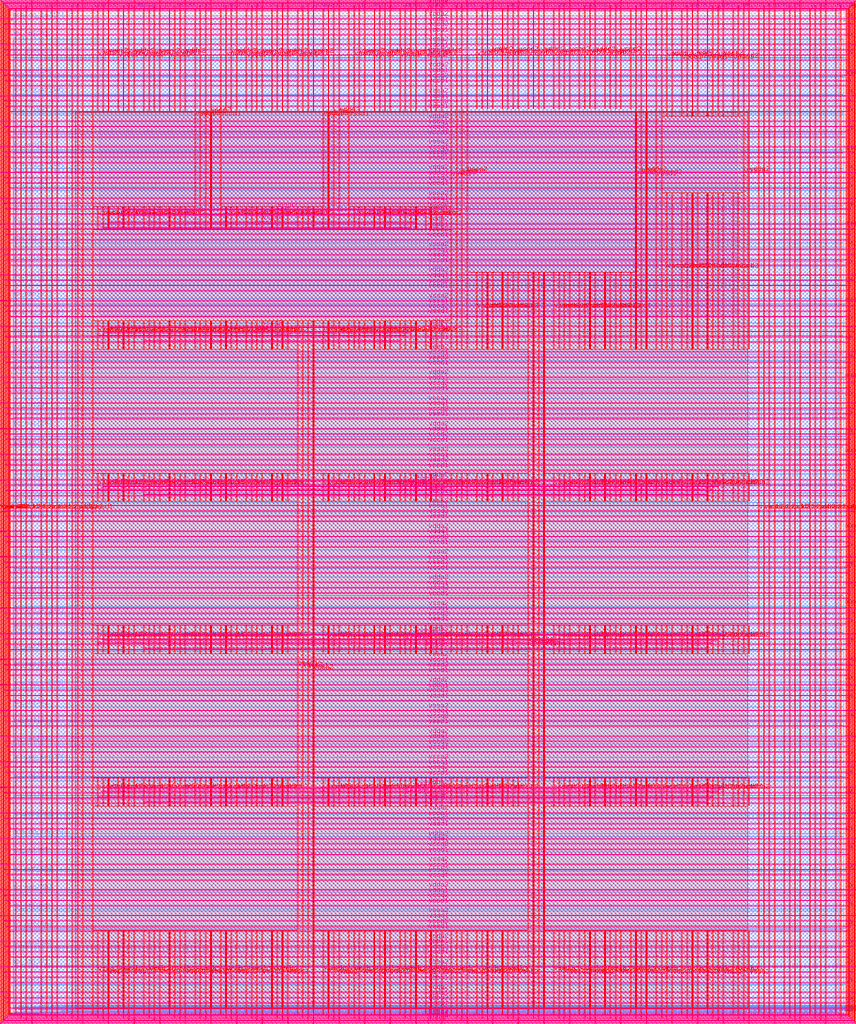
<source format=lef>
VERSION 5.7 ;
  NOWIREEXTENSIONATPIN ON ;
  DIVIDERCHAR "/" ;
  BUSBITCHARS "[]" ;
MACRO user_project_wrapper
  CLASS BLOCK ;
  FOREIGN user_project_wrapper ;
  ORIGIN 0.000 0.000 ;
  SIZE 2920.000 BY 3520.000 ;
  PIN analog_io[0]
    DIRECTION INOUT ;
    USE SIGNAL ;
    PORT
      LAYER met3 ;
        RECT 2917.600 1426.380 2924.800 1427.580 ;
    END
  END analog_io[0]
  PIN analog_io[10]
    DIRECTION INOUT ;
    USE SIGNAL ;
    PORT
      LAYER met2 ;
        RECT 2230.490 3517.600 2231.050 3524.800 ;
    END
  END analog_io[10]
  PIN analog_io[11]
    DIRECTION INOUT ;
    USE SIGNAL ;
    PORT
      LAYER met2 ;
        RECT 1905.730 3517.600 1906.290 3524.800 ;
    END
  END analog_io[11]
  PIN analog_io[12]
    DIRECTION INOUT ;
    USE SIGNAL ;
    PORT
      LAYER met2 ;
        RECT 1581.430 3517.600 1581.990 3524.800 ;
    END
  END analog_io[12]
  PIN analog_io[13]
    DIRECTION INOUT ;
    USE SIGNAL ;
    PORT
      LAYER met2 ;
        RECT 1257.130 3517.600 1257.690 3524.800 ;
    END
  END analog_io[13]
  PIN analog_io[14]
    DIRECTION INOUT ;
    USE SIGNAL ;
    PORT
      LAYER met2 ;
        RECT 932.370 3517.600 932.930 3524.800 ;
    END
  END analog_io[14]
  PIN analog_io[15]
    DIRECTION INOUT ;
    USE SIGNAL ;
    PORT
      LAYER met2 ;
        RECT 608.070 3517.600 608.630 3524.800 ;
    END
  END analog_io[15]
  PIN analog_io[16]
    DIRECTION INOUT ;
    USE SIGNAL ;
    PORT
      LAYER met2 ;
        RECT 283.770 3517.600 284.330 3524.800 ;
    END
  END analog_io[16]
  PIN analog_io[17]
    DIRECTION INOUT ;
    USE SIGNAL ;
    PORT
      LAYER met3 ;
        RECT -4.800 3486.100 2.400 3487.300 ;
    END
  END analog_io[17]
  PIN analog_io[18]
    DIRECTION INOUT ;
    USE SIGNAL ;
    PORT
      LAYER met3 ;
        RECT -4.800 3224.980 2.400 3226.180 ;
    END
  END analog_io[18]
  PIN analog_io[19]
    DIRECTION INOUT ;
    USE SIGNAL ;
    PORT
      LAYER met3 ;
        RECT -4.800 2964.540 2.400 2965.740 ;
    END
  END analog_io[19]
  PIN analog_io[1]
    DIRECTION INOUT ;
    USE SIGNAL ;
    PORT
      LAYER met3 ;
        RECT 2917.600 1692.260 2924.800 1693.460 ;
    END
  END analog_io[1]
  PIN analog_io[20]
    DIRECTION INOUT ;
    USE SIGNAL ;
    PORT
      LAYER met3 ;
        RECT -4.800 2703.420 2.400 2704.620 ;
    END
  END analog_io[20]
  PIN analog_io[21]
    DIRECTION INOUT ;
    USE SIGNAL ;
    PORT
      LAYER met3 ;
        RECT -4.800 2442.980 2.400 2444.180 ;
    END
  END analog_io[21]
  PIN analog_io[22]
    DIRECTION INOUT ;
    USE SIGNAL ;
    PORT
      LAYER met3 ;
        RECT -4.800 2182.540 2.400 2183.740 ;
    END
  END analog_io[22]
  PIN analog_io[23]
    DIRECTION INOUT ;
    USE SIGNAL ;
    PORT
      LAYER met3 ;
        RECT -4.800 1921.420 2.400 1922.620 ;
    END
  END analog_io[23]
  PIN analog_io[24]
    DIRECTION INOUT ;
    USE SIGNAL ;
    PORT
      LAYER met3 ;
        RECT -4.800 1660.980 2.400 1662.180 ;
    END
  END analog_io[24]
  PIN analog_io[25]
    DIRECTION INOUT ;
    USE SIGNAL ;
    PORT
      LAYER met3 ;
        RECT -4.800 1399.860 2.400 1401.060 ;
    END
  END analog_io[25]
  PIN analog_io[26]
    DIRECTION INOUT ;
    USE SIGNAL ;
    PORT
      LAYER met3 ;
        RECT -4.800 1139.420 2.400 1140.620 ;
    END
  END analog_io[26]
  PIN analog_io[27]
    DIRECTION INOUT ;
    USE SIGNAL ;
    PORT
      LAYER met3 ;
        RECT -4.800 878.980 2.400 880.180 ;
    END
  END analog_io[27]
  PIN analog_io[28]
    DIRECTION INOUT ;
    USE SIGNAL ;
    PORT
      LAYER met3 ;
        RECT -4.800 617.860 2.400 619.060 ;
    END
  END analog_io[28]
  PIN analog_io[2]
    DIRECTION INOUT ;
    USE SIGNAL ;
    PORT
      LAYER met3 ;
        RECT 2917.600 1958.140 2924.800 1959.340 ;
    END
  END analog_io[2]
  PIN analog_io[3]
    DIRECTION INOUT ;
    USE SIGNAL ;
    PORT
      LAYER met3 ;
        RECT 2917.600 2223.340 2924.800 2224.540 ;
    END
  END analog_io[3]
  PIN analog_io[4]
    DIRECTION INOUT ;
    USE SIGNAL ;
    PORT
      LAYER met3 ;
        RECT 2917.600 2489.220 2924.800 2490.420 ;
    END
  END analog_io[4]
  PIN analog_io[5]
    DIRECTION INOUT ;
    USE SIGNAL ;
    PORT
      LAYER met3 ;
        RECT 2917.600 2755.100 2924.800 2756.300 ;
    END
  END analog_io[5]
  PIN analog_io[6]
    DIRECTION INOUT ;
    USE SIGNAL ;
    PORT
      LAYER met3 ;
        RECT 2917.600 3020.300 2924.800 3021.500 ;
    END
  END analog_io[6]
  PIN analog_io[7]
    DIRECTION INOUT ;
    USE SIGNAL ;
    PORT
      LAYER met3 ;
        RECT 2917.600 3286.180 2924.800 3287.380 ;
    END
  END analog_io[7]
  PIN analog_io[8]
    DIRECTION INOUT ;
    USE SIGNAL ;
    PORT
      LAYER met2 ;
        RECT 2879.090 3517.600 2879.650 3524.800 ;
    END
  END analog_io[8]
  PIN analog_io[9]
    DIRECTION INOUT ;
    USE SIGNAL ;
    PORT
      LAYER met2 ;
        RECT 2554.790 3517.600 2555.350 3524.800 ;
    END
  END analog_io[9]
  PIN io_in[0]
    DIRECTION INPUT ;
    USE SIGNAL ;
    PORT
      LAYER met3 ;
        RECT 2917.600 32.380 2924.800 33.580 ;
    END
  END io_in[0]
  PIN io_in[10]
    DIRECTION INPUT ;
    USE SIGNAL ;
    PORT
      LAYER met3 ;
        RECT 2917.600 2289.980 2924.800 2291.180 ;
    END
  END io_in[10]
  PIN io_in[11]
    DIRECTION INPUT ;
    USE SIGNAL ;
    PORT
      LAYER met3 ;
        RECT 2917.600 2555.860 2924.800 2557.060 ;
    END
  END io_in[11]
  PIN io_in[12]
    DIRECTION INPUT ;
    USE SIGNAL ;
    PORT
      LAYER met3 ;
        RECT 2917.600 2821.060 2924.800 2822.260 ;
    END
  END io_in[12]
  PIN io_in[13]
    DIRECTION INPUT ;
    USE SIGNAL ;
    PORT
      LAYER met3 ;
        RECT 2917.600 3086.940 2924.800 3088.140 ;
    END
  END io_in[13]
  PIN io_in[14]
    DIRECTION INPUT ;
    USE SIGNAL ;
    PORT
      LAYER met3 ;
        RECT 2917.600 3352.820 2924.800 3354.020 ;
    END
  END io_in[14]
  PIN io_in[15]
    DIRECTION INPUT ;
    USE SIGNAL ;
    PORT
      LAYER met2 ;
        RECT 2798.130 3517.600 2798.690 3524.800 ;
    END
  END io_in[15]
  PIN io_in[16]
    DIRECTION INPUT ;
    USE SIGNAL ;
    PORT
      LAYER met2 ;
        RECT 2473.830 3517.600 2474.390 3524.800 ;
    END
  END io_in[16]
  PIN io_in[17]
    DIRECTION INPUT ;
    USE SIGNAL ;
    PORT
      LAYER met2 ;
        RECT 2149.070 3517.600 2149.630 3524.800 ;
    END
  END io_in[17]
  PIN io_in[18]
    DIRECTION INPUT ;
    USE SIGNAL ;
    PORT
      LAYER met2 ;
        RECT 1824.770 3517.600 1825.330 3524.800 ;
    END
  END io_in[18]
  PIN io_in[19]
    DIRECTION INPUT ;
    USE SIGNAL ;
    PORT
      LAYER met2 ;
        RECT 1500.470 3517.600 1501.030 3524.800 ;
    END
  END io_in[19]
  PIN io_in[1]
    DIRECTION INPUT ;
    USE SIGNAL ;
    PORT
      LAYER met3 ;
        RECT 2917.600 230.940 2924.800 232.140 ;
    END
  END io_in[1]
  PIN io_in[20]
    DIRECTION INPUT ;
    USE SIGNAL ;
    PORT
      LAYER met2 ;
        RECT 1175.710 3517.600 1176.270 3524.800 ;
    END
  END io_in[20]
  PIN io_in[21]
    DIRECTION INPUT ;
    USE SIGNAL ;
    PORT
      LAYER met2 ;
        RECT 851.410 3517.600 851.970 3524.800 ;
    END
  END io_in[21]
  PIN io_in[22]
    DIRECTION INPUT ;
    USE SIGNAL ;
    PORT
      LAYER met2 ;
        RECT 527.110 3517.600 527.670 3524.800 ;
    END
  END io_in[22]
  PIN io_in[23]
    DIRECTION INPUT ;
    USE SIGNAL ;
    PORT
      LAYER met2 ;
        RECT 202.350 3517.600 202.910 3524.800 ;
    END
  END io_in[23]
  PIN io_in[24]
    DIRECTION INPUT ;
    USE SIGNAL ;
    PORT
      LAYER met3 ;
        RECT -4.800 3420.820 2.400 3422.020 ;
    END
  END io_in[24]
  PIN io_in[25]
    DIRECTION INPUT ;
    USE SIGNAL ;
    PORT
      LAYER met3 ;
        RECT -4.800 3159.700 2.400 3160.900 ;
    END
  END io_in[25]
  PIN io_in[26]
    DIRECTION INPUT ;
    USE SIGNAL ;
    PORT
      LAYER met3 ;
        RECT -4.800 2899.260 2.400 2900.460 ;
    END
  END io_in[26]
  PIN io_in[27]
    DIRECTION INPUT ;
    USE SIGNAL ;
    PORT
      LAYER met3 ;
        RECT -4.800 2638.820 2.400 2640.020 ;
    END
  END io_in[27]
  PIN io_in[28]
    DIRECTION INPUT ;
    USE SIGNAL ;
    PORT
      LAYER met3 ;
        RECT -4.800 2377.700 2.400 2378.900 ;
    END
  END io_in[28]
  PIN io_in[29]
    DIRECTION INPUT ;
    USE SIGNAL ;
    PORT
      LAYER met3 ;
        RECT -4.800 2117.260 2.400 2118.460 ;
    END
  END io_in[29]
  PIN io_in[2]
    DIRECTION INPUT ;
    USE SIGNAL ;
    PORT
      LAYER met3 ;
        RECT 2917.600 430.180 2924.800 431.380 ;
    END
  END io_in[2]
  PIN io_in[30]
    DIRECTION INPUT ;
    USE SIGNAL ;
    PORT
      LAYER met3 ;
        RECT -4.800 1856.140 2.400 1857.340 ;
    END
  END io_in[30]
  PIN io_in[31]
    DIRECTION INPUT ;
    USE SIGNAL ;
    PORT
      LAYER met3 ;
        RECT -4.800 1595.700 2.400 1596.900 ;
    END
  END io_in[31]
  PIN io_in[32]
    DIRECTION INPUT ;
    USE SIGNAL ;
    PORT
      LAYER met3 ;
        RECT -4.800 1335.260 2.400 1336.460 ;
    END
  END io_in[32]
  PIN io_in[33]
    DIRECTION INPUT ;
    USE SIGNAL ;
    PORT
      LAYER met3 ;
        RECT -4.800 1074.140 2.400 1075.340 ;
    END
  END io_in[33]
  PIN io_in[34]
    DIRECTION INPUT ;
    USE SIGNAL ;
    PORT
      LAYER met3 ;
        RECT -4.800 813.700 2.400 814.900 ;
    END
  END io_in[34]
  PIN io_in[35]
    DIRECTION INPUT ;
    USE SIGNAL ;
    PORT
      LAYER met3 ;
        RECT -4.800 552.580 2.400 553.780 ;
    END
  END io_in[35]
  PIN io_in[36]
    DIRECTION INPUT ;
    USE SIGNAL ;
    PORT
      LAYER met3 ;
        RECT -4.800 357.420 2.400 358.620 ;
    END
  END io_in[36]
  PIN io_in[37]
    DIRECTION INPUT ;
    USE SIGNAL ;
    PORT
      LAYER met3 ;
        RECT -4.800 161.580 2.400 162.780 ;
    END
  END io_in[37]
  PIN io_in[3]
    DIRECTION INPUT ;
    USE SIGNAL ;
    PORT
      LAYER met3 ;
        RECT 2917.600 629.420 2924.800 630.620 ;
    END
  END io_in[3]
  PIN io_in[4]
    DIRECTION INPUT ;
    USE SIGNAL ;
    PORT
      LAYER met3 ;
        RECT 2917.600 828.660 2924.800 829.860 ;
    END
  END io_in[4]
  PIN io_in[5]
    DIRECTION INPUT ;
    USE SIGNAL ;
    PORT
      LAYER met3 ;
        RECT 2917.600 1027.900 2924.800 1029.100 ;
    END
  END io_in[5]
  PIN io_in[6]
    DIRECTION INPUT ;
    USE SIGNAL ;
    PORT
      LAYER met3 ;
        RECT 2917.600 1227.140 2924.800 1228.340 ;
    END
  END io_in[6]
  PIN io_in[7]
    DIRECTION INPUT ;
    USE SIGNAL ;
    PORT
      LAYER met3 ;
        RECT 2917.600 1493.020 2924.800 1494.220 ;
    END
  END io_in[7]
  PIN io_in[8]
    DIRECTION INPUT ;
    USE SIGNAL ;
    PORT
      LAYER met3 ;
        RECT 2917.600 1758.900 2924.800 1760.100 ;
    END
  END io_in[8]
  PIN io_in[9]
    DIRECTION INPUT ;
    USE SIGNAL ;
    PORT
      LAYER met3 ;
        RECT 2917.600 2024.100 2924.800 2025.300 ;
    END
  END io_in[9]
  PIN io_oeb[0]
    DIRECTION OUTPUT TRISTATE ;
    USE SIGNAL ;
    PORT
      LAYER met3 ;
        RECT 2917.600 164.980 2924.800 166.180 ;
    END
  END io_oeb[0]
  PIN io_oeb[10]
    DIRECTION OUTPUT TRISTATE ;
    USE SIGNAL ;
    PORT
      LAYER met3 ;
        RECT 2917.600 2422.580 2924.800 2423.780 ;
    END
  END io_oeb[10]
  PIN io_oeb[11]
    DIRECTION OUTPUT TRISTATE ;
    USE SIGNAL ;
    PORT
      LAYER met3 ;
        RECT 2917.600 2688.460 2924.800 2689.660 ;
    END
  END io_oeb[11]
  PIN io_oeb[12]
    DIRECTION OUTPUT TRISTATE ;
    USE SIGNAL ;
    PORT
      LAYER met3 ;
        RECT 2917.600 2954.340 2924.800 2955.540 ;
    END
  END io_oeb[12]
  PIN io_oeb[13]
    DIRECTION OUTPUT TRISTATE ;
    USE SIGNAL ;
    PORT
      LAYER met3 ;
        RECT 2917.600 3219.540 2924.800 3220.740 ;
    END
  END io_oeb[13]
  PIN io_oeb[14]
    DIRECTION OUTPUT TRISTATE ;
    USE SIGNAL ;
    PORT
      LAYER met3 ;
        RECT 2917.600 3485.420 2924.800 3486.620 ;
    END
  END io_oeb[14]
  PIN io_oeb[15]
    DIRECTION OUTPUT TRISTATE ;
    USE SIGNAL ;
    PORT
      LAYER met2 ;
        RECT 2635.750 3517.600 2636.310 3524.800 ;
    END
  END io_oeb[15]
  PIN io_oeb[16]
    DIRECTION OUTPUT TRISTATE ;
    USE SIGNAL ;
    PORT
      LAYER met2 ;
        RECT 2311.450 3517.600 2312.010 3524.800 ;
    END
  END io_oeb[16]
  PIN io_oeb[17]
    DIRECTION OUTPUT TRISTATE ;
    USE SIGNAL ;
    PORT
      LAYER met2 ;
        RECT 1987.150 3517.600 1987.710 3524.800 ;
    END
  END io_oeb[17]
  PIN io_oeb[18]
    DIRECTION OUTPUT TRISTATE ;
    USE SIGNAL ;
    PORT
      LAYER met2 ;
        RECT 1662.390 3517.600 1662.950 3524.800 ;
    END
  END io_oeb[18]
  PIN io_oeb[19]
    DIRECTION OUTPUT TRISTATE ;
    USE SIGNAL ;
    PORT
      LAYER met2 ;
        RECT 1338.090 3517.600 1338.650 3524.800 ;
    END
  END io_oeb[19]
  PIN io_oeb[1]
    DIRECTION OUTPUT TRISTATE ;
    USE SIGNAL ;
    PORT
      LAYER met3 ;
        RECT 2917.600 364.220 2924.800 365.420 ;
    END
  END io_oeb[1]
  PIN io_oeb[20]
    DIRECTION OUTPUT TRISTATE ;
    USE SIGNAL ;
    PORT
      LAYER met2 ;
        RECT 1013.790 3517.600 1014.350 3524.800 ;
    END
  END io_oeb[20]
  PIN io_oeb[21]
    DIRECTION OUTPUT TRISTATE ;
    USE SIGNAL ;
    PORT
      LAYER met2 ;
        RECT 689.030 3517.600 689.590 3524.800 ;
    END
  END io_oeb[21]
  PIN io_oeb[22]
    DIRECTION OUTPUT TRISTATE ;
    USE SIGNAL ;
    PORT
      LAYER met2 ;
        RECT 364.730 3517.600 365.290 3524.800 ;
    END
  END io_oeb[22]
  PIN io_oeb[23]
    DIRECTION OUTPUT TRISTATE ;
    USE SIGNAL ;
    PORT
      LAYER met2 ;
        RECT 40.430 3517.600 40.990 3524.800 ;
    END
  END io_oeb[23]
  PIN io_oeb[24]
    DIRECTION OUTPUT TRISTATE ;
    USE SIGNAL ;
    PORT
      LAYER met3 ;
        RECT -4.800 3290.260 2.400 3291.460 ;
    END
  END io_oeb[24]
  PIN io_oeb[25]
    DIRECTION OUTPUT TRISTATE ;
    USE SIGNAL ;
    PORT
      LAYER met3 ;
        RECT -4.800 3029.820 2.400 3031.020 ;
    END
  END io_oeb[25]
  PIN io_oeb[26]
    DIRECTION OUTPUT TRISTATE ;
    USE SIGNAL ;
    PORT
      LAYER met3 ;
        RECT -4.800 2768.700 2.400 2769.900 ;
    END
  END io_oeb[26]
  PIN io_oeb[27]
    DIRECTION OUTPUT TRISTATE ;
    USE SIGNAL ;
    PORT
      LAYER met3 ;
        RECT -4.800 2508.260 2.400 2509.460 ;
    END
  END io_oeb[27]
  PIN io_oeb[28]
    DIRECTION OUTPUT TRISTATE ;
    USE SIGNAL ;
    PORT
      LAYER met3 ;
        RECT -4.800 2247.140 2.400 2248.340 ;
    END
  END io_oeb[28]
  PIN io_oeb[29]
    DIRECTION OUTPUT TRISTATE ;
    USE SIGNAL ;
    PORT
      LAYER met3 ;
        RECT -4.800 1986.700 2.400 1987.900 ;
    END
  END io_oeb[29]
  PIN io_oeb[2]
    DIRECTION OUTPUT TRISTATE ;
    USE SIGNAL ;
    PORT
      LAYER met3 ;
        RECT 2917.600 563.460 2924.800 564.660 ;
    END
  END io_oeb[2]
  PIN io_oeb[30]
    DIRECTION OUTPUT TRISTATE ;
    USE SIGNAL ;
    PORT
      LAYER met3 ;
        RECT -4.800 1726.260 2.400 1727.460 ;
    END
  END io_oeb[30]
  PIN io_oeb[31]
    DIRECTION OUTPUT TRISTATE ;
    USE SIGNAL ;
    PORT
      LAYER met3 ;
        RECT -4.800 1465.140 2.400 1466.340 ;
    END
  END io_oeb[31]
  PIN io_oeb[32]
    DIRECTION OUTPUT TRISTATE ;
    USE SIGNAL ;
    PORT
      LAYER met3 ;
        RECT -4.800 1204.700 2.400 1205.900 ;
    END
  END io_oeb[32]
  PIN io_oeb[33]
    DIRECTION OUTPUT TRISTATE ;
    USE SIGNAL ;
    PORT
      LAYER met3 ;
        RECT -4.800 943.580 2.400 944.780 ;
    END
  END io_oeb[33]
  PIN io_oeb[34]
    DIRECTION OUTPUT TRISTATE ;
    USE SIGNAL ;
    PORT
      LAYER met3 ;
        RECT -4.800 683.140 2.400 684.340 ;
    END
  END io_oeb[34]
  PIN io_oeb[35]
    DIRECTION OUTPUT TRISTATE ;
    USE SIGNAL ;
    PORT
      LAYER met3 ;
        RECT -4.800 422.700 2.400 423.900 ;
    END
  END io_oeb[35]
  PIN io_oeb[36]
    DIRECTION OUTPUT TRISTATE ;
    USE SIGNAL ;
    PORT
      LAYER met3 ;
        RECT -4.800 226.860 2.400 228.060 ;
    END
  END io_oeb[36]
  PIN io_oeb[37]
    DIRECTION OUTPUT TRISTATE ;
    USE SIGNAL ;
    PORT
      LAYER met3 ;
        RECT -4.800 31.700 2.400 32.900 ;
    END
  END io_oeb[37]
  PIN io_oeb[3]
    DIRECTION OUTPUT TRISTATE ;
    USE SIGNAL ;
    PORT
      LAYER met3 ;
        RECT 2917.600 762.700 2924.800 763.900 ;
    END
  END io_oeb[3]
  PIN io_oeb[4]
    DIRECTION OUTPUT TRISTATE ;
    USE SIGNAL ;
    PORT
      LAYER met3 ;
        RECT 2917.600 961.940 2924.800 963.140 ;
    END
  END io_oeb[4]
  PIN io_oeb[5]
    DIRECTION OUTPUT TRISTATE ;
    USE SIGNAL ;
    PORT
      LAYER met3 ;
        RECT 2917.600 1161.180 2924.800 1162.380 ;
    END
  END io_oeb[5]
  PIN io_oeb[6]
    DIRECTION OUTPUT TRISTATE ;
    USE SIGNAL ;
    PORT
      LAYER met3 ;
        RECT 2917.600 1360.420 2924.800 1361.620 ;
    END
  END io_oeb[6]
  PIN io_oeb[7]
    DIRECTION OUTPUT TRISTATE ;
    USE SIGNAL ;
    PORT
      LAYER met3 ;
        RECT 2917.600 1625.620 2924.800 1626.820 ;
    END
  END io_oeb[7]
  PIN io_oeb[8]
    DIRECTION OUTPUT TRISTATE ;
    USE SIGNAL ;
    PORT
      LAYER met3 ;
        RECT 2917.600 1891.500 2924.800 1892.700 ;
    END
  END io_oeb[8]
  PIN io_oeb[9]
    DIRECTION OUTPUT TRISTATE ;
    USE SIGNAL ;
    PORT
      LAYER met3 ;
        RECT 2917.600 2157.380 2924.800 2158.580 ;
    END
  END io_oeb[9]
  PIN io_out[0]
    DIRECTION OUTPUT TRISTATE ;
    USE SIGNAL ;
    PORT
      LAYER met3 ;
        RECT 2917.600 98.340 2924.800 99.540 ;
    END
  END io_out[0]
  PIN io_out[10]
    DIRECTION OUTPUT TRISTATE ;
    USE SIGNAL ;
    PORT
      LAYER met3 ;
        RECT 2917.600 2356.620 2924.800 2357.820 ;
    END
  END io_out[10]
  PIN io_out[11]
    DIRECTION OUTPUT TRISTATE ;
    USE SIGNAL ;
    PORT
      LAYER met3 ;
        RECT 2917.600 2621.820 2924.800 2623.020 ;
    END
  END io_out[11]
  PIN io_out[12]
    DIRECTION OUTPUT TRISTATE ;
    USE SIGNAL ;
    PORT
      LAYER met3 ;
        RECT 2917.600 2887.700 2924.800 2888.900 ;
    END
  END io_out[12]
  PIN io_out[13]
    DIRECTION OUTPUT TRISTATE ;
    USE SIGNAL ;
    PORT
      LAYER met3 ;
        RECT 2917.600 3153.580 2924.800 3154.780 ;
    END
  END io_out[13]
  PIN io_out[14]
    DIRECTION OUTPUT TRISTATE ;
    USE SIGNAL ;
    PORT
      LAYER met3 ;
        RECT 2917.600 3418.780 2924.800 3419.980 ;
    END
  END io_out[14]
  PIN io_out[15]
    DIRECTION OUTPUT TRISTATE ;
    USE SIGNAL ;
    PORT
      LAYER met2 ;
        RECT 2717.170 3517.600 2717.730 3524.800 ;
    END
  END io_out[15]
  PIN io_out[16]
    DIRECTION OUTPUT TRISTATE ;
    USE SIGNAL ;
    PORT
      LAYER met2 ;
        RECT 2392.410 3517.600 2392.970 3524.800 ;
    END
  END io_out[16]
  PIN io_out[17]
    DIRECTION OUTPUT TRISTATE ;
    USE SIGNAL ;
    PORT
      LAYER met2 ;
        RECT 2068.110 3517.600 2068.670 3524.800 ;
    END
  END io_out[17]
  PIN io_out[18]
    DIRECTION OUTPUT TRISTATE ;
    USE SIGNAL ;
    PORT
      LAYER met2 ;
        RECT 1743.810 3517.600 1744.370 3524.800 ;
    END
  END io_out[18]
  PIN io_out[19]
    DIRECTION OUTPUT TRISTATE ;
    USE SIGNAL ;
    PORT
      LAYER met2 ;
        RECT 1419.050 3517.600 1419.610 3524.800 ;
    END
  END io_out[19]
  PIN io_out[1]
    DIRECTION OUTPUT TRISTATE ;
    USE SIGNAL ;
    PORT
      LAYER met3 ;
        RECT 2917.600 297.580 2924.800 298.780 ;
    END
  END io_out[1]
  PIN io_out[20]
    DIRECTION OUTPUT TRISTATE ;
    USE SIGNAL ;
    PORT
      LAYER met2 ;
        RECT 1094.750 3517.600 1095.310 3524.800 ;
    END
  END io_out[20]
  PIN io_out[21]
    DIRECTION OUTPUT TRISTATE ;
    USE SIGNAL ;
    PORT
      LAYER met2 ;
        RECT 770.450 3517.600 771.010 3524.800 ;
    END
  END io_out[21]
  PIN io_out[22]
    DIRECTION OUTPUT TRISTATE ;
    USE SIGNAL ;
    PORT
      LAYER met2 ;
        RECT 445.690 3517.600 446.250 3524.800 ;
    END
  END io_out[22]
  PIN io_out[23]
    DIRECTION OUTPUT TRISTATE ;
    USE SIGNAL ;
    PORT
      LAYER met2 ;
        RECT 121.390 3517.600 121.950 3524.800 ;
    END
  END io_out[23]
  PIN io_out[24]
    DIRECTION OUTPUT TRISTATE ;
    USE SIGNAL ;
    PORT
      LAYER met3 ;
        RECT -4.800 3355.540 2.400 3356.740 ;
    END
  END io_out[24]
  PIN io_out[25]
    DIRECTION OUTPUT TRISTATE ;
    USE SIGNAL ;
    PORT
      LAYER met3 ;
        RECT -4.800 3095.100 2.400 3096.300 ;
    END
  END io_out[25]
  PIN io_out[26]
    DIRECTION OUTPUT TRISTATE ;
    USE SIGNAL ;
    PORT
      LAYER met3 ;
        RECT -4.800 2833.980 2.400 2835.180 ;
    END
  END io_out[26]
  PIN io_out[27]
    DIRECTION OUTPUT TRISTATE ;
    USE SIGNAL ;
    PORT
      LAYER met3 ;
        RECT -4.800 2573.540 2.400 2574.740 ;
    END
  END io_out[27]
  PIN io_out[28]
    DIRECTION OUTPUT TRISTATE ;
    USE SIGNAL ;
    PORT
      LAYER met3 ;
        RECT -4.800 2312.420 2.400 2313.620 ;
    END
  END io_out[28]
  PIN io_out[29]
    DIRECTION OUTPUT TRISTATE ;
    USE SIGNAL ;
    PORT
      LAYER met3 ;
        RECT -4.800 2051.980 2.400 2053.180 ;
    END
  END io_out[29]
  PIN io_out[2]
    DIRECTION OUTPUT TRISTATE ;
    USE SIGNAL ;
    PORT
      LAYER met3 ;
        RECT 2917.600 496.820 2924.800 498.020 ;
    END
  END io_out[2]
  PIN io_out[30]
    DIRECTION OUTPUT TRISTATE ;
    USE SIGNAL ;
    PORT
      LAYER met3 ;
        RECT -4.800 1791.540 2.400 1792.740 ;
    END
  END io_out[30]
  PIN io_out[31]
    DIRECTION OUTPUT TRISTATE ;
    USE SIGNAL ;
    PORT
      LAYER met3 ;
        RECT -4.800 1530.420 2.400 1531.620 ;
    END
  END io_out[31]
  PIN io_out[32]
    DIRECTION OUTPUT TRISTATE ;
    USE SIGNAL ;
    PORT
      LAYER met3 ;
        RECT -4.800 1269.980 2.400 1271.180 ;
    END
  END io_out[32]
  PIN io_out[33]
    DIRECTION OUTPUT TRISTATE ;
    USE SIGNAL ;
    PORT
      LAYER met3 ;
        RECT -4.800 1008.860 2.400 1010.060 ;
    END
  END io_out[33]
  PIN io_out[34]
    DIRECTION OUTPUT TRISTATE ;
    USE SIGNAL ;
    PORT
      LAYER met3 ;
        RECT -4.800 748.420 2.400 749.620 ;
    END
  END io_out[34]
  PIN io_out[35]
    DIRECTION OUTPUT TRISTATE ;
    USE SIGNAL ;
    PORT
      LAYER met3 ;
        RECT -4.800 487.300 2.400 488.500 ;
    END
  END io_out[35]
  PIN io_out[36]
    DIRECTION OUTPUT TRISTATE ;
    USE SIGNAL ;
    PORT
      LAYER met3 ;
        RECT -4.800 292.140 2.400 293.340 ;
    END
  END io_out[36]
  PIN io_out[37]
    DIRECTION OUTPUT TRISTATE ;
    USE SIGNAL ;
    PORT
      LAYER met3 ;
        RECT -4.800 96.300 2.400 97.500 ;
    END
  END io_out[37]
  PIN io_out[3]
    DIRECTION OUTPUT TRISTATE ;
    USE SIGNAL ;
    PORT
      LAYER met3 ;
        RECT 2917.600 696.060 2924.800 697.260 ;
    END
  END io_out[3]
  PIN io_out[4]
    DIRECTION OUTPUT TRISTATE ;
    USE SIGNAL ;
    PORT
      LAYER met3 ;
        RECT 2917.600 895.300 2924.800 896.500 ;
    END
  END io_out[4]
  PIN io_out[5]
    DIRECTION OUTPUT TRISTATE ;
    USE SIGNAL ;
    PORT
      LAYER met3 ;
        RECT 2917.600 1094.540 2924.800 1095.740 ;
    END
  END io_out[5]
  PIN io_out[6]
    DIRECTION OUTPUT TRISTATE ;
    USE SIGNAL ;
    PORT
      LAYER met3 ;
        RECT 2917.600 1293.780 2924.800 1294.980 ;
    END
  END io_out[6]
  PIN io_out[7]
    DIRECTION OUTPUT TRISTATE ;
    USE SIGNAL ;
    PORT
      LAYER met3 ;
        RECT 2917.600 1559.660 2924.800 1560.860 ;
    END
  END io_out[7]
  PIN io_out[8]
    DIRECTION OUTPUT TRISTATE ;
    USE SIGNAL ;
    PORT
      LAYER met3 ;
        RECT 2917.600 1824.860 2924.800 1826.060 ;
    END
  END io_out[8]
  PIN io_out[9]
    DIRECTION OUTPUT TRISTATE ;
    USE SIGNAL ;
    PORT
      LAYER met3 ;
        RECT 2917.600 2090.740 2924.800 2091.940 ;
    END
  END io_out[9]
  PIN la_data_in[0]
    DIRECTION INPUT ;
    USE SIGNAL ;
    PORT
      LAYER met2 ;
        RECT 629.230 -4.800 629.790 2.400 ;
    END
  END la_data_in[0]
  PIN la_data_in[100]
    DIRECTION INPUT ;
    USE SIGNAL ;
    PORT
      LAYER met2 ;
        RECT 2402.530 -4.800 2403.090 2.400 ;
    END
  END la_data_in[100]
  PIN la_data_in[101]
    DIRECTION INPUT ;
    USE SIGNAL ;
    PORT
      LAYER met2 ;
        RECT 2420.010 -4.800 2420.570 2.400 ;
    END
  END la_data_in[101]
  PIN la_data_in[102]
    DIRECTION INPUT ;
    USE SIGNAL ;
    PORT
      LAYER met2 ;
        RECT 2437.950 -4.800 2438.510 2.400 ;
    END
  END la_data_in[102]
  PIN la_data_in[103]
    DIRECTION INPUT ;
    USE SIGNAL ;
    PORT
      LAYER met2 ;
        RECT 2455.430 -4.800 2455.990 2.400 ;
    END
  END la_data_in[103]
  PIN la_data_in[104]
    DIRECTION INPUT ;
    USE SIGNAL ;
    PORT
      LAYER met2 ;
        RECT 2473.370 -4.800 2473.930 2.400 ;
    END
  END la_data_in[104]
  PIN la_data_in[105]
    DIRECTION INPUT ;
    USE SIGNAL ;
    PORT
      LAYER met2 ;
        RECT 2490.850 -4.800 2491.410 2.400 ;
    END
  END la_data_in[105]
  PIN la_data_in[106]
    DIRECTION INPUT ;
    USE SIGNAL ;
    PORT
      LAYER met2 ;
        RECT 2508.790 -4.800 2509.350 2.400 ;
    END
  END la_data_in[106]
  PIN la_data_in[107]
    DIRECTION INPUT ;
    USE SIGNAL ;
    PORT
      LAYER met2 ;
        RECT 2526.730 -4.800 2527.290 2.400 ;
    END
  END la_data_in[107]
  PIN la_data_in[108]
    DIRECTION INPUT ;
    USE SIGNAL ;
    PORT
      LAYER met2 ;
        RECT 2544.210 -4.800 2544.770 2.400 ;
    END
  END la_data_in[108]
  PIN la_data_in[109]
    DIRECTION INPUT ;
    USE SIGNAL ;
    PORT
      LAYER met2 ;
        RECT 2562.150 -4.800 2562.710 2.400 ;
    END
  END la_data_in[109]
  PIN la_data_in[10]
    DIRECTION INPUT ;
    USE SIGNAL ;
    PORT
      LAYER met2 ;
        RECT 806.330 -4.800 806.890 2.400 ;
    END
  END la_data_in[10]
  PIN la_data_in[110]
    DIRECTION INPUT ;
    USE SIGNAL ;
    PORT
      LAYER met2 ;
        RECT 2579.630 -4.800 2580.190 2.400 ;
    END
  END la_data_in[110]
  PIN la_data_in[111]
    DIRECTION INPUT ;
    USE SIGNAL ;
    PORT
      LAYER met2 ;
        RECT 2597.570 -4.800 2598.130 2.400 ;
    END
  END la_data_in[111]
  PIN la_data_in[112]
    DIRECTION INPUT ;
    USE SIGNAL ;
    PORT
      LAYER met2 ;
        RECT 2615.050 -4.800 2615.610 2.400 ;
    END
  END la_data_in[112]
  PIN la_data_in[113]
    DIRECTION INPUT ;
    USE SIGNAL ;
    PORT
      LAYER met2 ;
        RECT 2632.990 -4.800 2633.550 2.400 ;
    END
  END la_data_in[113]
  PIN la_data_in[114]
    DIRECTION INPUT ;
    USE SIGNAL ;
    PORT
      LAYER met2 ;
        RECT 2650.470 -4.800 2651.030 2.400 ;
    END
  END la_data_in[114]
  PIN la_data_in[115]
    DIRECTION INPUT ;
    USE SIGNAL ;
    PORT
      LAYER met2 ;
        RECT 2668.410 -4.800 2668.970 2.400 ;
    END
  END la_data_in[115]
  PIN la_data_in[116]
    DIRECTION INPUT ;
    USE SIGNAL ;
    PORT
      LAYER met2 ;
        RECT 2685.890 -4.800 2686.450 2.400 ;
    END
  END la_data_in[116]
  PIN la_data_in[117]
    DIRECTION INPUT ;
    USE SIGNAL ;
    PORT
      LAYER met2 ;
        RECT 2703.830 -4.800 2704.390 2.400 ;
    END
  END la_data_in[117]
  PIN la_data_in[118]
    DIRECTION INPUT ;
    USE SIGNAL ;
    PORT
      LAYER met2 ;
        RECT 2721.770 -4.800 2722.330 2.400 ;
    END
  END la_data_in[118]
  PIN la_data_in[119]
    DIRECTION INPUT ;
    USE SIGNAL ;
    PORT
      LAYER met2 ;
        RECT 2739.250 -4.800 2739.810 2.400 ;
    END
  END la_data_in[119]
  PIN la_data_in[11]
    DIRECTION INPUT ;
    USE SIGNAL ;
    PORT
      LAYER met2 ;
        RECT 824.270 -4.800 824.830 2.400 ;
    END
  END la_data_in[11]
  PIN la_data_in[120]
    DIRECTION INPUT ;
    USE SIGNAL ;
    PORT
      LAYER met2 ;
        RECT 2757.190 -4.800 2757.750 2.400 ;
    END
  END la_data_in[120]
  PIN la_data_in[121]
    DIRECTION INPUT ;
    USE SIGNAL ;
    PORT
      LAYER met2 ;
        RECT 2774.670 -4.800 2775.230 2.400 ;
    END
  END la_data_in[121]
  PIN la_data_in[122]
    DIRECTION INPUT ;
    USE SIGNAL ;
    PORT
      LAYER met2 ;
        RECT 2792.610 -4.800 2793.170 2.400 ;
    END
  END la_data_in[122]
  PIN la_data_in[123]
    DIRECTION INPUT ;
    USE SIGNAL ;
    PORT
      LAYER met2 ;
        RECT 2810.090 -4.800 2810.650 2.400 ;
    END
  END la_data_in[123]
  PIN la_data_in[124]
    DIRECTION INPUT ;
    USE SIGNAL ;
    PORT
      LAYER met2 ;
        RECT 2828.030 -4.800 2828.590 2.400 ;
    END
  END la_data_in[124]
  PIN la_data_in[125]
    DIRECTION INPUT ;
    USE SIGNAL ;
    PORT
      LAYER met2 ;
        RECT 2845.510 -4.800 2846.070 2.400 ;
    END
  END la_data_in[125]
  PIN la_data_in[126]
    DIRECTION INPUT ;
    USE SIGNAL ;
    PORT
      LAYER met2 ;
        RECT 2863.450 -4.800 2864.010 2.400 ;
    END
  END la_data_in[126]
  PIN la_data_in[127]
    DIRECTION INPUT ;
    USE SIGNAL ;
    PORT
      LAYER met2 ;
        RECT 2881.390 -4.800 2881.950 2.400 ;
    END
  END la_data_in[127]
  PIN la_data_in[12]
    DIRECTION INPUT ;
    USE SIGNAL ;
    PORT
      LAYER met2 ;
        RECT 841.750 -4.800 842.310 2.400 ;
    END
  END la_data_in[12]
  PIN la_data_in[13]
    DIRECTION INPUT ;
    USE SIGNAL ;
    PORT
      LAYER met2 ;
        RECT 859.690 -4.800 860.250 2.400 ;
    END
  END la_data_in[13]
  PIN la_data_in[14]
    DIRECTION INPUT ;
    USE SIGNAL ;
    PORT
      LAYER met2 ;
        RECT 877.170 -4.800 877.730 2.400 ;
    END
  END la_data_in[14]
  PIN la_data_in[15]
    DIRECTION INPUT ;
    USE SIGNAL ;
    PORT
      LAYER met2 ;
        RECT 895.110 -4.800 895.670 2.400 ;
    END
  END la_data_in[15]
  PIN la_data_in[16]
    DIRECTION INPUT ;
    USE SIGNAL ;
    PORT
      LAYER met2 ;
        RECT 912.590 -4.800 913.150 2.400 ;
    END
  END la_data_in[16]
  PIN la_data_in[17]
    DIRECTION INPUT ;
    USE SIGNAL ;
    PORT
      LAYER met2 ;
        RECT 930.530 -4.800 931.090 2.400 ;
    END
  END la_data_in[17]
  PIN la_data_in[18]
    DIRECTION INPUT ;
    USE SIGNAL ;
    PORT
      LAYER met2 ;
        RECT 948.470 -4.800 949.030 2.400 ;
    END
  END la_data_in[18]
  PIN la_data_in[19]
    DIRECTION INPUT ;
    USE SIGNAL ;
    PORT
      LAYER met2 ;
        RECT 965.950 -4.800 966.510 2.400 ;
    END
  END la_data_in[19]
  PIN la_data_in[1]
    DIRECTION INPUT ;
    USE SIGNAL ;
    PORT
      LAYER met2 ;
        RECT 646.710 -4.800 647.270 2.400 ;
    END
  END la_data_in[1]
  PIN la_data_in[20]
    DIRECTION INPUT ;
    USE SIGNAL ;
    PORT
      LAYER met2 ;
        RECT 983.890 -4.800 984.450 2.400 ;
    END
  END la_data_in[20]
  PIN la_data_in[21]
    DIRECTION INPUT ;
    USE SIGNAL ;
    PORT
      LAYER met2 ;
        RECT 1001.370 -4.800 1001.930 2.400 ;
    END
  END la_data_in[21]
  PIN la_data_in[22]
    DIRECTION INPUT ;
    USE SIGNAL ;
    PORT
      LAYER met2 ;
        RECT 1019.310 -4.800 1019.870 2.400 ;
    END
  END la_data_in[22]
  PIN la_data_in[23]
    DIRECTION INPUT ;
    USE SIGNAL ;
    PORT
      LAYER met2 ;
        RECT 1036.790 -4.800 1037.350 2.400 ;
    END
  END la_data_in[23]
  PIN la_data_in[24]
    DIRECTION INPUT ;
    USE SIGNAL ;
    PORT
      LAYER met2 ;
        RECT 1054.730 -4.800 1055.290 2.400 ;
    END
  END la_data_in[24]
  PIN la_data_in[25]
    DIRECTION INPUT ;
    USE SIGNAL ;
    PORT
      LAYER met2 ;
        RECT 1072.210 -4.800 1072.770 2.400 ;
    END
  END la_data_in[25]
  PIN la_data_in[26]
    DIRECTION INPUT ;
    USE SIGNAL ;
    PORT
      LAYER met2 ;
        RECT 1090.150 -4.800 1090.710 2.400 ;
    END
  END la_data_in[26]
  PIN la_data_in[27]
    DIRECTION INPUT ;
    USE SIGNAL ;
    PORT
      LAYER met2 ;
        RECT 1107.630 -4.800 1108.190 2.400 ;
    END
  END la_data_in[27]
  PIN la_data_in[28]
    DIRECTION INPUT ;
    USE SIGNAL ;
    PORT
      LAYER met2 ;
        RECT 1125.570 -4.800 1126.130 2.400 ;
    END
  END la_data_in[28]
  PIN la_data_in[29]
    DIRECTION INPUT ;
    USE SIGNAL ;
    PORT
      LAYER met2 ;
        RECT 1143.510 -4.800 1144.070 2.400 ;
    END
  END la_data_in[29]
  PIN la_data_in[2]
    DIRECTION INPUT ;
    USE SIGNAL ;
    PORT
      LAYER met2 ;
        RECT 664.650 -4.800 665.210 2.400 ;
    END
  END la_data_in[2]
  PIN la_data_in[30]
    DIRECTION INPUT ;
    USE SIGNAL ;
    PORT
      LAYER met2 ;
        RECT 1160.990 -4.800 1161.550 2.400 ;
    END
  END la_data_in[30]
  PIN la_data_in[31]
    DIRECTION INPUT ;
    USE SIGNAL ;
    PORT
      LAYER met2 ;
        RECT 1178.930 -4.800 1179.490 2.400 ;
    END
  END la_data_in[31]
  PIN la_data_in[32]
    DIRECTION INPUT ;
    USE SIGNAL ;
    PORT
      LAYER met2 ;
        RECT 1196.410 -4.800 1196.970 2.400 ;
    END
  END la_data_in[32]
  PIN la_data_in[33]
    DIRECTION INPUT ;
    USE SIGNAL ;
    PORT
      LAYER met2 ;
        RECT 1214.350 -4.800 1214.910 2.400 ;
    END
  END la_data_in[33]
  PIN la_data_in[34]
    DIRECTION INPUT ;
    USE SIGNAL ;
    PORT
      LAYER met2 ;
        RECT 1231.830 -4.800 1232.390 2.400 ;
    END
  END la_data_in[34]
  PIN la_data_in[35]
    DIRECTION INPUT ;
    USE SIGNAL ;
    PORT
      LAYER met2 ;
        RECT 1249.770 -4.800 1250.330 2.400 ;
    END
  END la_data_in[35]
  PIN la_data_in[36]
    DIRECTION INPUT ;
    USE SIGNAL ;
    PORT
      LAYER met2 ;
        RECT 1267.250 -4.800 1267.810 2.400 ;
    END
  END la_data_in[36]
  PIN la_data_in[37]
    DIRECTION INPUT ;
    USE SIGNAL ;
    PORT
      LAYER met2 ;
        RECT 1285.190 -4.800 1285.750 2.400 ;
    END
  END la_data_in[37]
  PIN la_data_in[38]
    DIRECTION INPUT ;
    USE SIGNAL ;
    PORT
      LAYER met2 ;
        RECT 1303.130 -4.800 1303.690 2.400 ;
    END
  END la_data_in[38]
  PIN la_data_in[39]
    DIRECTION INPUT ;
    USE SIGNAL ;
    PORT
      LAYER met2 ;
        RECT 1320.610 -4.800 1321.170 2.400 ;
    END
  END la_data_in[39]
  PIN la_data_in[3]
    DIRECTION INPUT ;
    USE SIGNAL ;
    PORT
      LAYER met2 ;
        RECT 682.130 -4.800 682.690 2.400 ;
    END
  END la_data_in[3]
  PIN la_data_in[40]
    DIRECTION INPUT ;
    USE SIGNAL ;
    PORT
      LAYER met2 ;
        RECT 1338.550 -4.800 1339.110 2.400 ;
    END
  END la_data_in[40]
  PIN la_data_in[41]
    DIRECTION INPUT ;
    USE SIGNAL ;
    PORT
      LAYER met2 ;
        RECT 1356.030 -4.800 1356.590 2.400 ;
    END
  END la_data_in[41]
  PIN la_data_in[42]
    DIRECTION INPUT ;
    USE SIGNAL ;
    PORT
      LAYER met2 ;
        RECT 1373.970 -4.800 1374.530 2.400 ;
    END
  END la_data_in[42]
  PIN la_data_in[43]
    DIRECTION INPUT ;
    USE SIGNAL ;
    PORT
      LAYER met2 ;
        RECT 1391.450 -4.800 1392.010 2.400 ;
    END
  END la_data_in[43]
  PIN la_data_in[44]
    DIRECTION INPUT ;
    USE SIGNAL ;
    PORT
      LAYER met2 ;
        RECT 1409.390 -4.800 1409.950 2.400 ;
    END
  END la_data_in[44]
  PIN la_data_in[45]
    DIRECTION INPUT ;
    USE SIGNAL ;
    PORT
      LAYER met2 ;
        RECT 1426.870 -4.800 1427.430 2.400 ;
    END
  END la_data_in[45]
  PIN la_data_in[46]
    DIRECTION INPUT ;
    USE SIGNAL ;
    PORT
      LAYER met2 ;
        RECT 1444.810 -4.800 1445.370 2.400 ;
    END
  END la_data_in[46]
  PIN la_data_in[47]
    DIRECTION INPUT ;
    USE SIGNAL ;
    PORT
      LAYER met2 ;
        RECT 1462.750 -4.800 1463.310 2.400 ;
    END
  END la_data_in[47]
  PIN la_data_in[48]
    DIRECTION INPUT ;
    USE SIGNAL ;
    PORT
      LAYER met2 ;
        RECT 1480.230 -4.800 1480.790 2.400 ;
    END
  END la_data_in[48]
  PIN la_data_in[49]
    DIRECTION INPUT ;
    USE SIGNAL ;
    PORT
      LAYER met2 ;
        RECT 1498.170 -4.800 1498.730 2.400 ;
    END
  END la_data_in[49]
  PIN la_data_in[4]
    DIRECTION INPUT ;
    USE SIGNAL ;
    PORT
      LAYER met2 ;
        RECT 700.070 -4.800 700.630 2.400 ;
    END
  END la_data_in[4]
  PIN la_data_in[50]
    DIRECTION INPUT ;
    USE SIGNAL ;
    PORT
      LAYER met2 ;
        RECT 1515.650 -4.800 1516.210 2.400 ;
    END
  END la_data_in[50]
  PIN la_data_in[51]
    DIRECTION INPUT ;
    USE SIGNAL ;
    PORT
      LAYER met2 ;
        RECT 1533.590 -4.800 1534.150 2.400 ;
    END
  END la_data_in[51]
  PIN la_data_in[52]
    DIRECTION INPUT ;
    USE SIGNAL ;
    PORT
      LAYER met2 ;
        RECT 1551.070 -4.800 1551.630 2.400 ;
    END
  END la_data_in[52]
  PIN la_data_in[53]
    DIRECTION INPUT ;
    USE SIGNAL ;
    PORT
      LAYER met2 ;
        RECT 1569.010 -4.800 1569.570 2.400 ;
    END
  END la_data_in[53]
  PIN la_data_in[54]
    DIRECTION INPUT ;
    USE SIGNAL ;
    PORT
      LAYER met2 ;
        RECT 1586.490 -4.800 1587.050 2.400 ;
    END
  END la_data_in[54]
  PIN la_data_in[55]
    DIRECTION INPUT ;
    USE SIGNAL ;
    PORT
      LAYER met2 ;
        RECT 1604.430 -4.800 1604.990 2.400 ;
    END
  END la_data_in[55]
  PIN la_data_in[56]
    DIRECTION INPUT ;
    USE SIGNAL ;
    PORT
      LAYER met2 ;
        RECT 1621.910 -4.800 1622.470 2.400 ;
    END
  END la_data_in[56]
  PIN la_data_in[57]
    DIRECTION INPUT ;
    USE SIGNAL ;
    PORT
      LAYER met2 ;
        RECT 1639.850 -4.800 1640.410 2.400 ;
    END
  END la_data_in[57]
  PIN la_data_in[58]
    DIRECTION INPUT ;
    USE SIGNAL ;
    PORT
      LAYER met2 ;
        RECT 1657.790 -4.800 1658.350 2.400 ;
    END
  END la_data_in[58]
  PIN la_data_in[59]
    DIRECTION INPUT ;
    USE SIGNAL ;
    PORT
      LAYER met2 ;
        RECT 1675.270 -4.800 1675.830 2.400 ;
    END
  END la_data_in[59]
  PIN la_data_in[5]
    DIRECTION INPUT ;
    USE SIGNAL ;
    PORT
      LAYER met2 ;
        RECT 717.550 -4.800 718.110 2.400 ;
    END
  END la_data_in[5]
  PIN la_data_in[60]
    DIRECTION INPUT ;
    USE SIGNAL ;
    PORT
      LAYER met2 ;
        RECT 1693.210 -4.800 1693.770 2.400 ;
    END
  END la_data_in[60]
  PIN la_data_in[61]
    DIRECTION INPUT ;
    USE SIGNAL ;
    PORT
      LAYER met2 ;
        RECT 1710.690 -4.800 1711.250 2.400 ;
    END
  END la_data_in[61]
  PIN la_data_in[62]
    DIRECTION INPUT ;
    USE SIGNAL ;
    PORT
      LAYER met2 ;
        RECT 1728.630 -4.800 1729.190 2.400 ;
    END
  END la_data_in[62]
  PIN la_data_in[63]
    DIRECTION INPUT ;
    USE SIGNAL ;
    PORT
      LAYER met2 ;
        RECT 1746.110 -4.800 1746.670 2.400 ;
    END
  END la_data_in[63]
  PIN la_data_in[64]
    DIRECTION INPUT ;
    USE SIGNAL ;
    PORT
      LAYER met2 ;
        RECT 1764.050 -4.800 1764.610 2.400 ;
    END
  END la_data_in[64]
  PIN la_data_in[65]
    DIRECTION INPUT ;
    USE SIGNAL ;
    PORT
      LAYER met2 ;
        RECT 1781.530 -4.800 1782.090 2.400 ;
    END
  END la_data_in[65]
  PIN la_data_in[66]
    DIRECTION INPUT ;
    USE SIGNAL ;
    PORT
      LAYER met2 ;
        RECT 1799.470 -4.800 1800.030 2.400 ;
    END
  END la_data_in[66]
  PIN la_data_in[67]
    DIRECTION INPUT ;
    USE SIGNAL ;
    PORT
      LAYER met2 ;
        RECT 1817.410 -4.800 1817.970 2.400 ;
    END
  END la_data_in[67]
  PIN la_data_in[68]
    DIRECTION INPUT ;
    USE SIGNAL ;
    PORT
      LAYER met2 ;
        RECT 1834.890 -4.800 1835.450 2.400 ;
    END
  END la_data_in[68]
  PIN la_data_in[69]
    DIRECTION INPUT ;
    USE SIGNAL ;
    PORT
      LAYER met2 ;
        RECT 1852.830 -4.800 1853.390 2.400 ;
    END
  END la_data_in[69]
  PIN la_data_in[6]
    DIRECTION INPUT ;
    USE SIGNAL ;
    PORT
      LAYER met2 ;
        RECT 735.490 -4.800 736.050 2.400 ;
    END
  END la_data_in[6]
  PIN la_data_in[70]
    DIRECTION INPUT ;
    USE SIGNAL ;
    PORT
      LAYER met2 ;
        RECT 1870.310 -4.800 1870.870 2.400 ;
    END
  END la_data_in[70]
  PIN la_data_in[71]
    DIRECTION INPUT ;
    USE SIGNAL ;
    PORT
      LAYER met2 ;
        RECT 1888.250 -4.800 1888.810 2.400 ;
    END
  END la_data_in[71]
  PIN la_data_in[72]
    DIRECTION INPUT ;
    USE SIGNAL ;
    PORT
      LAYER met2 ;
        RECT 1905.730 -4.800 1906.290 2.400 ;
    END
  END la_data_in[72]
  PIN la_data_in[73]
    DIRECTION INPUT ;
    USE SIGNAL ;
    PORT
      LAYER met2 ;
        RECT 1923.670 -4.800 1924.230 2.400 ;
    END
  END la_data_in[73]
  PIN la_data_in[74]
    DIRECTION INPUT ;
    USE SIGNAL ;
    PORT
      LAYER met2 ;
        RECT 1941.150 -4.800 1941.710 2.400 ;
    END
  END la_data_in[74]
  PIN la_data_in[75]
    DIRECTION INPUT ;
    USE SIGNAL ;
    PORT
      LAYER met2 ;
        RECT 1959.090 -4.800 1959.650 2.400 ;
    END
  END la_data_in[75]
  PIN la_data_in[76]
    DIRECTION INPUT ;
    USE SIGNAL ;
    PORT
      LAYER met2 ;
        RECT 1976.570 -4.800 1977.130 2.400 ;
    END
  END la_data_in[76]
  PIN la_data_in[77]
    DIRECTION INPUT ;
    USE SIGNAL ;
    PORT
      LAYER met2 ;
        RECT 1994.510 -4.800 1995.070 2.400 ;
    END
  END la_data_in[77]
  PIN la_data_in[78]
    DIRECTION INPUT ;
    USE SIGNAL ;
    PORT
      LAYER met2 ;
        RECT 2012.450 -4.800 2013.010 2.400 ;
    END
  END la_data_in[78]
  PIN la_data_in[79]
    DIRECTION INPUT ;
    USE SIGNAL ;
    PORT
      LAYER met2 ;
        RECT 2029.930 -4.800 2030.490 2.400 ;
    END
  END la_data_in[79]
  PIN la_data_in[7]
    DIRECTION INPUT ;
    USE SIGNAL ;
    PORT
      LAYER met2 ;
        RECT 752.970 -4.800 753.530 2.400 ;
    END
  END la_data_in[7]
  PIN la_data_in[80]
    DIRECTION INPUT ;
    USE SIGNAL ;
    PORT
      LAYER met2 ;
        RECT 2047.870 -4.800 2048.430 2.400 ;
    END
  END la_data_in[80]
  PIN la_data_in[81]
    DIRECTION INPUT ;
    USE SIGNAL ;
    PORT
      LAYER met2 ;
        RECT 2065.350 -4.800 2065.910 2.400 ;
    END
  END la_data_in[81]
  PIN la_data_in[82]
    DIRECTION INPUT ;
    USE SIGNAL ;
    PORT
      LAYER met2 ;
        RECT 2083.290 -4.800 2083.850 2.400 ;
    END
  END la_data_in[82]
  PIN la_data_in[83]
    DIRECTION INPUT ;
    USE SIGNAL ;
    PORT
      LAYER met2 ;
        RECT 2100.770 -4.800 2101.330 2.400 ;
    END
  END la_data_in[83]
  PIN la_data_in[84]
    DIRECTION INPUT ;
    USE SIGNAL ;
    PORT
      LAYER met2 ;
        RECT 2118.710 -4.800 2119.270 2.400 ;
    END
  END la_data_in[84]
  PIN la_data_in[85]
    DIRECTION INPUT ;
    USE SIGNAL ;
    PORT
      LAYER met2 ;
        RECT 2136.190 -4.800 2136.750 2.400 ;
    END
  END la_data_in[85]
  PIN la_data_in[86]
    DIRECTION INPUT ;
    USE SIGNAL ;
    PORT
      LAYER met2 ;
        RECT 2154.130 -4.800 2154.690 2.400 ;
    END
  END la_data_in[86]
  PIN la_data_in[87]
    DIRECTION INPUT ;
    USE SIGNAL ;
    PORT
      LAYER met2 ;
        RECT 2172.070 -4.800 2172.630 2.400 ;
    END
  END la_data_in[87]
  PIN la_data_in[88]
    DIRECTION INPUT ;
    USE SIGNAL ;
    PORT
      LAYER met2 ;
        RECT 2189.550 -4.800 2190.110 2.400 ;
    END
  END la_data_in[88]
  PIN la_data_in[89]
    DIRECTION INPUT ;
    USE SIGNAL ;
    PORT
      LAYER met2 ;
        RECT 2207.490 -4.800 2208.050 2.400 ;
    END
  END la_data_in[89]
  PIN la_data_in[8]
    DIRECTION INPUT ;
    USE SIGNAL ;
    PORT
      LAYER met2 ;
        RECT 770.910 -4.800 771.470 2.400 ;
    END
  END la_data_in[8]
  PIN la_data_in[90]
    DIRECTION INPUT ;
    USE SIGNAL ;
    PORT
      LAYER met2 ;
        RECT 2224.970 -4.800 2225.530 2.400 ;
    END
  END la_data_in[90]
  PIN la_data_in[91]
    DIRECTION INPUT ;
    USE SIGNAL ;
    PORT
      LAYER met2 ;
        RECT 2242.910 -4.800 2243.470 2.400 ;
    END
  END la_data_in[91]
  PIN la_data_in[92]
    DIRECTION INPUT ;
    USE SIGNAL ;
    PORT
      LAYER met2 ;
        RECT 2260.390 -4.800 2260.950 2.400 ;
    END
  END la_data_in[92]
  PIN la_data_in[93]
    DIRECTION INPUT ;
    USE SIGNAL ;
    PORT
      LAYER met2 ;
        RECT 2278.330 -4.800 2278.890 2.400 ;
    END
  END la_data_in[93]
  PIN la_data_in[94]
    DIRECTION INPUT ;
    USE SIGNAL ;
    PORT
      LAYER met2 ;
        RECT 2295.810 -4.800 2296.370 2.400 ;
    END
  END la_data_in[94]
  PIN la_data_in[95]
    DIRECTION INPUT ;
    USE SIGNAL ;
    PORT
      LAYER met2 ;
        RECT 2313.750 -4.800 2314.310 2.400 ;
    END
  END la_data_in[95]
  PIN la_data_in[96]
    DIRECTION INPUT ;
    USE SIGNAL ;
    PORT
      LAYER met2 ;
        RECT 2331.230 -4.800 2331.790 2.400 ;
    END
  END la_data_in[96]
  PIN la_data_in[97]
    DIRECTION INPUT ;
    USE SIGNAL ;
    PORT
      LAYER met2 ;
        RECT 2349.170 -4.800 2349.730 2.400 ;
    END
  END la_data_in[97]
  PIN la_data_in[98]
    DIRECTION INPUT ;
    USE SIGNAL ;
    PORT
      LAYER met2 ;
        RECT 2367.110 -4.800 2367.670 2.400 ;
    END
  END la_data_in[98]
  PIN la_data_in[99]
    DIRECTION INPUT ;
    USE SIGNAL ;
    PORT
      LAYER met2 ;
        RECT 2384.590 -4.800 2385.150 2.400 ;
    END
  END la_data_in[99]
  PIN la_data_in[9]
    DIRECTION INPUT ;
    USE SIGNAL ;
    PORT
      LAYER met2 ;
        RECT 788.850 -4.800 789.410 2.400 ;
    END
  END la_data_in[9]
  PIN la_data_out[0]
    DIRECTION OUTPUT TRISTATE ;
    USE SIGNAL ;
    PORT
      LAYER met2 ;
        RECT 634.750 -4.800 635.310 2.400 ;
    END
  END la_data_out[0]
  PIN la_data_out[100]
    DIRECTION OUTPUT TRISTATE ;
    USE SIGNAL ;
    PORT
      LAYER met2 ;
        RECT 2408.510 -4.800 2409.070 2.400 ;
    END
  END la_data_out[100]
  PIN la_data_out[101]
    DIRECTION OUTPUT TRISTATE ;
    USE SIGNAL ;
    PORT
      LAYER met2 ;
        RECT 2425.990 -4.800 2426.550 2.400 ;
    END
  END la_data_out[101]
  PIN la_data_out[102]
    DIRECTION OUTPUT TRISTATE ;
    USE SIGNAL ;
    PORT
      LAYER met2 ;
        RECT 2443.930 -4.800 2444.490 2.400 ;
    END
  END la_data_out[102]
  PIN la_data_out[103]
    DIRECTION OUTPUT TRISTATE ;
    USE SIGNAL ;
    PORT
      LAYER met2 ;
        RECT 2461.410 -4.800 2461.970 2.400 ;
    END
  END la_data_out[103]
  PIN la_data_out[104]
    DIRECTION OUTPUT TRISTATE ;
    USE SIGNAL ;
    PORT
      LAYER met2 ;
        RECT 2479.350 -4.800 2479.910 2.400 ;
    END
  END la_data_out[104]
  PIN la_data_out[105]
    DIRECTION OUTPUT TRISTATE ;
    USE SIGNAL ;
    PORT
      LAYER met2 ;
        RECT 2496.830 -4.800 2497.390 2.400 ;
    END
  END la_data_out[105]
  PIN la_data_out[106]
    DIRECTION OUTPUT TRISTATE ;
    USE SIGNAL ;
    PORT
      LAYER met2 ;
        RECT 2514.770 -4.800 2515.330 2.400 ;
    END
  END la_data_out[106]
  PIN la_data_out[107]
    DIRECTION OUTPUT TRISTATE ;
    USE SIGNAL ;
    PORT
      LAYER met2 ;
        RECT 2532.250 -4.800 2532.810 2.400 ;
    END
  END la_data_out[107]
  PIN la_data_out[108]
    DIRECTION OUTPUT TRISTATE ;
    USE SIGNAL ;
    PORT
      LAYER met2 ;
        RECT 2550.190 -4.800 2550.750 2.400 ;
    END
  END la_data_out[108]
  PIN la_data_out[109]
    DIRECTION OUTPUT TRISTATE ;
    USE SIGNAL ;
    PORT
      LAYER met2 ;
        RECT 2567.670 -4.800 2568.230 2.400 ;
    END
  END la_data_out[109]
  PIN la_data_out[10]
    DIRECTION OUTPUT TRISTATE ;
    USE SIGNAL ;
    PORT
      LAYER met2 ;
        RECT 812.310 -4.800 812.870 2.400 ;
    END
  END la_data_out[10]
  PIN la_data_out[110]
    DIRECTION OUTPUT TRISTATE ;
    USE SIGNAL ;
    PORT
      LAYER met2 ;
        RECT 2585.610 -4.800 2586.170 2.400 ;
    END
  END la_data_out[110]
  PIN la_data_out[111]
    DIRECTION OUTPUT TRISTATE ;
    USE SIGNAL ;
    PORT
      LAYER met2 ;
        RECT 2603.550 -4.800 2604.110 2.400 ;
    END
  END la_data_out[111]
  PIN la_data_out[112]
    DIRECTION OUTPUT TRISTATE ;
    USE SIGNAL ;
    PORT
      LAYER met2 ;
        RECT 2621.030 -4.800 2621.590 2.400 ;
    END
  END la_data_out[112]
  PIN la_data_out[113]
    DIRECTION OUTPUT TRISTATE ;
    USE SIGNAL ;
    PORT
      LAYER met2 ;
        RECT 2638.970 -4.800 2639.530 2.400 ;
    END
  END la_data_out[113]
  PIN la_data_out[114]
    DIRECTION OUTPUT TRISTATE ;
    USE SIGNAL ;
    PORT
      LAYER met2 ;
        RECT 2656.450 -4.800 2657.010 2.400 ;
    END
  END la_data_out[114]
  PIN la_data_out[115]
    DIRECTION OUTPUT TRISTATE ;
    USE SIGNAL ;
    PORT
      LAYER met2 ;
        RECT 2674.390 -4.800 2674.950 2.400 ;
    END
  END la_data_out[115]
  PIN la_data_out[116]
    DIRECTION OUTPUT TRISTATE ;
    USE SIGNAL ;
    PORT
      LAYER met2 ;
        RECT 2691.870 -4.800 2692.430 2.400 ;
    END
  END la_data_out[116]
  PIN la_data_out[117]
    DIRECTION OUTPUT TRISTATE ;
    USE SIGNAL ;
    PORT
      LAYER met2 ;
        RECT 2709.810 -4.800 2710.370 2.400 ;
    END
  END la_data_out[117]
  PIN la_data_out[118]
    DIRECTION OUTPUT TRISTATE ;
    USE SIGNAL ;
    PORT
      LAYER met2 ;
        RECT 2727.290 -4.800 2727.850 2.400 ;
    END
  END la_data_out[118]
  PIN la_data_out[119]
    DIRECTION OUTPUT TRISTATE ;
    USE SIGNAL ;
    PORT
      LAYER met2 ;
        RECT 2745.230 -4.800 2745.790 2.400 ;
    END
  END la_data_out[119]
  PIN la_data_out[11]
    DIRECTION OUTPUT TRISTATE ;
    USE SIGNAL ;
    PORT
      LAYER met2 ;
        RECT 830.250 -4.800 830.810 2.400 ;
    END
  END la_data_out[11]
  PIN la_data_out[120]
    DIRECTION OUTPUT TRISTATE ;
    USE SIGNAL ;
    PORT
      LAYER met2 ;
        RECT 2763.170 -4.800 2763.730 2.400 ;
    END
  END la_data_out[120]
  PIN la_data_out[121]
    DIRECTION OUTPUT TRISTATE ;
    USE SIGNAL ;
    PORT
      LAYER met2 ;
        RECT 2780.650 -4.800 2781.210 2.400 ;
    END
  END la_data_out[121]
  PIN la_data_out[122]
    DIRECTION OUTPUT TRISTATE ;
    USE SIGNAL ;
    PORT
      LAYER met2 ;
        RECT 2798.590 -4.800 2799.150 2.400 ;
    END
  END la_data_out[122]
  PIN la_data_out[123]
    DIRECTION OUTPUT TRISTATE ;
    USE SIGNAL ;
    PORT
      LAYER met2 ;
        RECT 2816.070 -4.800 2816.630 2.400 ;
    END
  END la_data_out[123]
  PIN la_data_out[124]
    DIRECTION OUTPUT TRISTATE ;
    USE SIGNAL ;
    PORT
      LAYER met2 ;
        RECT 2834.010 -4.800 2834.570 2.400 ;
    END
  END la_data_out[124]
  PIN la_data_out[125]
    DIRECTION OUTPUT TRISTATE ;
    USE SIGNAL ;
    PORT
      LAYER met2 ;
        RECT 2851.490 -4.800 2852.050 2.400 ;
    END
  END la_data_out[125]
  PIN la_data_out[126]
    DIRECTION OUTPUT TRISTATE ;
    USE SIGNAL ;
    PORT
      LAYER met2 ;
        RECT 2869.430 -4.800 2869.990 2.400 ;
    END
  END la_data_out[126]
  PIN la_data_out[127]
    DIRECTION OUTPUT TRISTATE ;
    USE SIGNAL ;
    PORT
      LAYER met2 ;
        RECT 2886.910 -4.800 2887.470 2.400 ;
    END
  END la_data_out[127]
  PIN la_data_out[12]
    DIRECTION OUTPUT TRISTATE ;
    USE SIGNAL ;
    PORT
      LAYER met2 ;
        RECT 847.730 -4.800 848.290 2.400 ;
    END
  END la_data_out[12]
  PIN la_data_out[13]
    DIRECTION OUTPUT TRISTATE ;
    USE SIGNAL ;
    PORT
      LAYER met2 ;
        RECT 865.670 -4.800 866.230 2.400 ;
    END
  END la_data_out[13]
  PIN la_data_out[14]
    DIRECTION OUTPUT TRISTATE ;
    USE SIGNAL ;
    PORT
      LAYER met2 ;
        RECT 883.150 -4.800 883.710 2.400 ;
    END
  END la_data_out[14]
  PIN la_data_out[15]
    DIRECTION OUTPUT TRISTATE ;
    USE SIGNAL ;
    PORT
      LAYER met2 ;
        RECT 901.090 -4.800 901.650 2.400 ;
    END
  END la_data_out[15]
  PIN la_data_out[16]
    DIRECTION OUTPUT TRISTATE ;
    USE SIGNAL ;
    PORT
      LAYER met2 ;
        RECT 918.570 -4.800 919.130 2.400 ;
    END
  END la_data_out[16]
  PIN la_data_out[17]
    DIRECTION OUTPUT TRISTATE ;
    USE SIGNAL ;
    PORT
      LAYER met2 ;
        RECT 936.510 -4.800 937.070 2.400 ;
    END
  END la_data_out[17]
  PIN la_data_out[18]
    DIRECTION OUTPUT TRISTATE ;
    USE SIGNAL ;
    PORT
      LAYER met2 ;
        RECT 953.990 -4.800 954.550 2.400 ;
    END
  END la_data_out[18]
  PIN la_data_out[19]
    DIRECTION OUTPUT TRISTATE ;
    USE SIGNAL ;
    PORT
      LAYER met2 ;
        RECT 971.930 -4.800 972.490 2.400 ;
    END
  END la_data_out[19]
  PIN la_data_out[1]
    DIRECTION OUTPUT TRISTATE ;
    USE SIGNAL ;
    PORT
      LAYER met2 ;
        RECT 652.690 -4.800 653.250 2.400 ;
    END
  END la_data_out[1]
  PIN la_data_out[20]
    DIRECTION OUTPUT TRISTATE ;
    USE SIGNAL ;
    PORT
      LAYER met2 ;
        RECT 989.410 -4.800 989.970 2.400 ;
    END
  END la_data_out[20]
  PIN la_data_out[21]
    DIRECTION OUTPUT TRISTATE ;
    USE SIGNAL ;
    PORT
      LAYER met2 ;
        RECT 1007.350 -4.800 1007.910 2.400 ;
    END
  END la_data_out[21]
  PIN la_data_out[22]
    DIRECTION OUTPUT TRISTATE ;
    USE SIGNAL ;
    PORT
      LAYER met2 ;
        RECT 1025.290 -4.800 1025.850 2.400 ;
    END
  END la_data_out[22]
  PIN la_data_out[23]
    DIRECTION OUTPUT TRISTATE ;
    USE SIGNAL ;
    PORT
      LAYER met2 ;
        RECT 1042.770 -4.800 1043.330 2.400 ;
    END
  END la_data_out[23]
  PIN la_data_out[24]
    DIRECTION OUTPUT TRISTATE ;
    USE SIGNAL ;
    PORT
      LAYER met2 ;
        RECT 1060.710 -4.800 1061.270 2.400 ;
    END
  END la_data_out[24]
  PIN la_data_out[25]
    DIRECTION OUTPUT TRISTATE ;
    USE SIGNAL ;
    PORT
      LAYER met2 ;
        RECT 1078.190 -4.800 1078.750 2.400 ;
    END
  END la_data_out[25]
  PIN la_data_out[26]
    DIRECTION OUTPUT TRISTATE ;
    USE SIGNAL ;
    PORT
      LAYER met2 ;
        RECT 1096.130 -4.800 1096.690 2.400 ;
    END
  END la_data_out[26]
  PIN la_data_out[27]
    DIRECTION OUTPUT TRISTATE ;
    USE SIGNAL ;
    PORT
      LAYER met2 ;
        RECT 1113.610 -4.800 1114.170 2.400 ;
    END
  END la_data_out[27]
  PIN la_data_out[28]
    DIRECTION OUTPUT TRISTATE ;
    USE SIGNAL ;
    PORT
      LAYER met2 ;
        RECT 1131.550 -4.800 1132.110 2.400 ;
    END
  END la_data_out[28]
  PIN la_data_out[29]
    DIRECTION OUTPUT TRISTATE ;
    USE SIGNAL ;
    PORT
      LAYER met2 ;
        RECT 1149.030 -4.800 1149.590 2.400 ;
    END
  END la_data_out[29]
  PIN la_data_out[2]
    DIRECTION OUTPUT TRISTATE ;
    USE SIGNAL ;
    PORT
      LAYER met2 ;
        RECT 670.630 -4.800 671.190 2.400 ;
    END
  END la_data_out[2]
  PIN la_data_out[30]
    DIRECTION OUTPUT TRISTATE ;
    USE SIGNAL ;
    PORT
      LAYER met2 ;
        RECT 1166.970 -4.800 1167.530 2.400 ;
    END
  END la_data_out[30]
  PIN la_data_out[31]
    DIRECTION OUTPUT TRISTATE ;
    USE SIGNAL ;
    PORT
      LAYER met2 ;
        RECT 1184.910 -4.800 1185.470 2.400 ;
    END
  END la_data_out[31]
  PIN la_data_out[32]
    DIRECTION OUTPUT TRISTATE ;
    USE SIGNAL ;
    PORT
      LAYER met2 ;
        RECT 1202.390 -4.800 1202.950 2.400 ;
    END
  END la_data_out[32]
  PIN la_data_out[33]
    DIRECTION OUTPUT TRISTATE ;
    USE SIGNAL ;
    PORT
      LAYER met2 ;
        RECT 1220.330 -4.800 1220.890 2.400 ;
    END
  END la_data_out[33]
  PIN la_data_out[34]
    DIRECTION OUTPUT TRISTATE ;
    USE SIGNAL ;
    PORT
      LAYER met2 ;
        RECT 1237.810 -4.800 1238.370 2.400 ;
    END
  END la_data_out[34]
  PIN la_data_out[35]
    DIRECTION OUTPUT TRISTATE ;
    USE SIGNAL ;
    PORT
      LAYER met2 ;
        RECT 1255.750 -4.800 1256.310 2.400 ;
    END
  END la_data_out[35]
  PIN la_data_out[36]
    DIRECTION OUTPUT TRISTATE ;
    USE SIGNAL ;
    PORT
      LAYER met2 ;
        RECT 1273.230 -4.800 1273.790 2.400 ;
    END
  END la_data_out[36]
  PIN la_data_out[37]
    DIRECTION OUTPUT TRISTATE ;
    USE SIGNAL ;
    PORT
      LAYER met2 ;
        RECT 1291.170 -4.800 1291.730 2.400 ;
    END
  END la_data_out[37]
  PIN la_data_out[38]
    DIRECTION OUTPUT TRISTATE ;
    USE SIGNAL ;
    PORT
      LAYER met2 ;
        RECT 1308.650 -4.800 1309.210 2.400 ;
    END
  END la_data_out[38]
  PIN la_data_out[39]
    DIRECTION OUTPUT TRISTATE ;
    USE SIGNAL ;
    PORT
      LAYER met2 ;
        RECT 1326.590 -4.800 1327.150 2.400 ;
    END
  END la_data_out[39]
  PIN la_data_out[3]
    DIRECTION OUTPUT TRISTATE ;
    USE SIGNAL ;
    PORT
      LAYER met2 ;
        RECT 688.110 -4.800 688.670 2.400 ;
    END
  END la_data_out[3]
  PIN la_data_out[40]
    DIRECTION OUTPUT TRISTATE ;
    USE SIGNAL ;
    PORT
      LAYER met2 ;
        RECT 1344.070 -4.800 1344.630 2.400 ;
    END
  END la_data_out[40]
  PIN la_data_out[41]
    DIRECTION OUTPUT TRISTATE ;
    USE SIGNAL ;
    PORT
      LAYER met2 ;
        RECT 1362.010 -4.800 1362.570 2.400 ;
    END
  END la_data_out[41]
  PIN la_data_out[42]
    DIRECTION OUTPUT TRISTATE ;
    USE SIGNAL ;
    PORT
      LAYER met2 ;
        RECT 1379.950 -4.800 1380.510 2.400 ;
    END
  END la_data_out[42]
  PIN la_data_out[43]
    DIRECTION OUTPUT TRISTATE ;
    USE SIGNAL ;
    PORT
      LAYER met2 ;
        RECT 1397.430 -4.800 1397.990 2.400 ;
    END
  END la_data_out[43]
  PIN la_data_out[44]
    DIRECTION OUTPUT TRISTATE ;
    USE SIGNAL ;
    PORT
      LAYER met2 ;
        RECT 1415.370 -4.800 1415.930 2.400 ;
    END
  END la_data_out[44]
  PIN la_data_out[45]
    DIRECTION OUTPUT TRISTATE ;
    USE SIGNAL ;
    PORT
      LAYER met2 ;
        RECT 1432.850 -4.800 1433.410 2.400 ;
    END
  END la_data_out[45]
  PIN la_data_out[46]
    DIRECTION OUTPUT TRISTATE ;
    USE SIGNAL ;
    PORT
      LAYER met2 ;
        RECT 1450.790 -4.800 1451.350 2.400 ;
    END
  END la_data_out[46]
  PIN la_data_out[47]
    DIRECTION OUTPUT TRISTATE ;
    USE SIGNAL ;
    PORT
      LAYER met2 ;
        RECT 1468.270 -4.800 1468.830 2.400 ;
    END
  END la_data_out[47]
  PIN la_data_out[48]
    DIRECTION OUTPUT TRISTATE ;
    USE SIGNAL ;
    PORT
      LAYER met2 ;
        RECT 1486.210 -4.800 1486.770 2.400 ;
    END
  END la_data_out[48]
  PIN la_data_out[49]
    DIRECTION OUTPUT TRISTATE ;
    USE SIGNAL ;
    PORT
      LAYER met2 ;
        RECT 1503.690 -4.800 1504.250 2.400 ;
    END
  END la_data_out[49]
  PIN la_data_out[4]
    DIRECTION OUTPUT TRISTATE ;
    USE SIGNAL ;
    PORT
      LAYER met2 ;
        RECT 706.050 -4.800 706.610 2.400 ;
    END
  END la_data_out[4]
  PIN la_data_out[50]
    DIRECTION OUTPUT TRISTATE ;
    USE SIGNAL ;
    PORT
      LAYER met2 ;
        RECT 1521.630 -4.800 1522.190 2.400 ;
    END
  END la_data_out[50]
  PIN la_data_out[51]
    DIRECTION OUTPUT TRISTATE ;
    USE SIGNAL ;
    PORT
      LAYER met2 ;
        RECT 1539.570 -4.800 1540.130 2.400 ;
    END
  END la_data_out[51]
  PIN la_data_out[52]
    DIRECTION OUTPUT TRISTATE ;
    USE SIGNAL ;
    PORT
      LAYER met2 ;
        RECT 1557.050 -4.800 1557.610 2.400 ;
    END
  END la_data_out[52]
  PIN la_data_out[53]
    DIRECTION OUTPUT TRISTATE ;
    USE SIGNAL ;
    PORT
      LAYER met2 ;
        RECT 1574.990 -4.800 1575.550 2.400 ;
    END
  END la_data_out[53]
  PIN la_data_out[54]
    DIRECTION OUTPUT TRISTATE ;
    USE SIGNAL ;
    PORT
      LAYER met2 ;
        RECT 1592.470 -4.800 1593.030 2.400 ;
    END
  END la_data_out[54]
  PIN la_data_out[55]
    DIRECTION OUTPUT TRISTATE ;
    USE SIGNAL ;
    PORT
      LAYER met2 ;
        RECT 1610.410 -4.800 1610.970 2.400 ;
    END
  END la_data_out[55]
  PIN la_data_out[56]
    DIRECTION OUTPUT TRISTATE ;
    USE SIGNAL ;
    PORT
      LAYER met2 ;
        RECT 1627.890 -4.800 1628.450 2.400 ;
    END
  END la_data_out[56]
  PIN la_data_out[57]
    DIRECTION OUTPUT TRISTATE ;
    USE SIGNAL ;
    PORT
      LAYER met2 ;
        RECT 1645.830 -4.800 1646.390 2.400 ;
    END
  END la_data_out[57]
  PIN la_data_out[58]
    DIRECTION OUTPUT TRISTATE ;
    USE SIGNAL ;
    PORT
      LAYER met2 ;
        RECT 1663.310 -4.800 1663.870 2.400 ;
    END
  END la_data_out[58]
  PIN la_data_out[59]
    DIRECTION OUTPUT TRISTATE ;
    USE SIGNAL ;
    PORT
      LAYER met2 ;
        RECT 1681.250 -4.800 1681.810 2.400 ;
    END
  END la_data_out[59]
  PIN la_data_out[5]
    DIRECTION OUTPUT TRISTATE ;
    USE SIGNAL ;
    PORT
      LAYER met2 ;
        RECT 723.530 -4.800 724.090 2.400 ;
    END
  END la_data_out[5]
  PIN la_data_out[60]
    DIRECTION OUTPUT TRISTATE ;
    USE SIGNAL ;
    PORT
      LAYER met2 ;
        RECT 1699.190 -4.800 1699.750 2.400 ;
    END
  END la_data_out[60]
  PIN la_data_out[61]
    DIRECTION OUTPUT TRISTATE ;
    USE SIGNAL ;
    PORT
      LAYER met2 ;
        RECT 1716.670 -4.800 1717.230 2.400 ;
    END
  END la_data_out[61]
  PIN la_data_out[62]
    DIRECTION OUTPUT TRISTATE ;
    USE SIGNAL ;
    PORT
      LAYER met2 ;
        RECT 1734.610 -4.800 1735.170 2.400 ;
    END
  END la_data_out[62]
  PIN la_data_out[63]
    DIRECTION OUTPUT TRISTATE ;
    USE SIGNAL ;
    PORT
      LAYER met2 ;
        RECT 1752.090 -4.800 1752.650 2.400 ;
    END
  END la_data_out[63]
  PIN la_data_out[64]
    DIRECTION OUTPUT TRISTATE ;
    USE SIGNAL ;
    PORT
      LAYER met2 ;
        RECT 1770.030 -4.800 1770.590 2.400 ;
    END
  END la_data_out[64]
  PIN la_data_out[65]
    DIRECTION OUTPUT TRISTATE ;
    USE SIGNAL ;
    PORT
      LAYER met2 ;
        RECT 1787.510 -4.800 1788.070 2.400 ;
    END
  END la_data_out[65]
  PIN la_data_out[66]
    DIRECTION OUTPUT TRISTATE ;
    USE SIGNAL ;
    PORT
      LAYER met2 ;
        RECT 1805.450 -4.800 1806.010 2.400 ;
    END
  END la_data_out[66]
  PIN la_data_out[67]
    DIRECTION OUTPUT TRISTATE ;
    USE SIGNAL ;
    PORT
      LAYER met2 ;
        RECT 1822.930 -4.800 1823.490 2.400 ;
    END
  END la_data_out[67]
  PIN la_data_out[68]
    DIRECTION OUTPUT TRISTATE ;
    USE SIGNAL ;
    PORT
      LAYER met2 ;
        RECT 1840.870 -4.800 1841.430 2.400 ;
    END
  END la_data_out[68]
  PIN la_data_out[69]
    DIRECTION OUTPUT TRISTATE ;
    USE SIGNAL ;
    PORT
      LAYER met2 ;
        RECT 1858.350 -4.800 1858.910 2.400 ;
    END
  END la_data_out[69]
  PIN la_data_out[6]
    DIRECTION OUTPUT TRISTATE ;
    USE SIGNAL ;
    PORT
      LAYER met2 ;
        RECT 741.470 -4.800 742.030 2.400 ;
    END
  END la_data_out[6]
  PIN la_data_out[70]
    DIRECTION OUTPUT TRISTATE ;
    USE SIGNAL ;
    PORT
      LAYER met2 ;
        RECT 1876.290 -4.800 1876.850 2.400 ;
    END
  END la_data_out[70]
  PIN la_data_out[71]
    DIRECTION OUTPUT TRISTATE ;
    USE SIGNAL ;
    PORT
      LAYER met2 ;
        RECT 1894.230 -4.800 1894.790 2.400 ;
    END
  END la_data_out[71]
  PIN la_data_out[72]
    DIRECTION OUTPUT TRISTATE ;
    USE SIGNAL ;
    PORT
      LAYER met2 ;
        RECT 1911.710 -4.800 1912.270 2.400 ;
    END
  END la_data_out[72]
  PIN la_data_out[73]
    DIRECTION OUTPUT TRISTATE ;
    USE SIGNAL ;
    PORT
      LAYER met2 ;
        RECT 1929.650 -4.800 1930.210 2.400 ;
    END
  END la_data_out[73]
  PIN la_data_out[74]
    DIRECTION OUTPUT TRISTATE ;
    USE SIGNAL ;
    PORT
      LAYER met2 ;
        RECT 1947.130 -4.800 1947.690 2.400 ;
    END
  END la_data_out[74]
  PIN la_data_out[75]
    DIRECTION OUTPUT TRISTATE ;
    USE SIGNAL ;
    PORT
      LAYER met2 ;
        RECT 1965.070 -4.800 1965.630 2.400 ;
    END
  END la_data_out[75]
  PIN la_data_out[76]
    DIRECTION OUTPUT TRISTATE ;
    USE SIGNAL ;
    PORT
      LAYER met2 ;
        RECT 1982.550 -4.800 1983.110 2.400 ;
    END
  END la_data_out[76]
  PIN la_data_out[77]
    DIRECTION OUTPUT TRISTATE ;
    USE SIGNAL ;
    PORT
      LAYER met2 ;
        RECT 2000.490 -4.800 2001.050 2.400 ;
    END
  END la_data_out[77]
  PIN la_data_out[78]
    DIRECTION OUTPUT TRISTATE ;
    USE SIGNAL ;
    PORT
      LAYER met2 ;
        RECT 2017.970 -4.800 2018.530 2.400 ;
    END
  END la_data_out[78]
  PIN la_data_out[79]
    DIRECTION OUTPUT TRISTATE ;
    USE SIGNAL ;
    PORT
      LAYER met2 ;
        RECT 2035.910 -4.800 2036.470 2.400 ;
    END
  END la_data_out[79]
  PIN la_data_out[7]
    DIRECTION OUTPUT TRISTATE ;
    USE SIGNAL ;
    PORT
      LAYER met2 ;
        RECT 758.950 -4.800 759.510 2.400 ;
    END
  END la_data_out[7]
  PIN la_data_out[80]
    DIRECTION OUTPUT TRISTATE ;
    USE SIGNAL ;
    PORT
      LAYER met2 ;
        RECT 2053.850 -4.800 2054.410 2.400 ;
    END
  END la_data_out[80]
  PIN la_data_out[81]
    DIRECTION OUTPUT TRISTATE ;
    USE SIGNAL ;
    PORT
      LAYER met2 ;
        RECT 2071.330 -4.800 2071.890 2.400 ;
    END
  END la_data_out[81]
  PIN la_data_out[82]
    DIRECTION OUTPUT TRISTATE ;
    USE SIGNAL ;
    PORT
      LAYER met2 ;
        RECT 2089.270 -4.800 2089.830 2.400 ;
    END
  END la_data_out[82]
  PIN la_data_out[83]
    DIRECTION OUTPUT TRISTATE ;
    USE SIGNAL ;
    PORT
      LAYER met2 ;
        RECT 2106.750 -4.800 2107.310 2.400 ;
    END
  END la_data_out[83]
  PIN la_data_out[84]
    DIRECTION OUTPUT TRISTATE ;
    USE SIGNAL ;
    PORT
      LAYER met2 ;
        RECT 2124.690 -4.800 2125.250 2.400 ;
    END
  END la_data_out[84]
  PIN la_data_out[85]
    DIRECTION OUTPUT TRISTATE ;
    USE SIGNAL ;
    PORT
      LAYER met2 ;
        RECT 2142.170 -4.800 2142.730 2.400 ;
    END
  END la_data_out[85]
  PIN la_data_out[86]
    DIRECTION OUTPUT TRISTATE ;
    USE SIGNAL ;
    PORT
      LAYER met2 ;
        RECT 2160.110 -4.800 2160.670 2.400 ;
    END
  END la_data_out[86]
  PIN la_data_out[87]
    DIRECTION OUTPUT TRISTATE ;
    USE SIGNAL ;
    PORT
      LAYER met2 ;
        RECT 2177.590 -4.800 2178.150 2.400 ;
    END
  END la_data_out[87]
  PIN la_data_out[88]
    DIRECTION OUTPUT TRISTATE ;
    USE SIGNAL ;
    PORT
      LAYER met2 ;
        RECT 2195.530 -4.800 2196.090 2.400 ;
    END
  END la_data_out[88]
  PIN la_data_out[89]
    DIRECTION OUTPUT TRISTATE ;
    USE SIGNAL ;
    PORT
      LAYER met2 ;
        RECT 2213.010 -4.800 2213.570 2.400 ;
    END
  END la_data_out[89]
  PIN la_data_out[8]
    DIRECTION OUTPUT TRISTATE ;
    USE SIGNAL ;
    PORT
      LAYER met2 ;
        RECT 776.890 -4.800 777.450 2.400 ;
    END
  END la_data_out[8]
  PIN la_data_out[90]
    DIRECTION OUTPUT TRISTATE ;
    USE SIGNAL ;
    PORT
      LAYER met2 ;
        RECT 2230.950 -4.800 2231.510 2.400 ;
    END
  END la_data_out[90]
  PIN la_data_out[91]
    DIRECTION OUTPUT TRISTATE ;
    USE SIGNAL ;
    PORT
      LAYER met2 ;
        RECT 2248.890 -4.800 2249.450 2.400 ;
    END
  END la_data_out[91]
  PIN la_data_out[92]
    DIRECTION OUTPUT TRISTATE ;
    USE SIGNAL ;
    PORT
      LAYER met2 ;
        RECT 2266.370 -4.800 2266.930 2.400 ;
    END
  END la_data_out[92]
  PIN la_data_out[93]
    DIRECTION OUTPUT TRISTATE ;
    USE SIGNAL ;
    PORT
      LAYER met2 ;
        RECT 2284.310 -4.800 2284.870 2.400 ;
    END
  END la_data_out[93]
  PIN la_data_out[94]
    DIRECTION OUTPUT TRISTATE ;
    USE SIGNAL ;
    PORT
      LAYER met2 ;
        RECT 2301.790 -4.800 2302.350 2.400 ;
    END
  END la_data_out[94]
  PIN la_data_out[95]
    DIRECTION OUTPUT TRISTATE ;
    USE SIGNAL ;
    PORT
      LAYER met2 ;
        RECT 2319.730 -4.800 2320.290 2.400 ;
    END
  END la_data_out[95]
  PIN la_data_out[96]
    DIRECTION OUTPUT TRISTATE ;
    USE SIGNAL ;
    PORT
      LAYER met2 ;
        RECT 2337.210 -4.800 2337.770 2.400 ;
    END
  END la_data_out[96]
  PIN la_data_out[97]
    DIRECTION OUTPUT TRISTATE ;
    USE SIGNAL ;
    PORT
      LAYER met2 ;
        RECT 2355.150 -4.800 2355.710 2.400 ;
    END
  END la_data_out[97]
  PIN la_data_out[98]
    DIRECTION OUTPUT TRISTATE ;
    USE SIGNAL ;
    PORT
      LAYER met2 ;
        RECT 2372.630 -4.800 2373.190 2.400 ;
    END
  END la_data_out[98]
  PIN la_data_out[99]
    DIRECTION OUTPUT TRISTATE ;
    USE SIGNAL ;
    PORT
      LAYER met2 ;
        RECT 2390.570 -4.800 2391.130 2.400 ;
    END
  END la_data_out[99]
  PIN la_data_out[9]
    DIRECTION OUTPUT TRISTATE ;
    USE SIGNAL ;
    PORT
      LAYER met2 ;
        RECT 794.370 -4.800 794.930 2.400 ;
    END
  END la_data_out[9]
  PIN la_oenb[0]
    DIRECTION INPUT ;
    USE SIGNAL ;
    PORT
      LAYER met2 ;
        RECT 640.730 -4.800 641.290 2.400 ;
    END
  END la_oenb[0]
  PIN la_oenb[100]
    DIRECTION INPUT ;
    USE SIGNAL ;
    PORT
      LAYER met2 ;
        RECT 2414.030 -4.800 2414.590 2.400 ;
    END
  END la_oenb[100]
  PIN la_oenb[101]
    DIRECTION INPUT ;
    USE SIGNAL ;
    PORT
      LAYER met2 ;
        RECT 2431.970 -4.800 2432.530 2.400 ;
    END
  END la_oenb[101]
  PIN la_oenb[102]
    DIRECTION INPUT ;
    USE SIGNAL ;
    PORT
      LAYER met2 ;
        RECT 2449.450 -4.800 2450.010 2.400 ;
    END
  END la_oenb[102]
  PIN la_oenb[103]
    DIRECTION INPUT ;
    USE SIGNAL ;
    PORT
      LAYER met2 ;
        RECT 2467.390 -4.800 2467.950 2.400 ;
    END
  END la_oenb[103]
  PIN la_oenb[104]
    DIRECTION INPUT ;
    USE SIGNAL ;
    PORT
      LAYER met2 ;
        RECT 2485.330 -4.800 2485.890 2.400 ;
    END
  END la_oenb[104]
  PIN la_oenb[105]
    DIRECTION INPUT ;
    USE SIGNAL ;
    PORT
      LAYER met2 ;
        RECT 2502.810 -4.800 2503.370 2.400 ;
    END
  END la_oenb[105]
  PIN la_oenb[106]
    DIRECTION INPUT ;
    USE SIGNAL ;
    PORT
      LAYER met2 ;
        RECT 2520.750 -4.800 2521.310 2.400 ;
    END
  END la_oenb[106]
  PIN la_oenb[107]
    DIRECTION INPUT ;
    USE SIGNAL ;
    PORT
      LAYER met2 ;
        RECT 2538.230 -4.800 2538.790 2.400 ;
    END
  END la_oenb[107]
  PIN la_oenb[108]
    DIRECTION INPUT ;
    USE SIGNAL ;
    PORT
      LAYER met2 ;
        RECT 2556.170 -4.800 2556.730 2.400 ;
    END
  END la_oenb[108]
  PIN la_oenb[109]
    DIRECTION INPUT ;
    USE SIGNAL ;
    PORT
      LAYER met2 ;
        RECT 2573.650 -4.800 2574.210 2.400 ;
    END
  END la_oenb[109]
  PIN la_oenb[10]
    DIRECTION INPUT ;
    USE SIGNAL ;
    PORT
      LAYER met2 ;
        RECT 818.290 -4.800 818.850 2.400 ;
    END
  END la_oenb[10]
  PIN la_oenb[110]
    DIRECTION INPUT ;
    USE SIGNAL ;
    PORT
      LAYER met2 ;
        RECT 2591.590 -4.800 2592.150 2.400 ;
    END
  END la_oenb[110]
  PIN la_oenb[111]
    DIRECTION INPUT ;
    USE SIGNAL ;
    PORT
      LAYER met2 ;
        RECT 2609.070 -4.800 2609.630 2.400 ;
    END
  END la_oenb[111]
  PIN la_oenb[112]
    DIRECTION INPUT ;
    USE SIGNAL ;
    PORT
      LAYER met2 ;
        RECT 2627.010 -4.800 2627.570 2.400 ;
    END
  END la_oenb[112]
  PIN la_oenb[113]
    DIRECTION INPUT ;
    USE SIGNAL ;
    PORT
      LAYER met2 ;
        RECT 2644.950 -4.800 2645.510 2.400 ;
    END
  END la_oenb[113]
  PIN la_oenb[114]
    DIRECTION INPUT ;
    USE SIGNAL ;
    PORT
      LAYER met2 ;
        RECT 2662.430 -4.800 2662.990 2.400 ;
    END
  END la_oenb[114]
  PIN la_oenb[115]
    DIRECTION INPUT ;
    USE SIGNAL ;
    PORT
      LAYER met2 ;
        RECT 2680.370 -4.800 2680.930 2.400 ;
    END
  END la_oenb[115]
  PIN la_oenb[116]
    DIRECTION INPUT ;
    USE SIGNAL ;
    PORT
      LAYER met2 ;
        RECT 2697.850 -4.800 2698.410 2.400 ;
    END
  END la_oenb[116]
  PIN la_oenb[117]
    DIRECTION INPUT ;
    USE SIGNAL ;
    PORT
      LAYER met2 ;
        RECT 2715.790 -4.800 2716.350 2.400 ;
    END
  END la_oenb[117]
  PIN la_oenb[118]
    DIRECTION INPUT ;
    USE SIGNAL ;
    PORT
      LAYER met2 ;
        RECT 2733.270 -4.800 2733.830 2.400 ;
    END
  END la_oenb[118]
  PIN la_oenb[119]
    DIRECTION INPUT ;
    USE SIGNAL ;
    PORT
      LAYER met2 ;
        RECT 2751.210 -4.800 2751.770 2.400 ;
    END
  END la_oenb[119]
  PIN la_oenb[11]
    DIRECTION INPUT ;
    USE SIGNAL ;
    PORT
      LAYER met2 ;
        RECT 835.770 -4.800 836.330 2.400 ;
    END
  END la_oenb[11]
  PIN la_oenb[120]
    DIRECTION INPUT ;
    USE SIGNAL ;
    PORT
      LAYER met2 ;
        RECT 2768.690 -4.800 2769.250 2.400 ;
    END
  END la_oenb[120]
  PIN la_oenb[121]
    DIRECTION INPUT ;
    USE SIGNAL ;
    PORT
      LAYER met2 ;
        RECT 2786.630 -4.800 2787.190 2.400 ;
    END
  END la_oenb[121]
  PIN la_oenb[122]
    DIRECTION INPUT ;
    USE SIGNAL ;
    PORT
      LAYER met2 ;
        RECT 2804.110 -4.800 2804.670 2.400 ;
    END
  END la_oenb[122]
  PIN la_oenb[123]
    DIRECTION INPUT ;
    USE SIGNAL ;
    PORT
      LAYER met2 ;
        RECT 2822.050 -4.800 2822.610 2.400 ;
    END
  END la_oenb[123]
  PIN la_oenb[124]
    DIRECTION INPUT ;
    USE SIGNAL ;
    PORT
      LAYER met2 ;
        RECT 2839.990 -4.800 2840.550 2.400 ;
    END
  END la_oenb[124]
  PIN la_oenb[125]
    DIRECTION INPUT ;
    USE SIGNAL ;
    PORT
      LAYER met2 ;
        RECT 2857.470 -4.800 2858.030 2.400 ;
    END
  END la_oenb[125]
  PIN la_oenb[126]
    DIRECTION INPUT ;
    USE SIGNAL ;
    PORT
      LAYER met2 ;
        RECT 2875.410 -4.800 2875.970 2.400 ;
    END
  END la_oenb[126]
  PIN la_oenb[127]
    DIRECTION INPUT ;
    USE SIGNAL ;
    PORT
      LAYER met2 ;
        RECT 2892.890 -4.800 2893.450 2.400 ;
    END
  END la_oenb[127]
  PIN la_oenb[12]
    DIRECTION INPUT ;
    USE SIGNAL ;
    PORT
      LAYER met2 ;
        RECT 853.710 -4.800 854.270 2.400 ;
    END
  END la_oenb[12]
  PIN la_oenb[13]
    DIRECTION INPUT ;
    USE SIGNAL ;
    PORT
      LAYER met2 ;
        RECT 871.190 -4.800 871.750 2.400 ;
    END
  END la_oenb[13]
  PIN la_oenb[14]
    DIRECTION INPUT ;
    USE SIGNAL ;
    PORT
      LAYER met2 ;
        RECT 889.130 -4.800 889.690 2.400 ;
    END
  END la_oenb[14]
  PIN la_oenb[15]
    DIRECTION INPUT ;
    USE SIGNAL ;
    PORT
      LAYER met2 ;
        RECT 907.070 -4.800 907.630 2.400 ;
    END
  END la_oenb[15]
  PIN la_oenb[16]
    DIRECTION INPUT ;
    USE SIGNAL ;
    PORT
      LAYER met2 ;
        RECT 924.550 -4.800 925.110 2.400 ;
    END
  END la_oenb[16]
  PIN la_oenb[17]
    DIRECTION INPUT ;
    USE SIGNAL ;
    PORT
      LAYER met2 ;
        RECT 942.490 -4.800 943.050 2.400 ;
    END
  END la_oenb[17]
  PIN la_oenb[18]
    DIRECTION INPUT ;
    USE SIGNAL ;
    PORT
      LAYER met2 ;
        RECT 959.970 -4.800 960.530 2.400 ;
    END
  END la_oenb[18]
  PIN la_oenb[19]
    DIRECTION INPUT ;
    USE SIGNAL ;
    PORT
      LAYER met2 ;
        RECT 977.910 -4.800 978.470 2.400 ;
    END
  END la_oenb[19]
  PIN la_oenb[1]
    DIRECTION INPUT ;
    USE SIGNAL ;
    PORT
      LAYER met2 ;
        RECT 658.670 -4.800 659.230 2.400 ;
    END
  END la_oenb[1]
  PIN la_oenb[20]
    DIRECTION INPUT ;
    USE SIGNAL ;
    PORT
      LAYER met2 ;
        RECT 995.390 -4.800 995.950 2.400 ;
    END
  END la_oenb[20]
  PIN la_oenb[21]
    DIRECTION INPUT ;
    USE SIGNAL ;
    PORT
      LAYER met2 ;
        RECT 1013.330 -4.800 1013.890 2.400 ;
    END
  END la_oenb[21]
  PIN la_oenb[22]
    DIRECTION INPUT ;
    USE SIGNAL ;
    PORT
      LAYER met2 ;
        RECT 1030.810 -4.800 1031.370 2.400 ;
    END
  END la_oenb[22]
  PIN la_oenb[23]
    DIRECTION INPUT ;
    USE SIGNAL ;
    PORT
      LAYER met2 ;
        RECT 1048.750 -4.800 1049.310 2.400 ;
    END
  END la_oenb[23]
  PIN la_oenb[24]
    DIRECTION INPUT ;
    USE SIGNAL ;
    PORT
      LAYER met2 ;
        RECT 1066.690 -4.800 1067.250 2.400 ;
    END
  END la_oenb[24]
  PIN la_oenb[25]
    DIRECTION INPUT ;
    USE SIGNAL ;
    PORT
      LAYER met2 ;
        RECT 1084.170 -4.800 1084.730 2.400 ;
    END
  END la_oenb[25]
  PIN la_oenb[26]
    DIRECTION INPUT ;
    USE SIGNAL ;
    PORT
      LAYER met2 ;
        RECT 1102.110 -4.800 1102.670 2.400 ;
    END
  END la_oenb[26]
  PIN la_oenb[27]
    DIRECTION INPUT ;
    USE SIGNAL ;
    PORT
      LAYER met2 ;
        RECT 1119.590 -4.800 1120.150 2.400 ;
    END
  END la_oenb[27]
  PIN la_oenb[28]
    DIRECTION INPUT ;
    USE SIGNAL ;
    PORT
      LAYER met2 ;
        RECT 1137.530 -4.800 1138.090 2.400 ;
    END
  END la_oenb[28]
  PIN la_oenb[29]
    DIRECTION INPUT ;
    USE SIGNAL ;
    PORT
      LAYER met2 ;
        RECT 1155.010 -4.800 1155.570 2.400 ;
    END
  END la_oenb[29]
  PIN la_oenb[2]
    DIRECTION INPUT ;
    USE SIGNAL ;
    PORT
      LAYER met2 ;
        RECT 676.150 -4.800 676.710 2.400 ;
    END
  END la_oenb[2]
  PIN la_oenb[30]
    DIRECTION INPUT ;
    USE SIGNAL ;
    PORT
      LAYER met2 ;
        RECT 1172.950 -4.800 1173.510 2.400 ;
    END
  END la_oenb[30]
  PIN la_oenb[31]
    DIRECTION INPUT ;
    USE SIGNAL ;
    PORT
      LAYER met2 ;
        RECT 1190.430 -4.800 1190.990 2.400 ;
    END
  END la_oenb[31]
  PIN la_oenb[32]
    DIRECTION INPUT ;
    USE SIGNAL ;
    PORT
      LAYER met2 ;
        RECT 1208.370 -4.800 1208.930 2.400 ;
    END
  END la_oenb[32]
  PIN la_oenb[33]
    DIRECTION INPUT ;
    USE SIGNAL ;
    PORT
      LAYER met2 ;
        RECT 1225.850 -4.800 1226.410 2.400 ;
    END
  END la_oenb[33]
  PIN la_oenb[34]
    DIRECTION INPUT ;
    USE SIGNAL ;
    PORT
      LAYER met2 ;
        RECT 1243.790 -4.800 1244.350 2.400 ;
    END
  END la_oenb[34]
  PIN la_oenb[35]
    DIRECTION INPUT ;
    USE SIGNAL ;
    PORT
      LAYER met2 ;
        RECT 1261.730 -4.800 1262.290 2.400 ;
    END
  END la_oenb[35]
  PIN la_oenb[36]
    DIRECTION INPUT ;
    USE SIGNAL ;
    PORT
      LAYER met2 ;
        RECT 1279.210 -4.800 1279.770 2.400 ;
    END
  END la_oenb[36]
  PIN la_oenb[37]
    DIRECTION INPUT ;
    USE SIGNAL ;
    PORT
      LAYER met2 ;
        RECT 1297.150 -4.800 1297.710 2.400 ;
    END
  END la_oenb[37]
  PIN la_oenb[38]
    DIRECTION INPUT ;
    USE SIGNAL ;
    PORT
      LAYER met2 ;
        RECT 1314.630 -4.800 1315.190 2.400 ;
    END
  END la_oenb[38]
  PIN la_oenb[39]
    DIRECTION INPUT ;
    USE SIGNAL ;
    PORT
      LAYER met2 ;
        RECT 1332.570 -4.800 1333.130 2.400 ;
    END
  END la_oenb[39]
  PIN la_oenb[3]
    DIRECTION INPUT ;
    USE SIGNAL ;
    PORT
      LAYER met2 ;
        RECT 694.090 -4.800 694.650 2.400 ;
    END
  END la_oenb[3]
  PIN la_oenb[40]
    DIRECTION INPUT ;
    USE SIGNAL ;
    PORT
      LAYER met2 ;
        RECT 1350.050 -4.800 1350.610 2.400 ;
    END
  END la_oenb[40]
  PIN la_oenb[41]
    DIRECTION INPUT ;
    USE SIGNAL ;
    PORT
      LAYER met2 ;
        RECT 1367.990 -4.800 1368.550 2.400 ;
    END
  END la_oenb[41]
  PIN la_oenb[42]
    DIRECTION INPUT ;
    USE SIGNAL ;
    PORT
      LAYER met2 ;
        RECT 1385.470 -4.800 1386.030 2.400 ;
    END
  END la_oenb[42]
  PIN la_oenb[43]
    DIRECTION INPUT ;
    USE SIGNAL ;
    PORT
      LAYER met2 ;
        RECT 1403.410 -4.800 1403.970 2.400 ;
    END
  END la_oenb[43]
  PIN la_oenb[44]
    DIRECTION INPUT ;
    USE SIGNAL ;
    PORT
      LAYER met2 ;
        RECT 1421.350 -4.800 1421.910 2.400 ;
    END
  END la_oenb[44]
  PIN la_oenb[45]
    DIRECTION INPUT ;
    USE SIGNAL ;
    PORT
      LAYER met2 ;
        RECT 1438.830 -4.800 1439.390 2.400 ;
    END
  END la_oenb[45]
  PIN la_oenb[46]
    DIRECTION INPUT ;
    USE SIGNAL ;
    PORT
      LAYER met2 ;
        RECT 1456.770 -4.800 1457.330 2.400 ;
    END
  END la_oenb[46]
  PIN la_oenb[47]
    DIRECTION INPUT ;
    USE SIGNAL ;
    PORT
      LAYER met2 ;
        RECT 1474.250 -4.800 1474.810 2.400 ;
    END
  END la_oenb[47]
  PIN la_oenb[48]
    DIRECTION INPUT ;
    USE SIGNAL ;
    PORT
      LAYER met2 ;
        RECT 1492.190 -4.800 1492.750 2.400 ;
    END
  END la_oenb[48]
  PIN la_oenb[49]
    DIRECTION INPUT ;
    USE SIGNAL ;
    PORT
      LAYER met2 ;
        RECT 1509.670 -4.800 1510.230 2.400 ;
    END
  END la_oenb[49]
  PIN la_oenb[4]
    DIRECTION INPUT ;
    USE SIGNAL ;
    PORT
      LAYER met2 ;
        RECT 712.030 -4.800 712.590 2.400 ;
    END
  END la_oenb[4]
  PIN la_oenb[50]
    DIRECTION INPUT ;
    USE SIGNAL ;
    PORT
      LAYER met2 ;
        RECT 1527.610 -4.800 1528.170 2.400 ;
    END
  END la_oenb[50]
  PIN la_oenb[51]
    DIRECTION INPUT ;
    USE SIGNAL ;
    PORT
      LAYER met2 ;
        RECT 1545.090 -4.800 1545.650 2.400 ;
    END
  END la_oenb[51]
  PIN la_oenb[52]
    DIRECTION INPUT ;
    USE SIGNAL ;
    PORT
      LAYER met2 ;
        RECT 1563.030 -4.800 1563.590 2.400 ;
    END
  END la_oenb[52]
  PIN la_oenb[53]
    DIRECTION INPUT ;
    USE SIGNAL ;
    PORT
      LAYER met2 ;
        RECT 1580.970 -4.800 1581.530 2.400 ;
    END
  END la_oenb[53]
  PIN la_oenb[54]
    DIRECTION INPUT ;
    USE SIGNAL ;
    PORT
      LAYER met2 ;
        RECT 1598.450 -4.800 1599.010 2.400 ;
    END
  END la_oenb[54]
  PIN la_oenb[55]
    DIRECTION INPUT ;
    USE SIGNAL ;
    PORT
      LAYER met2 ;
        RECT 1616.390 -4.800 1616.950 2.400 ;
    END
  END la_oenb[55]
  PIN la_oenb[56]
    DIRECTION INPUT ;
    USE SIGNAL ;
    PORT
      LAYER met2 ;
        RECT 1633.870 -4.800 1634.430 2.400 ;
    END
  END la_oenb[56]
  PIN la_oenb[57]
    DIRECTION INPUT ;
    USE SIGNAL ;
    PORT
      LAYER met2 ;
        RECT 1651.810 -4.800 1652.370 2.400 ;
    END
  END la_oenb[57]
  PIN la_oenb[58]
    DIRECTION INPUT ;
    USE SIGNAL ;
    PORT
      LAYER met2 ;
        RECT 1669.290 -4.800 1669.850 2.400 ;
    END
  END la_oenb[58]
  PIN la_oenb[59]
    DIRECTION INPUT ;
    USE SIGNAL ;
    PORT
      LAYER met2 ;
        RECT 1687.230 -4.800 1687.790 2.400 ;
    END
  END la_oenb[59]
  PIN la_oenb[5]
    DIRECTION INPUT ;
    USE SIGNAL ;
    PORT
      LAYER met2 ;
        RECT 729.510 -4.800 730.070 2.400 ;
    END
  END la_oenb[5]
  PIN la_oenb[60]
    DIRECTION INPUT ;
    USE SIGNAL ;
    PORT
      LAYER met2 ;
        RECT 1704.710 -4.800 1705.270 2.400 ;
    END
  END la_oenb[60]
  PIN la_oenb[61]
    DIRECTION INPUT ;
    USE SIGNAL ;
    PORT
      LAYER met2 ;
        RECT 1722.650 -4.800 1723.210 2.400 ;
    END
  END la_oenb[61]
  PIN la_oenb[62]
    DIRECTION INPUT ;
    USE SIGNAL ;
    PORT
      LAYER met2 ;
        RECT 1740.130 -4.800 1740.690 2.400 ;
    END
  END la_oenb[62]
  PIN la_oenb[63]
    DIRECTION INPUT ;
    USE SIGNAL ;
    PORT
      LAYER met2 ;
        RECT 1758.070 -4.800 1758.630 2.400 ;
    END
  END la_oenb[63]
  PIN la_oenb[64]
    DIRECTION INPUT ;
    USE SIGNAL ;
    PORT
      LAYER met2 ;
        RECT 1776.010 -4.800 1776.570 2.400 ;
    END
  END la_oenb[64]
  PIN la_oenb[65]
    DIRECTION INPUT ;
    USE SIGNAL ;
    PORT
      LAYER met2 ;
        RECT 1793.490 -4.800 1794.050 2.400 ;
    END
  END la_oenb[65]
  PIN la_oenb[66]
    DIRECTION INPUT ;
    USE SIGNAL ;
    PORT
      LAYER met2 ;
        RECT 1811.430 -4.800 1811.990 2.400 ;
    END
  END la_oenb[66]
  PIN la_oenb[67]
    DIRECTION INPUT ;
    USE SIGNAL ;
    PORT
      LAYER met2 ;
        RECT 1828.910 -4.800 1829.470 2.400 ;
    END
  END la_oenb[67]
  PIN la_oenb[68]
    DIRECTION INPUT ;
    USE SIGNAL ;
    PORT
      LAYER met2 ;
        RECT 1846.850 -4.800 1847.410 2.400 ;
    END
  END la_oenb[68]
  PIN la_oenb[69]
    DIRECTION INPUT ;
    USE SIGNAL ;
    PORT
      LAYER met2 ;
        RECT 1864.330 -4.800 1864.890 2.400 ;
    END
  END la_oenb[69]
  PIN la_oenb[6]
    DIRECTION INPUT ;
    USE SIGNAL ;
    PORT
      LAYER met2 ;
        RECT 747.450 -4.800 748.010 2.400 ;
    END
  END la_oenb[6]
  PIN la_oenb[70]
    DIRECTION INPUT ;
    USE SIGNAL ;
    PORT
      LAYER met2 ;
        RECT 1882.270 -4.800 1882.830 2.400 ;
    END
  END la_oenb[70]
  PIN la_oenb[71]
    DIRECTION INPUT ;
    USE SIGNAL ;
    PORT
      LAYER met2 ;
        RECT 1899.750 -4.800 1900.310 2.400 ;
    END
  END la_oenb[71]
  PIN la_oenb[72]
    DIRECTION INPUT ;
    USE SIGNAL ;
    PORT
      LAYER met2 ;
        RECT 1917.690 -4.800 1918.250 2.400 ;
    END
  END la_oenb[72]
  PIN la_oenb[73]
    DIRECTION INPUT ;
    USE SIGNAL ;
    PORT
      LAYER met2 ;
        RECT 1935.630 -4.800 1936.190 2.400 ;
    END
  END la_oenb[73]
  PIN la_oenb[74]
    DIRECTION INPUT ;
    USE SIGNAL ;
    PORT
      LAYER met2 ;
        RECT 1953.110 -4.800 1953.670 2.400 ;
    END
  END la_oenb[74]
  PIN la_oenb[75]
    DIRECTION INPUT ;
    USE SIGNAL ;
    PORT
      LAYER met2 ;
        RECT 1971.050 -4.800 1971.610 2.400 ;
    END
  END la_oenb[75]
  PIN la_oenb[76]
    DIRECTION INPUT ;
    USE SIGNAL ;
    PORT
      LAYER met2 ;
        RECT 1988.530 -4.800 1989.090 2.400 ;
    END
  END la_oenb[76]
  PIN la_oenb[77]
    DIRECTION INPUT ;
    USE SIGNAL ;
    PORT
      LAYER met2 ;
        RECT 2006.470 -4.800 2007.030 2.400 ;
    END
  END la_oenb[77]
  PIN la_oenb[78]
    DIRECTION INPUT ;
    USE SIGNAL ;
    PORT
      LAYER met2 ;
        RECT 2023.950 -4.800 2024.510 2.400 ;
    END
  END la_oenb[78]
  PIN la_oenb[79]
    DIRECTION INPUT ;
    USE SIGNAL ;
    PORT
      LAYER met2 ;
        RECT 2041.890 -4.800 2042.450 2.400 ;
    END
  END la_oenb[79]
  PIN la_oenb[7]
    DIRECTION INPUT ;
    USE SIGNAL ;
    PORT
      LAYER met2 ;
        RECT 764.930 -4.800 765.490 2.400 ;
    END
  END la_oenb[7]
  PIN la_oenb[80]
    DIRECTION INPUT ;
    USE SIGNAL ;
    PORT
      LAYER met2 ;
        RECT 2059.370 -4.800 2059.930 2.400 ;
    END
  END la_oenb[80]
  PIN la_oenb[81]
    DIRECTION INPUT ;
    USE SIGNAL ;
    PORT
      LAYER met2 ;
        RECT 2077.310 -4.800 2077.870 2.400 ;
    END
  END la_oenb[81]
  PIN la_oenb[82]
    DIRECTION INPUT ;
    USE SIGNAL ;
    PORT
      LAYER met2 ;
        RECT 2094.790 -4.800 2095.350 2.400 ;
    END
  END la_oenb[82]
  PIN la_oenb[83]
    DIRECTION INPUT ;
    USE SIGNAL ;
    PORT
      LAYER met2 ;
        RECT 2112.730 -4.800 2113.290 2.400 ;
    END
  END la_oenb[83]
  PIN la_oenb[84]
    DIRECTION INPUT ;
    USE SIGNAL ;
    PORT
      LAYER met2 ;
        RECT 2130.670 -4.800 2131.230 2.400 ;
    END
  END la_oenb[84]
  PIN la_oenb[85]
    DIRECTION INPUT ;
    USE SIGNAL ;
    PORT
      LAYER met2 ;
        RECT 2148.150 -4.800 2148.710 2.400 ;
    END
  END la_oenb[85]
  PIN la_oenb[86]
    DIRECTION INPUT ;
    USE SIGNAL ;
    PORT
      LAYER met2 ;
        RECT 2166.090 -4.800 2166.650 2.400 ;
    END
  END la_oenb[86]
  PIN la_oenb[87]
    DIRECTION INPUT ;
    USE SIGNAL ;
    PORT
      LAYER met2 ;
        RECT 2183.570 -4.800 2184.130 2.400 ;
    END
  END la_oenb[87]
  PIN la_oenb[88]
    DIRECTION INPUT ;
    USE SIGNAL ;
    PORT
      LAYER met2 ;
        RECT 2201.510 -4.800 2202.070 2.400 ;
    END
  END la_oenb[88]
  PIN la_oenb[89]
    DIRECTION INPUT ;
    USE SIGNAL ;
    PORT
      LAYER met2 ;
        RECT 2218.990 -4.800 2219.550 2.400 ;
    END
  END la_oenb[89]
  PIN la_oenb[8]
    DIRECTION INPUT ;
    USE SIGNAL ;
    PORT
      LAYER met2 ;
        RECT 782.870 -4.800 783.430 2.400 ;
    END
  END la_oenb[8]
  PIN la_oenb[90]
    DIRECTION INPUT ;
    USE SIGNAL ;
    PORT
      LAYER met2 ;
        RECT 2236.930 -4.800 2237.490 2.400 ;
    END
  END la_oenb[90]
  PIN la_oenb[91]
    DIRECTION INPUT ;
    USE SIGNAL ;
    PORT
      LAYER met2 ;
        RECT 2254.410 -4.800 2254.970 2.400 ;
    END
  END la_oenb[91]
  PIN la_oenb[92]
    DIRECTION INPUT ;
    USE SIGNAL ;
    PORT
      LAYER met2 ;
        RECT 2272.350 -4.800 2272.910 2.400 ;
    END
  END la_oenb[92]
  PIN la_oenb[93]
    DIRECTION INPUT ;
    USE SIGNAL ;
    PORT
      LAYER met2 ;
        RECT 2290.290 -4.800 2290.850 2.400 ;
    END
  END la_oenb[93]
  PIN la_oenb[94]
    DIRECTION INPUT ;
    USE SIGNAL ;
    PORT
      LAYER met2 ;
        RECT 2307.770 -4.800 2308.330 2.400 ;
    END
  END la_oenb[94]
  PIN la_oenb[95]
    DIRECTION INPUT ;
    USE SIGNAL ;
    PORT
      LAYER met2 ;
        RECT 2325.710 -4.800 2326.270 2.400 ;
    END
  END la_oenb[95]
  PIN la_oenb[96]
    DIRECTION INPUT ;
    USE SIGNAL ;
    PORT
      LAYER met2 ;
        RECT 2343.190 -4.800 2343.750 2.400 ;
    END
  END la_oenb[96]
  PIN la_oenb[97]
    DIRECTION INPUT ;
    USE SIGNAL ;
    PORT
      LAYER met2 ;
        RECT 2361.130 -4.800 2361.690 2.400 ;
    END
  END la_oenb[97]
  PIN la_oenb[98]
    DIRECTION INPUT ;
    USE SIGNAL ;
    PORT
      LAYER met2 ;
        RECT 2378.610 -4.800 2379.170 2.400 ;
    END
  END la_oenb[98]
  PIN la_oenb[99]
    DIRECTION INPUT ;
    USE SIGNAL ;
    PORT
      LAYER met2 ;
        RECT 2396.550 -4.800 2397.110 2.400 ;
    END
  END la_oenb[99]
  PIN la_oenb[9]
    DIRECTION INPUT ;
    USE SIGNAL ;
    PORT
      LAYER met2 ;
        RECT 800.350 -4.800 800.910 2.400 ;
    END
  END la_oenb[9]
  PIN user_clock2
    DIRECTION INPUT ;
    USE SIGNAL ;
    PORT
      LAYER met2 ;
        RECT 2898.870 -4.800 2899.430 2.400 ;
    END
  END user_clock2
  PIN user_irq[0]
    DIRECTION OUTPUT TRISTATE ;
    USE SIGNAL ;
    PORT
      LAYER met2 ;
        RECT 2904.850 -4.800 2905.410 2.400 ;
    END
  END user_irq[0]
  PIN user_irq[1]
    DIRECTION OUTPUT TRISTATE ;
    USE SIGNAL ;
    PORT
      LAYER met2 ;
        RECT 2910.830 -4.800 2911.390 2.400 ;
    END
  END user_irq[1]
  PIN user_irq[2]
    DIRECTION OUTPUT TRISTATE ;
    USE SIGNAL ;
    PORT
      LAYER met2 ;
        RECT 2916.810 -4.800 2917.370 2.400 ;
    END
  END user_irq[2]
  PIN vccd1
    DIRECTION INPUT ;
    USE POWER ;
    PORT
      LAYER met5 ;
        RECT -10.030 -4.670 2929.650 -1.570 ;
    END
    PORT
      LAYER met5 ;
        RECT -14.830 14.330 2934.450 17.430 ;
    END
    PORT
      LAYER met5 ;
        RECT -14.830 194.330 2934.450 197.430 ;
    END
    PORT
      LAYER met5 ;
        RECT -14.830 374.330 2934.450 377.430 ;
    END
    PORT
      LAYER met5 ;
        RECT -14.830 554.330 2934.450 557.430 ;
    END
    PORT
      LAYER met5 ;
        RECT -14.830 734.330 2934.450 737.430 ;
    END
    PORT
      LAYER met5 ;
        RECT -14.830 914.330 2934.450 917.430 ;
    END
    PORT
      LAYER met5 ;
        RECT -14.830 1094.330 2934.450 1097.430 ;
    END
    PORT
      LAYER met5 ;
        RECT -14.830 1274.330 2934.450 1277.430 ;
    END
    PORT
      LAYER met5 ;
        RECT -14.830 1454.330 2934.450 1457.430 ;
    END
    PORT
      LAYER met5 ;
        RECT -14.830 1634.330 2934.450 1637.430 ;
    END
    PORT
      LAYER met5 ;
        RECT -14.830 1814.330 2934.450 1817.430 ;
    END
    PORT
      LAYER met5 ;
        RECT -14.830 1994.330 2934.450 1997.430 ;
    END
    PORT
      LAYER met5 ;
        RECT -14.830 2174.330 2934.450 2177.430 ;
    END
    PORT
      LAYER met5 ;
        RECT -14.830 2354.330 2934.450 2357.430 ;
    END
    PORT
      LAYER met5 ;
        RECT -14.830 2534.330 2934.450 2537.430 ;
    END
    PORT
      LAYER met5 ;
        RECT -14.830 2714.330 2934.450 2717.430 ;
    END
    PORT
      LAYER met5 ;
        RECT 368.970 2799.630 1452.070 2802.730 ;
    END
    PORT
      LAYER met5 ;
        RECT -14.830 2894.330 2934.450 2897.430 ;
    END
    PORT
      LAYER met5 ;
        RECT -14.830 3074.330 2934.450 3077.430 ;
    END
    PORT
      LAYER met5 ;
        RECT -14.830 3254.330 2934.450 3257.430 ;
    END
    PORT
      LAYER met5 ;
        RECT -14.830 3434.330 2934.450 3437.430 ;
    END
    PORT
      LAYER met5 ;
        RECT -10.030 3521.250 2929.650 3524.350 ;
    END
    PORT
      LAYER met4 ;
        RECT 368.970 -9.470 372.070 290.000 ;
    END
    PORT
      LAYER met4 ;
        RECT 548.970 -9.470 552.070 290.000 ;
    END
    PORT
      LAYER met4 ;
        RECT 728.970 -9.470 732.070 290.000 ;
    END
    PORT
      LAYER met4 ;
        RECT 908.970 -9.470 912.070 290.000 ;
    END
    PORT
      LAYER met4 ;
        RECT 1088.970 -9.470 1092.070 290.000 ;
    END
    PORT
      LAYER met4 ;
        RECT 1268.970 -9.470 1272.070 290.000 ;
    END
    PORT
      LAYER met4 ;
        RECT 1448.970 -9.470 1452.070 290.000 ;
    END
    PORT
      LAYER met4 ;
        RECT 1628.970 -9.470 1632.070 290.000 ;
    END
    PORT
      LAYER met4 ;
        RECT 1988.970 -9.470 1992.070 290.000 ;
    END
    PORT
      LAYER met4 ;
        RECT 2168.970 -9.470 2172.070 290.000 ;
    END
    PORT
      LAYER met4 ;
        RECT 2348.970 -9.470 2352.070 290.000 ;
    END
    PORT
      LAYER met4 ;
        RECT 2528.970 -9.470 2532.070 290.000 ;
    END
    PORT
      LAYER met4 ;
        RECT 368.970 726.540 372.070 825.000 ;
    END
    PORT
      LAYER met4 ;
        RECT 548.970 726.540 552.070 825.000 ;
    END
    PORT
      LAYER met4 ;
        RECT 728.970 726.540 732.070 825.000 ;
    END
    PORT
      LAYER met4 ;
        RECT 908.970 726.540 912.070 825.000 ;
    END
    PORT
      LAYER met4 ;
        RECT 1088.970 726.540 1092.070 825.000 ;
    END
    PORT
      LAYER met4 ;
        RECT 1268.970 726.540 1272.070 825.000 ;
    END
    PORT
      LAYER met4 ;
        RECT 1448.970 726.540 1452.070 825.000 ;
    END
    PORT
      LAYER met4 ;
        RECT 1628.970 726.540 1632.070 825.000 ;
    END
    PORT
      LAYER met4 ;
        RECT 1988.970 726.540 1992.070 825.000 ;
    END
    PORT
      LAYER met4 ;
        RECT 2168.970 726.540 2172.070 825.000 ;
    END
    PORT
      LAYER met4 ;
        RECT 2348.970 726.540 2352.070 825.000 ;
    END
    PORT
      LAYER met4 ;
        RECT 2528.970 726.540 2532.070 825.000 ;
    END
    PORT
      LAYER met4 ;
        RECT 368.970 1261.540 372.070 1360.000 ;
    END
    PORT
      LAYER met4 ;
        RECT 548.970 1261.540 552.070 1360.000 ;
    END
    PORT
      LAYER met4 ;
        RECT 728.970 1261.540 732.070 1360.000 ;
    END
    PORT
      LAYER met4 ;
        RECT 908.970 1261.540 912.070 1360.000 ;
    END
    PORT
      LAYER met4 ;
        RECT 1088.970 1261.540 1092.070 1360.000 ;
    END
    PORT
      LAYER met4 ;
        RECT 1268.970 1261.540 1272.070 1360.000 ;
    END
    PORT
      LAYER met4 ;
        RECT 1448.970 1261.540 1452.070 1360.000 ;
    END
    PORT
      LAYER met4 ;
        RECT 1628.970 1261.540 1632.070 1360.000 ;
    END
    PORT
      LAYER met4 ;
        RECT 1988.970 1261.540 1992.070 1360.000 ;
    END
    PORT
      LAYER met4 ;
        RECT 2168.970 1261.540 2172.070 1360.000 ;
    END
    PORT
      LAYER met4 ;
        RECT 2348.970 1261.540 2352.070 1360.000 ;
    END
    PORT
      LAYER met4 ;
        RECT 2528.970 1261.540 2532.070 1360.000 ;
    END
    PORT
      LAYER met4 ;
        RECT 368.970 1796.540 372.070 1895.000 ;
    END
    PORT
      LAYER met4 ;
        RECT 548.970 1796.540 552.070 1895.000 ;
    END
    PORT
      LAYER met4 ;
        RECT 728.970 1796.540 732.070 1895.000 ;
    END
    PORT
      LAYER met4 ;
        RECT 908.970 1796.540 912.070 1895.000 ;
    END
    PORT
      LAYER met4 ;
        RECT 1088.970 1796.540 1092.070 1895.000 ;
    END
    PORT
      LAYER met4 ;
        RECT 1268.970 1796.540 1272.070 1895.000 ;
    END
    PORT
      LAYER met4 ;
        RECT 1448.970 1796.540 1452.070 1895.000 ;
    END
    PORT
      LAYER met4 ;
        RECT 1628.970 1796.540 1632.070 1895.000 ;
    END
    PORT
      LAYER met4 ;
        RECT 1988.970 1796.540 1992.070 1895.000 ;
    END
    PORT
      LAYER met4 ;
        RECT 2168.970 1796.540 2172.070 1895.000 ;
    END
    PORT
      LAYER met4 ;
        RECT 2348.970 1796.540 2352.070 1895.000 ;
    END
    PORT
      LAYER met4 ;
        RECT 2528.970 1796.540 2532.070 1895.000 ;
    END
    PORT
      LAYER met4 ;
        RECT 368.970 2331.540 372.070 2430.000 ;
    END
    PORT
      LAYER met4 ;
        RECT 548.970 2331.540 552.070 2430.000 ;
    END
    PORT
      LAYER met4 ;
        RECT 728.970 2331.540 732.070 2430.000 ;
    END
    PORT
      LAYER met4 ;
        RECT 908.970 2331.540 912.070 2430.000 ;
    END
    PORT
      LAYER met4 ;
        RECT 1088.970 2331.540 1092.070 2430.000 ;
    END
    PORT
      LAYER met4 ;
        RECT 1268.970 2331.540 1272.070 2430.000 ;
    END
    PORT
      LAYER met4 ;
        RECT 1448.970 2331.540 1452.070 2430.000 ;
    END
    PORT
      LAYER met4 ;
        RECT 1628.970 2331.540 1632.070 2600.000 ;
    END
    PORT
      LAYER met4 ;
        RECT 1808.970 -9.470 1812.070 2600.000 ;
    END
    PORT
      LAYER met4 ;
        RECT 1988.970 2331.540 1992.070 2600.000 ;
    END
    PORT
      LAYER met4 ;
        RECT 2168.970 2331.540 2172.070 2600.000 ;
    END
    PORT
      LAYER met4 ;
        RECT 368.970 2750.000 372.070 2830.000 ;
    END
    PORT
      LAYER met4 ;
        RECT 548.970 2750.000 552.070 2830.000 ;
    END
    PORT
      LAYER met4 ;
        RECT 908.970 2750.000 912.070 2830.000 ;
    END
    PORT
      LAYER met4 ;
        RECT 1268.970 2750.000 1272.070 2830.000 ;
    END
    PORT
      LAYER met4 ;
        RECT 1448.970 2750.000 1452.070 2830.000 ;
    END
    PORT
      LAYER met4 ;
        RECT 2348.970 2331.540 2352.070 2880.000 ;
    END
    PORT
      LAYER met4 ;
        RECT 2528.970 2331.540 2532.070 2880.000 ;
    END
    PORT
      LAYER met4 ;
        RECT -10.030 -4.670 -6.930 3524.350 ;
    END
    PORT
      LAYER met4 ;
        RECT 2926.550 -4.670 2929.650 3524.350 ;
    END
    PORT
      LAYER met4 ;
        RECT 8.970 -9.470 12.070 3529.150 ;
    END
    PORT
      LAYER met4 ;
        RECT 188.970 -9.470 192.070 3529.150 ;
    END
    PORT
      LAYER met4 ;
        RECT 368.970 3165.495 372.070 3529.150 ;
    END
    PORT
      LAYER met4 ;
        RECT 548.970 3165.495 552.070 3529.150 ;
    END
    PORT
      LAYER met4 ;
        RECT 728.970 2750.000 732.070 3529.150 ;
    END
    PORT
      LAYER met4 ;
        RECT 908.970 3165.495 912.070 3529.150 ;
    END
    PORT
      LAYER met4 ;
        RECT 1088.970 2750.000 1092.070 3529.150 ;
    END
    PORT
      LAYER met4 ;
        RECT 1268.970 3165.495 1272.070 3529.150 ;
    END
    PORT
      LAYER met4 ;
        RECT 1448.970 3165.495 1452.070 3529.150 ;
    END
    PORT
      LAYER met4 ;
        RECT 1628.970 3175.165 1632.070 3529.150 ;
    END
    PORT
      LAYER met4 ;
        RECT 1808.970 3175.165 1812.070 3529.150 ;
    END
    PORT
      LAYER met4 ;
        RECT 1988.970 3175.165 1992.070 3529.150 ;
    END
    PORT
      LAYER met4 ;
        RECT 2168.970 3175.165 2172.070 3529.150 ;
    END
    PORT
      LAYER met4 ;
        RECT 2348.970 3150.000 2352.070 3529.150 ;
    END
    PORT
      LAYER met4 ;
        RECT 2528.970 3150.000 2532.070 3529.150 ;
    END
    PORT
      LAYER met4 ;
        RECT 2708.970 -9.470 2712.070 3529.150 ;
    END
    PORT
      LAYER met4 ;
        RECT 2888.970 -9.470 2892.070 3529.150 ;
    END
  END vccd1
  PIN vccd2
    DIRECTION INPUT ;
    USE POWER ;
    PORT
      LAYER met5 ;
        RECT -19.630 -14.270 2939.250 -11.170 ;
    END
    PORT
      LAYER met5 ;
        RECT -24.430 32.930 2944.050 36.030 ;
    END
    PORT
      LAYER met5 ;
        RECT -24.430 212.930 2944.050 216.030 ;
    END
    PORT
      LAYER met5 ;
        RECT -24.430 392.930 2944.050 396.030 ;
    END
    PORT
      LAYER met5 ;
        RECT -24.430 572.930 2944.050 576.030 ;
    END
    PORT
      LAYER met5 ;
        RECT -24.430 752.930 2944.050 756.030 ;
    END
    PORT
      LAYER met5 ;
        RECT -24.430 932.930 2944.050 936.030 ;
    END
    PORT
      LAYER met5 ;
        RECT -24.430 1112.930 2944.050 1116.030 ;
    END
    PORT
      LAYER met5 ;
        RECT -24.430 1292.930 2944.050 1296.030 ;
    END
    PORT
      LAYER met5 ;
        RECT -24.430 1472.930 2944.050 1476.030 ;
    END
    PORT
      LAYER met5 ;
        RECT -24.430 1652.930 2944.050 1656.030 ;
    END
    PORT
      LAYER met5 ;
        RECT -24.430 1832.930 2944.050 1836.030 ;
    END
    PORT
      LAYER met5 ;
        RECT -24.430 2012.930 2944.050 2016.030 ;
    END
    PORT
      LAYER met5 ;
        RECT -24.430 2192.930 2944.050 2196.030 ;
    END
    PORT
      LAYER met5 ;
        RECT -24.430 2372.930 2944.050 2376.030 ;
    END
    PORT
      LAYER met5 ;
        RECT -24.430 2552.930 2944.050 2556.030 ;
    END
    PORT
      LAYER met5 ;
        RECT -24.430 2732.930 2944.050 2736.030 ;
    END
    PORT
      LAYER met5 ;
        RECT 387.570 2818.230 1470.670 2821.330 ;
    END
    PORT
      LAYER met5 ;
        RECT -24.430 2912.930 2944.050 2916.030 ;
    END
    PORT
      LAYER met5 ;
        RECT -24.430 3092.930 2944.050 3096.030 ;
    END
    PORT
      LAYER met5 ;
        RECT -24.430 3272.930 2944.050 3276.030 ;
    END
    PORT
      LAYER met5 ;
        RECT -24.430 3452.930 2944.050 3456.030 ;
    END
    PORT
      LAYER met5 ;
        RECT -19.630 3530.850 2939.250 3533.950 ;
    END
    PORT
      LAYER met4 ;
        RECT 387.570 -19.070 390.670 290.000 ;
    END
    PORT
      LAYER met4 ;
        RECT 567.570 -19.070 570.670 290.000 ;
    END
    PORT
      LAYER met4 ;
        RECT 747.570 -19.070 750.670 290.000 ;
    END
    PORT
      LAYER met4 ;
        RECT 927.570 -19.070 930.670 290.000 ;
    END
    PORT
      LAYER met4 ;
        RECT 1107.570 -19.070 1110.670 290.000 ;
    END
    PORT
      LAYER met4 ;
        RECT 1287.570 -19.070 1290.670 290.000 ;
    END
    PORT
      LAYER met4 ;
        RECT 1467.570 -19.070 1470.670 290.000 ;
    END
    PORT
      LAYER met4 ;
        RECT 1647.570 -19.070 1650.670 290.000 ;
    END
    PORT
      LAYER met4 ;
        RECT 2007.570 -19.070 2010.670 290.000 ;
    END
    PORT
      LAYER met4 ;
        RECT 2187.570 -19.070 2190.670 290.000 ;
    END
    PORT
      LAYER met4 ;
        RECT 2367.570 -19.070 2370.670 290.000 ;
    END
    PORT
      LAYER met4 ;
        RECT 2547.570 -19.070 2550.670 290.000 ;
    END
    PORT
      LAYER met4 ;
        RECT 387.570 726.540 390.670 825.000 ;
    END
    PORT
      LAYER met4 ;
        RECT 567.570 726.540 570.670 825.000 ;
    END
    PORT
      LAYER met4 ;
        RECT 747.570 726.540 750.670 825.000 ;
    END
    PORT
      LAYER met4 ;
        RECT 927.570 726.540 930.670 825.000 ;
    END
    PORT
      LAYER met4 ;
        RECT 1107.570 726.540 1110.670 825.000 ;
    END
    PORT
      LAYER met4 ;
        RECT 1287.570 726.540 1290.670 825.000 ;
    END
    PORT
      LAYER met4 ;
        RECT 1467.570 726.540 1470.670 825.000 ;
    END
    PORT
      LAYER met4 ;
        RECT 1647.570 726.540 1650.670 825.000 ;
    END
    PORT
      LAYER met4 ;
        RECT 2007.570 726.540 2010.670 825.000 ;
    END
    PORT
      LAYER met4 ;
        RECT 2187.570 726.540 2190.670 825.000 ;
    END
    PORT
      LAYER met4 ;
        RECT 2367.570 726.540 2370.670 825.000 ;
    END
    PORT
      LAYER met4 ;
        RECT 2547.570 726.540 2550.670 825.000 ;
    END
    PORT
      LAYER met4 ;
        RECT 387.570 1261.540 390.670 1360.000 ;
    END
    PORT
      LAYER met4 ;
        RECT 567.570 1261.540 570.670 1360.000 ;
    END
    PORT
      LAYER met4 ;
        RECT 747.570 1261.540 750.670 1360.000 ;
    END
    PORT
      LAYER met4 ;
        RECT 927.570 1261.540 930.670 1360.000 ;
    END
    PORT
      LAYER met4 ;
        RECT 1107.570 1261.540 1110.670 1360.000 ;
    END
    PORT
      LAYER met4 ;
        RECT 1287.570 1261.540 1290.670 1360.000 ;
    END
    PORT
      LAYER met4 ;
        RECT 1467.570 1261.540 1470.670 1360.000 ;
    END
    PORT
      LAYER met4 ;
        RECT 1647.570 1261.540 1650.670 1360.000 ;
    END
    PORT
      LAYER met4 ;
        RECT 2007.570 1261.540 2010.670 1360.000 ;
    END
    PORT
      LAYER met4 ;
        RECT 2187.570 1261.540 2190.670 1360.000 ;
    END
    PORT
      LAYER met4 ;
        RECT 2367.570 1261.540 2370.670 1360.000 ;
    END
    PORT
      LAYER met4 ;
        RECT 2547.570 1261.540 2550.670 1360.000 ;
    END
    PORT
      LAYER met4 ;
        RECT 387.570 1796.540 390.670 1895.000 ;
    END
    PORT
      LAYER met4 ;
        RECT 567.570 1796.540 570.670 1895.000 ;
    END
    PORT
      LAYER met4 ;
        RECT 747.570 1796.540 750.670 1895.000 ;
    END
    PORT
      LAYER met4 ;
        RECT 927.570 1796.540 930.670 1895.000 ;
    END
    PORT
      LAYER met4 ;
        RECT 1107.570 1796.540 1110.670 1895.000 ;
    END
    PORT
      LAYER met4 ;
        RECT 1287.570 1796.540 1290.670 1895.000 ;
    END
    PORT
      LAYER met4 ;
        RECT 1467.570 1796.540 1470.670 1895.000 ;
    END
    PORT
      LAYER met4 ;
        RECT 1647.570 1796.540 1650.670 1895.000 ;
    END
    PORT
      LAYER met4 ;
        RECT 2007.570 1796.540 2010.670 1895.000 ;
    END
    PORT
      LAYER met4 ;
        RECT 2187.570 1796.540 2190.670 1895.000 ;
    END
    PORT
      LAYER met4 ;
        RECT 2367.570 1796.540 2370.670 1895.000 ;
    END
    PORT
      LAYER met4 ;
        RECT 2547.570 1796.540 2550.670 1895.000 ;
    END
    PORT
      LAYER met4 ;
        RECT 387.570 2331.540 390.670 2430.000 ;
    END
    PORT
      LAYER met4 ;
        RECT 567.570 2331.540 570.670 2430.000 ;
    END
    PORT
      LAYER met4 ;
        RECT 747.570 2331.540 750.670 2430.000 ;
    END
    PORT
      LAYER met4 ;
        RECT 927.570 2331.540 930.670 2430.000 ;
    END
    PORT
      LAYER met4 ;
        RECT 1107.570 2331.540 1110.670 2430.000 ;
    END
    PORT
      LAYER met4 ;
        RECT 1287.570 2331.540 1290.670 2430.000 ;
    END
    PORT
      LAYER met4 ;
        RECT 1467.570 2331.540 1470.670 2430.000 ;
    END
    PORT
      LAYER met4 ;
        RECT 1647.570 2331.540 1650.670 2600.000 ;
    END
    PORT
      LAYER met4 ;
        RECT 1827.570 -19.070 1830.670 2600.000 ;
    END
    PORT
      LAYER met4 ;
        RECT 2007.570 2331.540 2010.670 2600.000 ;
    END
    PORT
      LAYER met4 ;
        RECT 387.570 2750.000 390.670 2830.000 ;
    END
    PORT
      LAYER met4 ;
        RECT 567.570 2750.000 570.670 2830.000 ;
    END
    PORT
      LAYER met4 ;
        RECT 747.570 2750.000 750.670 2830.000 ;
    END
    PORT
      LAYER met4 ;
        RECT 927.570 2750.000 930.670 2830.000 ;
    END
    PORT
      LAYER met4 ;
        RECT 1287.570 2750.000 1290.670 2830.000 ;
    END
    PORT
      LAYER met4 ;
        RECT 1467.570 2750.000 1470.670 2830.000 ;
    END
    PORT
      LAYER met4 ;
        RECT 2367.570 2331.540 2370.670 2880.000 ;
    END
    PORT
      LAYER met4 ;
        RECT 2547.570 2331.540 2550.670 2880.000 ;
    END
    PORT
      LAYER met4 ;
        RECT -19.630 -14.270 -16.530 3533.950 ;
    END
    PORT
      LAYER met4 ;
        RECT 2936.150 -14.270 2939.250 3533.950 ;
    END
    PORT
      LAYER met4 ;
        RECT 27.570 -19.070 30.670 3538.750 ;
    END
    PORT
      LAYER met4 ;
        RECT 207.570 -19.070 210.670 3538.750 ;
    END
    PORT
      LAYER met4 ;
        RECT 387.570 3165.495 390.670 3538.750 ;
    END
    PORT
      LAYER met4 ;
        RECT 567.570 3165.495 570.670 3538.750 ;
    END
    PORT
      LAYER met4 ;
        RECT 747.570 3165.495 750.670 3538.750 ;
    END
    PORT
      LAYER met4 ;
        RECT 927.570 3165.495 930.670 3538.750 ;
    END
    PORT
      LAYER met4 ;
        RECT 1107.570 2750.000 1110.670 3538.750 ;
    END
    PORT
      LAYER met4 ;
        RECT 1287.570 3165.495 1290.670 3538.750 ;
    END
    PORT
      LAYER met4 ;
        RECT 1467.570 3165.495 1470.670 3538.750 ;
    END
    PORT
      LAYER met4 ;
        RECT 1647.570 3175.165 1650.670 3538.750 ;
    END
    PORT
      LAYER met4 ;
        RECT 1827.570 3175.165 1830.670 3538.750 ;
    END
    PORT
      LAYER met4 ;
        RECT 2007.570 3175.165 2010.670 3538.750 ;
    END
    PORT
      LAYER met4 ;
        RECT 2187.570 2331.540 2190.670 3538.750 ;
    END
    PORT
      LAYER met4 ;
        RECT 2367.570 3150.000 2370.670 3538.750 ;
    END
    PORT
      LAYER met4 ;
        RECT 2547.570 3150.000 2550.670 3538.750 ;
    END
    PORT
      LAYER met4 ;
        RECT 2727.570 -19.070 2730.670 3538.750 ;
    END
    PORT
      LAYER met4 ;
        RECT 2907.570 -19.070 2910.670 3538.750 ;
    END
  END vccd2
  PIN vdda1
    DIRECTION INPUT ;
    USE POWER ;
    PORT
      LAYER met5 ;
        RECT -29.230 -23.870 2948.850 -20.770 ;
    END
    PORT
      LAYER met5 ;
        RECT -34.030 51.530 2953.650 54.630 ;
    END
    PORT
      LAYER met5 ;
        RECT -34.030 231.530 2953.650 234.630 ;
    END
    PORT
      LAYER met5 ;
        RECT -34.030 411.530 2953.650 414.630 ;
    END
    PORT
      LAYER met5 ;
        RECT -34.030 591.530 2953.650 594.630 ;
    END
    PORT
      LAYER met5 ;
        RECT -34.030 771.530 2953.650 774.630 ;
    END
    PORT
      LAYER met5 ;
        RECT -34.030 951.530 2953.650 954.630 ;
    END
    PORT
      LAYER met5 ;
        RECT -34.030 1131.530 2953.650 1134.630 ;
    END
    PORT
      LAYER met5 ;
        RECT -34.030 1311.530 2953.650 1314.630 ;
    END
    PORT
      LAYER met5 ;
        RECT -34.030 1491.530 2953.650 1494.630 ;
    END
    PORT
      LAYER met5 ;
        RECT -34.030 1671.530 2953.650 1674.630 ;
    END
    PORT
      LAYER met5 ;
        RECT -34.030 1851.530 2953.650 1854.630 ;
    END
    PORT
      LAYER met5 ;
        RECT -34.030 2031.530 2953.650 2034.630 ;
    END
    PORT
      LAYER met5 ;
        RECT -34.030 2211.530 2953.650 2214.630 ;
    END
    PORT
      LAYER met5 ;
        RECT -34.030 2391.530 2953.650 2394.630 ;
    END
    PORT
      LAYER met5 ;
        RECT -34.030 2571.530 2953.650 2574.630 ;
    END
    PORT
      LAYER met5 ;
        RECT -34.030 2751.530 2953.650 2754.630 ;
    END
    PORT
      LAYER met5 ;
        RECT -34.030 2931.530 2953.650 2934.630 ;
    END
    PORT
      LAYER met5 ;
        RECT -34.030 3111.530 2953.650 3114.630 ;
    END
    PORT
      LAYER met5 ;
        RECT -34.030 3291.530 2953.650 3294.630 ;
    END
    PORT
      LAYER met5 ;
        RECT -34.030 3471.530 2953.650 3474.630 ;
    END
    PORT
      LAYER met5 ;
        RECT -29.230 3540.450 2948.850 3543.550 ;
    END
    PORT
      LAYER met4 ;
        RECT 406.170 -28.670 409.270 290.000 ;
    END
    PORT
      LAYER met4 ;
        RECT 586.170 -28.670 589.270 290.000 ;
    END
    PORT
      LAYER met4 ;
        RECT 766.170 -28.670 769.270 290.000 ;
    END
    PORT
      LAYER met4 ;
        RECT 946.170 -28.670 949.270 290.000 ;
    END
    PORT
      LAYER met4 ;
        RECT 1126.170 -28.670 1129.270 290.000 ;
    END
    PORT
      LAYER met4 ;
        RECT 1306.170 -28.670 1309.270 290.000 ;
    END
    PORT
      LAYER met4 ;
        RECT 1486.170 -28.670 1489.270 290.000 ;
    END
    PORT
      LAYER met4 ;
        RECT 1666.170 -28.670 1669.270 290.000 ;
    END
    PORT
      LAYER met4 ;
        RECT 2026.170 -28.670 2029.270 290.000 ;
    END
    PORT
      LAYER met4 ;
        RECT 2206.170 -28.670 2209.270 290.000 ;
    END
    PORT
      LAYER met4 ;
        RECT 2386.170 -28.670 2389.270 290.000 ;
    END
    PORT
      LAYER met4 ;
        RECT 2566.170 -28.670 2569.270 290.000 ;
    END
    PORT
      LAYER met4 ;
        RECT 406.170 726.540 409.270 825.000 ;
    END
    PORT
      LAYER met4 ;
        RECT 586.170 726.540 589.270 825.000 ;
    END
    PORT
      LAYER met4 ;
        RECT 766.170 726.540 769.270 825.000 ;
    END
    PORT
      LAYER met4 ;
        RECT 946.170 726.540 949.270 825.000 ;
    END
    PORT
      LAYER met4 ;
        RECT 1126.170 726.540 1129.270 825.000 ;
    END
    PORT
      LAYER met4 ;
        RECT 1306.170 726.540 1309.270 825.000 ;
    END
    PORT
      LAYER met4 ;
        RECT 1486.170 726.540 1489.270 825.000 ;
    END
    PORT
      LAYER met4 ;
        RECT 1666.170 726.540 1669.270 825.000 ;
    END
    PORT
      LAYER met4 ;
        RECT 2026.170 726.540 2029.270 825.000 ;
    END
    PORT
      LAYER met4 ;
        RECT 2206.170 726.540 2209.270 825.000 ;
    END
    PORT
      LAYER met4 ;
        RECT 2386.170 726.540 2389.270 825.000 ;
    END
    PORT
      LAYER met4 ;
        RECT 2566.170 726.540 2569.270 825.000 ;
    END
    PORT
      LAYER met4 ;
        RECT 406.170 1261.540 409.270 1360.000 ;
    END
    PORT
      LAYER met4 ;
        RECT 586.170 1261.540 589.270 1360.000 ;
    END
    PORT
      LAYER met4 ;
        RECT 766.170 1261.540 769.270 1360.000 ;
    END
    PORT
      LAYER met4 ;
        RECT 946.170 1261.540 949.270 1360.000 ;
    END
    PORT
      LAYER met4 ;
        RECT 1126.170 1261.540 1129.270 1360.000 ;
    END
    PORT
      LAYER met4 ;
        RECT 1306.170 1261.540 1309.270 1360.000 ;
    END
    PORT
      LAYER met4 ;
        RECT 1486.170 1261.540 1489.270 1360.000 ;
    END
    PORT
      LAYER met4 ;
        RECT 1666.170 1261.540 1669.270 1360.000 ;
    END
    PORT
      LAYER met4 ;
        RECT 2026.170 1261.540 2029.270 1360.000 ;
    END
    PORT
      LAYER met4 ;
        RECT 2206.170 1261.540 2209.270 1360.000 ;
    END
    PORT
      LAYER met4 ;
        RECT 2386.170 1261.540 2389.270 1360.000 ;
    END
    PORT
      LAYER met4 ;
        RECT 2566.170 1261.540 2569.270 1360.000 ;
    END
    PORT
      LAYER met4 ;
        RECT 406.170 1796.540 409.270 1895.000 ;
    END
    PORT
      LAYER met4 ;
        RECT 586.170 1796.540 589.270 1895.000 ;
    END
    PORT
      LAYER met4 ;
        RECT 766.170 1796.540 769.270 1895.000 ;
    END
    PORT
      LAYER met4 ;
        RECT 946.170 1796.540 949.270 1895.000 ;
    END
    PORT
      LAYER met4 ;
        RECT 1126.170 1796.540 1129.270 1895.000 ;
    END
    PORT
      LAYER met4 ;
        RECT 1306.170 1796.540 1309.270 1895.000 ;
    END
    PORT
      LAYER met4 ;
        RECT 1486.170 1796.540 1489.270 1895.000 ;
    END
    PORT
      LAYER met4 ;
        RECT 1666.170 1796.540 1669.270 1895.000 ;
    END
    PORT
      LAYER met4 ;
        RECT 2026.170 1796.540 2029.270 1895.000 ;
    END
    PORT
      LAYER met4 ;
        RECT 2206.170 1796.540 2209.270 1895.000 ;
    END
    PORT
      LAYER met4 ;
        RECT 2386.170 1796.540 2389.270 1895.000 ;
    END
    PORT
      LAYER met4 ;
        RECT 2566.170 1796.540 2569.270 1895.000 ;
    END
    PORT
      LAYER met4 ;
        RECT 406.170 2331.540 409.270 2430.000 ;
    END
    PORT
      LAYER met4 ;
        RECT 586.170 2331.540 589.270 2430.000 ;
    END
    PORT
      LAYER met4 ;
        RECT 766.170 2331.540 769.270 2430.000 ;
    END
    PORT
      LAYER met4 ;
        RECT 946.170 2331.540 949.270 2430.000 ;
    END
    PORT
      LAYER met4 ;
        RECT 1126.170 2331.540 1129.270 2430.000 ;
    END
    PORT
      LAYER met4 ;
        RECT 1306.170 2331.540 1309.270 2430.000 ;
    END
    PORT
      LAYER met4 ;
        RECT 1486.170 2331.540 1489.270 2430.000 ;
    END
    PORT
      LAYER met4 ;
        RECT 1666.170 2331.540 1669.270 2600.000 ;
    END
    PORT
      LAYER met4 ;
        RECT 1846.170 -28.670 1849.270 2600.000 ;
    END
    PORT
      LAYER met4 ;
        RECT 2026.170 2331.540 2029.270 2600.000 ;
    END
    PORT
      LAYER met4 ;
        RECT 406.170 2750.000 409.270 2830.000 ;
    END
    PORT
      LAYER met4 ;
        RECT 586.170 2750.000 589.270 2830.000 ;
    END
    PORT
      LAYER met4 ;
        RECT 766.170 2750.000 769.270 2830.000 ;
    END
    PORT
      LAYER met4 ;
        RECT 946.170 2750.000 949.270 2830.000 ;
    END
    PORT
      LAYER met4 ;
        RECT 1306.170 2750.000 1309.270 2830.000 ;
    END
    PORT
      LAYER met4 ;
        RECT 1486.170 2750.000 1489.270 2830.000 ;
    END
    PORT
      LAYER met4 ;
        RECT 2386.170 2331.540 2389.270 2880.000 ;
    END
    PORT
      LAYER met4 ;
        RECT -29.230 -23.870 -26.130 3543.550 ;
    END
    PORT
      LAYER met4 ;
        RECT 2945.750 -23.870 2948.850 3543.550 ;
    END
    PORT
      LAYER met4 ;
        RECT 46.170 -28.670 49.270 3548.350 ;
    END
    PORT
      LAYER met4 ;
        RECT 226.170 -28.670 229.270 3548.350 ;
    END
    PORT
      LAYER met4 ;
        RECT 406.170 3165.495 409.270 3548.350 ;
    END
    PORT
      LAYER met4 ;
        RECT 586.170 3165.495 589.270 3548.350 ;
    END
    PORT
      LAYER met4 ;
        RECT 766.170 3165.495 769.270 3548.350 ;
    END
    PORT
      LAYER met4 ;
        RECT 946.170 3165.495 949.270 3548.350 ;
    END
    PORT
      LAYER met4 ;
        RECT 1126.170 2750.000 1129.270 3548.350 ;
    END
    PORT
      LAYER met4 ;
        RECT 1306.170 3165.495 1309.270 3548.350 ;
    END
    PORT
      LAYER met4 ;
        RECT 1486.170 3165.495 1489.270 3548.350 ;
    END
    PORT
      LAYER met4 ;
        RECT 1666.170 3175.165 1669.270 3548.350 ;
    END
    PORT
      LAYER met4 ;
        RECT 1846.170 3175.165 1849.270 3548.350 ;
    END
    PORT
      LAYER met4 ;
        RECT 2026.170 3175.165 2029.270 3548.350 ;
    END
    PORT
      LAYER met4 ;
        RECT 2206.170 2331.540 2209.270 3548.350 ;
    END
    PORT
      LAYER met4 ;
        RECT 2386.170 3150.000 2389.270 3548.350 ;
    END
    PORT
      LAYER met4 ;
        RECT 2566.170 2331.540 2569.270 3548.350 ;
    END
    PORT
      LAYER met4 ;
        RECT 2746.170 -28.670 2749.270 3548.350 ;
    END
  END vdda1
  PIN vdda2
    DIRECTION INPUT ;
    USE POWER ;
    PORT
      LAYER met5 ;
        RECT -38.830 -33.470 2958.450 -30.370 ;
    END
    PORT
      LAYER met5 ;
        RECT -43.630 70.130 2963.250 73.230 ;
    END
    PORT
      LAYER met5 ;
        RECT -43.630 250.130 2963.250 253.230 ;
    END
    PORT
      LAYER met5 ;
        RECT -43.630 430.130 2963.250 433.230 ;
    END
    PORT
      LAYER met5 ;
        RECT -43.630 610.130 2963.250 613.230 ;
    END
    PORT
      LAYER met5 ;
        RECT -43.630 790.130 2963.250 793.230 ;
    END
    PORT
      LAYER met5 ;
        RECT -43.630 970.130 2963.250 973.230 ;
    END
    PORT
      LAYER met5 ;
        RECT -43.630 1150.130 2963.250 1153.230 ;
    END
    PORT
      LAYER met5 ;
        RECT -43.630 1330.130 2963.250 1333.230 ;
    END
    PORT
      LAYER met5 ;
        RECT -43.630 1510.130 2963.250 1513.230 ;
    END
    PORT
      LAYER met5 ;
        RECT -43.630 1690.130 2963.250 1693.230 ;
    END
    PORT
      LAYER met5 ;
        RECT -43.630 1870.130 2963.250 1873.230 ;
    END
    PORT
      LAYER met5 ;
        RECT -43.630 2050.130 2963.250 2053.230 ;
    END
    PORT
      LAYER met5 ;
        RECT -43.630 2230.130 2963.250 2233.230 ;
    END
    PORT
      LAYER met5 ;
        RECT -43.630 2410.130 2963.250 2413.230 ;
    END
    PORT
      LAYER met5 ;
        RECT -43.630 2590.130 2963.250 2593.230 ;
    END
    PORT
      LAYER met5 ;
        RECT -43.630 2770.130 2963.250 2773.230 ;
    END
    PORT
      LAYER met5 ;
        RECT -43.630 2950.130 2963.250 2953.230 ;
    END
    PORT
      LAYER met5 ;
        RECT -43.630 3130.130 2963.250 3133.230 ;
    END
    PORT
      LAYER met5 ;
        RECT -43.630 3310.130 2963.250 3313.230 ;
    END
    PORT
      LAYER met5 ;
        RECT -43.630 3490.130 2963.250 3493.230 ;
    END
    PORT
      LAYER met5 ;
        RECT -38.830 3550.050 2958.450 3553.150 ;
    END
    PORT
      LAYER met4 ;
        RECT 424.770 -38.270 427.870 290.000 ;
    END
    PORT
      LAYER met4 ;
        RECT 604.770 -38.270 607.870 290.000 ;
    END
    PORT
      LAYER met4 ;
        RECT 784.770 -38.270 787.870 290.000 ;
    END
    PORT
      LAYER met4 ;
        RECT 964.770 -38.270 967.870 290.000 ;
    END
    PORT
      LAYER met4 ;
        RECT 1144.770 -38.270 1147.870 290.000 ;
    END
    PORT
      LAYER met4 ;
        RECT 1324.770 -38.270 1327.870 290.000 ;
    END
    PORT
      LAYER met4 ;
        RECT 1504.770 -38.270 1507.870 290.000 ;
    END
    PORT
      LAYER met4 ;
        RECT 1684.770 -38.270 1687.870 290.000 ;
    END
    PORT
      LAYER met4 ;
        RECT 2044.770 -38.270 2047.870 290.000 ;
    END
    PORT
      LAYER met4 ;
        RECT 2224.770 -38.270 2227.870 290.000 ;
    END
    PORT
      LAYER met4 ;
        RECT 2404.770 -38.270 2407.870 290.000 ;
    END
    PORT
      LAYER met4 ;
        RECT 2584.770 -38.270 2587.870 290.000 ;
    END
    PORT
      LAYER met4 ;
        RECT 424.770 726.540 427.870 825.000 ;
    END
    PORT
      LAYER met4 ;
        RECT 604.770 726.540 607.870 825.000 ;
    END
    PORT
      LAYER met4 ;
        RECT 784.770 726.540 787.870 825.000 ;
    END
    PORT
      LAYER met4 ;
        RECT 964.770 726.540 967.870 825.000 ;
    END
    PORT
      LAYER met4 ;
        RECT 1144.770 726.540 1147.870 825.000 ;
    END
    PORT
      LAYER met4 ;
        RECT 1324.770 726.540 1327.870 825.000 ;
    END
    PORT
      LAYER met4 ;
        RECT 1504.770 726.540 1507.870 825.000 ;
    END
    PORT
      LAYER met4 ;
        RECT 1684.770 726.540 1687.870 825.000 ;
    END
    PORT
      LAYER met4 ;
        RECT 2044.770 726.540 2047.870 825.000 ;
    END
    PORT
      LAYER met4 ;
        RECT 2224.770 726.540 2227.870 825.000 ;
    END
    PORT
      LAYER met4 ;
        RECT 2404.770 726.540 2407.870 825.000 ;
    END
    PORT
      LAYER met4 ;
        RECT 2584.770 726.540 2587.870 825.000 ;
    END
    PORT
      LAYER met4 ;
        RECT 424.770 1261.540 427.870 1360.000 ;
    END
    PORT
      LAYER met4 ;
        RECT 604.770 1261.540 607.870 1360.000 ;
    END
    PORT
      LAYER met4 ;
        RECT 784.770 1261.540 787.870 1360.000 ;
    END
    PORT
      LAYER met4 ;
        RECT 964.770 1261.540 967.870 1360.000 ;
    END
    PORT
      LAYER met4 ;
        RECT 1144.770 1261.540 1147.870 1360.000 ;
    END
    PORT
      LAYER met4 ;
        RECT 1324.770 1261.540 1327.870 1360.000 ;
    END
    PORT
      LAYER met4 ;
        RECT 1504.770 1261.540 1507.870 1360.000 ;
    END
    PORT
      LAYER met4 ;
        RECT 1684.770 1261.540 1687.870 1360.000 ;
    END
    PORT
      LAYER met4 ;
        RECT 2044.770 1261.540 2047.870 1360.000 ;
    END
    PORT
      LAYER met4 ;
        RECT 2224.770 1261.540 2227.870 1360.000 ;
    END
    PORT
      LAYER met4 ;
        RECT 2404.770 1261.540 2407.870 1360.000 ;
    END
    PORT
      LAYER met4 ;
        RECT 2584.770 1261.540 2587.870 1360.000 ;
    END
    PORT
      LAYER met4 ;
        RECT 424.770 1796.540 427.870 1895.000 ;
    END
    PORT
      LAYER met4 ;
        RECT 604.770 1796.540 607.870 1895.000 ;
    END
    PORT
      LAYER met4 ;
        RECT 784.770 1796.540 787.870 1895.000 ;
    END
    PORT
      LAYER met4 ;
        RECT 964.770 1796.540 967.870 1895.000 ;
    END
    PORT
      LAYER met4 ;
        RECT 1144.770 1796.540 1147.870 1895.000 ;
    END
    PORT
      LAYER met4 ;
        RECT 1324.770 1796.540 1327.870 1895.000 ;
    END
    PORT
      LAYER met4 ;
        RECT 1504.770 1796.540 1507.870 1895.000 ;
    END
    PORT
      LAYER met4 ;
        RECT 1684.770 1796.540 1687.870 1895.000 ;
    END
    PORT
      LAYER met4 ;
        RECT 2044.770 1796.540 2047.870 1895.000 ;
    END
    PORT
      LAYER met4 ;
        RECT 2224.770 1796.540 2227.870 1895.000 ;
    END
    PORT
      LAYER met4 ;
        RECT 2404.770 1796.540 2407.870 1895.000 ;
    END
    PORT
      LAYER met4 ;
        RECT 2584.770 1796.540 2587.870 1895.000 ;
    END
    PORT
      LAYER met4 ;
        RECT 424.770 2331.540 427.870 2430.000 ;
    END
    PORT
      LAYER met4 ;
        RECT 604.770 2331.540 607.870 2430.000 ;
    END
    PORT
      LAYER met4 ;
        RECT 784.770 2331.540 787.870 2430.000 ;
    END
    PORT
      LAYER met4 ;
        RECT 964.770 2331.540 967.870 2430.000 ;
    END
    PORT
      LAYER met4 ;
        RECT 1144.770 2331.540 1147.870 2430.000 ;
    END
    PORT
      LAYER met4 ;
        RECT 1324.770 2331.540 1327.870 2430.000 ;
    END
    PORT
      LAYER met4 ;
        RECT 1504.770 2331.540 1507.870 2430.000 ;
    END
    PORT
      LAYER met4 ;
        RECT 1684.770 2331.540 1687.870 2600.000 ;
    END
    PORT
      LAYER met4 ;
        RECT 1864.770 -38.270 1867.870 2600.000 ;
    END
    PORT
      LAYER met4 ;
        RECT 2044.770 2331.540 2047.870 2600.000 ;
    END
    PORT
      LAYER met4 ;
        RECT 424.770 2750.000 427.870 2830.000 ;
    END
    PORT
      LAYER met4 ;
        RECT 604.770 2750.000 607.870 2830.000 ;
    END
    PORT
      LAYER met4 ;
        RECT 784.770 2750.000 787.870 2830.000 ;
    END
    PORT
      LAYER met4 ;
        RECT 964.770 2750.000 967.870 2830.000 ;
    END
    PORT
      LAYER met4 ;
        RECT 1324.770 2750.000 1327.870 2830.000 ;
    END
    PORT
      LAYER met4 ;
        RECT 1504.770 2750.000 1507.870 2830.000 ;
    END
    PORT
      LAYER met4 ;
        RECT 2404.770 2331.540 2407.870 2880.000 ;
    END
    PORT
      LAYER met4 ;
        RECT -38.830 -33.470 -35.730 3553.150 ;
    END
    PORT
      LAYER met4 ;
        RECT 2955.350 -33.470 2958.450 3553.150 ;
    END
    PORT
      LAYER met4 ;
        RECT 64.770 -38.270 67.870 3557.950 ;
    END
    PORT
      LAYER met4 ;
        RECT 244.770 -38.270 247.870 3557.950 ;
    END
    PORT
      LAYER met4 ;
        RECT 424.770 3165.495 427.870 3557.950 ;
    END
    PORT
      LAYER met4 ;
        RECT 604.770 3165.495 607.870 3557.950 ;
    END
    PORT
      LAYER met4 ;
        RECT 784.770 3165.495 787.870 3557.950 ;
    END
    PORT
      LAYER met4 ;
        RECT 964.770 3165.495 967.870 3557.950 ;
    END
    PORT
      LAYER met4 ;
        RECT 1144.770 2750.000 1147.870 3557.950 ;
    END
    PORT
      LAYER met4 ;
        RECT 1324.770 3165.495 1327.870 3557.950 ;
    END
    PORT
      LAYER met4 ;
        RECT 1504.770 3165.495 1507.870 3557.950 ;
    END
    PORT
      LAYER met4 ;
        RECT 1684.770 3175.165 1687.870 3557.950 ;
    END
    PORT
      LAYER met4 ;
        RECT 1864.770 3175.165 1867.870 3557.950 ;
    END
    PORT
      LAYER met4 ;
        RECT 2044.770 3175.165 2047.870 3557.950 ;
    END
    PORT
      LAYER met4 ;
        RECT 2224.770 2331.540 2227.870 3557.950 ;
    END
    PORT
      LAYER met4 ;
        RECT 2404.770 3150.000 2407.870 3557.950 ;
    END
    PORT
      LAYER met4 ;
        RECT 2584.770 2331.540 2587.870 3557.950 ;
    END
    PORT
      LAYER met4 ;
        RECT 2764.770 -38.270 2767.870 3557.950 ;
    END
  END vdda2
  PIN vssa1
    DIRECTION INPUT ;
    USE GROUND ;
    PORT
      LAYER met5 ;
        RECT -34.030 -28.670 2953.650 -25.570 ;
    END
    PORT
      LAYER met5 ;
        RECT -34.030 141.530 2953.650 144.630 ;
    END
    PORT
      LAYER met5 ;
        RECT -34.030 321.530 2953.650 324.630 ;
    END
    PORT
      LAYER met5 ;
        RECT -34.030 501.530 2953.650 504.630 ;
    END
    PORT
      LAYER met5 ;
        RECT -34.030 681.530 2953.650 684.630 ;
    END
    PORT
      LAYER met5 ;
        RECT 316.170 776.230 2479.270 779.330 ;
    END
    PORT
      LAYER met5 ;
        RECT -34.030 861.530 2953.650 864.630 ;
    END
    PORT
      LAYER met5 ;
        RECT -34.030 1041.530 2953.650 1044.630 ;
    END
    PORT
      LAYER met5 ;
        RECT -34.030 1221.530 2953.650 1224.630 ;
    END
    PORT
      LAYER met5 ;
        RECT 316.170 1306.830 2479.270 1309.930 ;
    END
    PORT
      LAYER met5 ;
        RECT -34.030 1401.530 2953.650 1404.630 ;
    END
    PORT
      LAYER met5 ;
        RECT -34.030 1581.530 2953.650 1584.630 ;
    END
    PORT
      LAYER met5 ;
        RECT -34.030 1761.530 2953.650 1764.630 ;
    END
    PORT
      LAYER met5 ;
        RECT 316.170 1846.830 2479.270 1849.930 ;
    END
    PORT
      LAYER met5 ;
        RECT -34.030 1941.530 2953.650 1944.630 ;
    END
    PORT
      LAYER met5 ;
        RECT -34.030 2121.530 2953.650 2124.630 ;
    END
    PORT
      LAYER met5 ;
        RECT -34.030 2301.530 2953.650 2304.630 ;
    END
    PORT
      LAYER met5 ;
        RECT 316.170 2386.830 1399.270 2389.930 ;
    END
    PORT
      LAYER met5 ;
        RECT -34.030 2481.530 2953.650 2484.630 ;
    END
    PORT
      LAYER met5 ;
        RECT -34.030 2661.530 2953.650 2664.630 ;
    END
    PORT
      LAYER met5 ;
        RECT 316.170 2756.230 1399.270 2759.330 ;
    END
    PORT
      LAYER met5 ;
        RECT -34.030 2841.530 2953.650 2844.630 ;
    END
    PORT
      LAYER met5 ;
        RECT -34.030 3021.530 2953.650 3024.630 ;
    END
    PORT
      LAYER met5 ;
        RECT -34.030 3201.530 2953.650 3204.630 ;
    END
    PORT
      LAYER met5 ;
        RECT -34.030 3381.530 2953.650 3384.630 ;
    END
    PORT
      LAYER met5 ;
        RECT -34.030 3545.250 2953.650 3548.350 ;
    END
    PORT
      LAYER met4 ;
        RECT 316.170 -28.670 319.270 290.000 ;
    END
    PORT
      LAYER met4 ;
        RECT 496.170 -28.670 499.270 290.000 ;
    END
    PORT
      LAYER met4 ;
        RECT 676.170 -28.670 679.270 290.000 ;
    END
    PORT
      LAYER met4 ;
        RECT 856.170 -28.670 859.270 290.000 ;
    END
    PORT
      LAYER met4 ;
        RECT 1216.170 -28.670 1219.270 290.000 ;
    END
    PORT
      LAYER met4 ;
        RECT 1396.170 -28.670 1399.270 290.000 ;
    END
    PORT
      LAYER met4 ;
        RECT 1576.170 -28.670 1579.270 290.000 ;
    END
    PORT
      LAYER met4 ;
        RECT 1756.170 -28.670 1759.270 290.000 ;
    END
    PORT
      LAYER met4 ;
        RECT 1936.170 -28.670 1939.270 290.000 ;
    END
    PORT
      LAYER met4 ;
        RECT 2116.170 -28.670 2119.270 290.000 ;
    END
    PORT
      LAYER met4 ;
        RECT 2296.170 -28.670 2299.270 290.000 ;
    END
    PORT
      LAYER met4 ;
        RECT 2476.170 -28.670 2479.270 290.000 ;
    END
    PORT
      LAYER met4 ;
        RECT 316.170 726.540 319.270 825.000 ;
    END
    PORT
      LAYER met4 ;
        RECT 496.170 726.540 499.270 825.000 ;
    END
    PORT
      LAYER met4 ;
        RECT 676.170 726.540 679.270 825.000 ;
    END
    PORT
      LAYER met4 ;
        RECT 856.170 726.540 859.270 825.000 ;
    END
    PORT
      LAYER met4 ;
        RECT 1216.170 726.540 1219.270 825.000 ;
    END
    PORT
      LAYER met4 ;
        RECT 1396.170 726.540 1399.270 825.000 ;
    END
    PORT
      LAYER met4 ;
        RECT 1576.170 726.540 1579.270 825.000 ;
    END
    PORT
      LAYER met4 ;
        RECT 1756.170 726.540 1759.270 825.000 ;
    END
    PORT
      LAYER met4 ;
        RECT 1936.170 726.540 1939.270 825.000 ;
    END
    PORT
      LAYER met4 ;
        RECT 2116.170 726.540 2119.270 825.000 ;
    END
    PORT
      LAYER met4 ;
        RECT 2296.170 726.540 2299.270 825.000 ;
    END
    PORT
      LAYER met4 ;
        RECT 2476.170 726.540 2479.270 825.000 ;
    END
    PORT
      LAYER met4 ;
        RECT 316.170 1261.540 319.270 1360.000 ;
    END
    PORT
      LAYER met4 ;
        RECT 496.170 1261.540 499.270 1360.000 ;
    END
    PORT
      LAYER met4 ;
        RECT 676.170 1261.540 679.270 1360.000 ;
    END
    PORT
      LAYER met4 ;
        RECT 856.170 1261.540 859.270 1360.000 ;
    END
    PORT
      LAYER met4 ;
        RECT 1216.170 1261.540 1219.270 1360.000 ;
    END
    PORT
      LAYER met4 ;
        RECT 1396.170 1261.540 1399.270 1360.000 ;
    END
    PORT
      LAYER met4 ;
        RECT 1576.170 1261.540 1579.270 1360.000 ;
    END
    PORT
      LAYER met4 ;
        RECT 1756.170 1261.540 1759.270 1360.000 ;
    END
    PORT
      LAYER met4 ;
        RECT 1936.170 1261.540 1939.270 1360.000 ;
    END
    PORT
      LAYER met4 ;
        RECT 2116.170 1261.540 2119.270 1360.000 ;
    END
    PORT
      LAYER met4 ;
        RECT 2296.170 1261.540 2299.270 1360.000 ;
    END
    PORT
      LAYER met4 ;
        RECT 2476.170 1261.540 2479.270 1360.000 ;
    END
    PORT
      LAYER met4 ;
        RECT 316.170 1796.540 319.270 1895.000 ;
    END
    PORT
      LAYER met4 ;
        RECT 496.170 1796.540 499.270 1895.000 ;
    END
    PORT
      LAYER met4 ;
        RECT 676.170 1796.540 679.270 1895.000 ;
    END
    PORT
      LAYER met4 ;
        RECT 856.170 1796.540 859.270 1895.000 ;
    END
    PORT
      LAYER met4 ;
        RECT 1216.170 1796.540 1219.270 1895.000 ;
    END
    PORT
      LAYER met4 ;
        RECT 1396.170 1796.540 1399.270 1895.000 ;
    END
    PORT
      LAYER met4 ;
        RECT 1576.170 1796.540 1579.270 1895.000 ;
    END
    PORT
      LAYER met4 ;
        RECT 1756.170 1796.540 1759.270 1895.000 ;
    END
    PORT
      LAYER met4 ;
        RECT 1936.170 1796.540 1939.270 1895.000 ;
    END
    PORT
      LAYER met4 ;
        RECT 2116.170 1796.540 2119.270 1895.000 ;
    END
    PORT
      LAYER met4 ;
        RECT 2296.170 1796.540 2299.270 1895.000 ;
    END
    PORT
      LAYER met4 ;
        RECT 2476.170 1796.540 2479.270 1895.000 ;
    END
    PORT
      LAYER met4 ;
        RECT 316.170 2331.540 319.270 2430.000 ;
    END
    PORT
      LAYER met4 ;
        RECT 496.170 2331.540 499.270 2430.000 ;
    END
    PORT
      LAYER met4 ;
        RECT 676.170 2331.540 679.270 2430.000 ;
    END
    PORT
      LAYER met4 ;
        RECT 856.170 2331.540 859.270 2430.000 ;
    END
    PORT
      LAYER met4 ;
        RECT 1036.170 -28.670 1039.270 2430.000 ;
    END
    PORT
      LAYER met4 ;
        RECT 1216.170 2331.540 1219.270 2430.000 ;
    END
    PORT
      LAYER met4 ;
        RECT 1396.170 2331.540 1399.270 2430.000 ;
    END
    PORT
      LAYER met4 ;
        RECT 1756.170 2331.540 1759.270 2600.000 ;
    END
    PORT
      LAYER met4 ;
        RECT 1936.170 2331.540 1939.270 2600.000 ;
    END
    PORT
      LAYER met4 ;
        RECT 2116.170 2331.540 2119.270 2600.000 ;
    END
    PORT
      LAYER met4 ;
        RECT 316.170 2750.000 319.270 2830.000 ;
    END
    PORT
      LAYER met4 ;
        RECT 496.170 2750.000 499.270 2830.000 ;
    END
    PORT
      LAYER met4 ;
        RECT 856.170 2750.000 859.270 2830.000 ;
    END
    PORT
      LAYER met4 ;
        RECT 1036.170 2750.000 1039.270 2830.000 ;
    END
    PORT
      LAYER met4 ;
        RECT 1216.170 2750.000 1219.270 2830.000 ;
    END
    PORT
      LAYER met4 ;
        RECT 1396.170 2750.000 1399.270 2830.000 ;
    END
    PORT
      LAYER met4 ;
        RECT 2296.170 2331.540 2299.270 2880.000 ;
    END
    PORT
      LAYER met4 ;
        RECT 2476.170 2331.540 2479.270 2880.000 ;
    END
    PORT
      LAYER met4 ;
        RECT -34.030 -28.670 -30.930 3548.350 ;
    END
    PORT
      LAYER met4 ;
        RECT 136.170 -28.670 139.270 3548.350 ;
    END
    PORT
      LAYER met4 ;
        RECT 316.170 3165.495 319.270 3548.350 ;
    END
    PORT
      LAYER met4 ;
        RECT 496.170 3165.495 499.270 3548.350 ;
    END
    PORT
      LAYER met4 ;
        RECT 676.170 2750.000 679.270 3548.350 ;
    END
    PORT
      LAYER met4 ;
        RECT 856.170 3165.495 859.270 3548.350 ;
    END
    PORT
      LAYER met4 ;
        RECT 1036.170 3165.495 1039.270 3548.350 ;
    END
    PORT
      LAYER met4 ;
        RECT 1216.170 3165.495 1219.270 3548.350 ;
    END
    PORT
      LAYER met4 ;
        RECT 1396.170 3165.495 1399.270 3548.350 ;
    END
    PORT
      LAYER met4 ;
        RECT 1576.170 2331.540 1579.270 3548.350 ;
    END
    PORT
      LAYER met4 ;
        RECT 1756.170 3175.165 1759.270 3548.350 ;
    END
    PORT
      LAYER met4 ;
        RECT 1936.170 3175.165 1939.270 3548.350 ;
    END
    PORT
      LAYER met4 ;
        RECT 2116.170 3175.165 2119.270 3548.350 ;
    END
    PORT
      LAYER met4 ;
        RECT 2296.170 3150.000 2299.270 3548.350 ;
    END
    PORT
      LAYER met4 ;
        RECT 2476.170 3150.000 2479.270 3548.350 ;
    END
    PORT
      LAYER met4 ;
        RECT 2656.170 -28.670 2659.270 3548.350 ;
    END
    PORT
      LAYER met4 ;
        RECT 2836.170 -28.670 2839.270 3548.350 ;
    END
    PORT
      LAYER met4 ;
        RECT 2950.550 -28.670 2953.650 3548.350 ;
    END
  END vssa1
  PIN vssa2
    DIRECTION INPUT ;
    USE GROUND ;
    PORT
      LAYER met5 ;
        RECT -43.630 -38.270 2963.250 -35.170 ;
    END
    PORT
      LAYER met5 ;
        RECT -43.630 160.130 2963.250 163.230 ;
    END
    PORT
      LAYER met5 ;
        RECT -43.630 340.130 2963.250 343.230 ;
    END
    PORT
      LAYER met5 ;
        RECT -43.630 520.130 2963.250 523.230 ;
    END
    PORT
      LAYER met5 ;
        RECT -43.630 700.130 2963.250 703.230 ;
    END
    PORT
      LAYER met5 ;
        RECT 334.770 785.430 2497.870 788.530 ;
    END
    PORT
      LAYER met5 ;
        RECT -43.630 880.130 2963.250 883.230 ;
    END
    PORT
      LAYER met5 ;
        RECT -43.630 1060.130 2963.250 1063.230 ;
    END
    PORT
      LAYER met5 ;
        RECT -43.630 1240.130 2963.250 1243.230 ;
    END
    PORT
      LAYER met5 ;
        RECT 334.770 1325.430 2497.870 1328.530 ;
    END
    PORT
      LAYER met5 ;
        RECT -43.630 1420.130 2963.250 1423.230 ;
    END
    PORT
      LAYER met5 ;
        RECT -43.630 1600.130 2963.250 1603.230 ;
    END
    PORT
      LAYER met5 ;
        RECT -43.630 1780.130 2963.250 1783.230 ;
    END
    PORT
      LAYER met5 ;
        RECT 334.770 1865.430 2497.870 1868.530 ;
    END
    PORT
      LAYER met5 ;
        RECT -43.630 1960.130 2963.250 1963.230 ;
    END
    PORT
      LAYER met5 ;
        RECT -43.630 2140.130 2963.250 2143.230 ;
    END
    PORT
      LAYER met5 ;
        RECT -43.630 2320.130 2963.250 2323.230 ;
    END
    PORT
      LAYER met5 ;
        RECT 334.770 2405.430 1417.870 2408.530 ;
    END
    PORT
      LAYER met5 ;
        RECT -43.630 2500.130 2963.250 2503.230 ;
    END
    PORT
      LAYER met5 ;
        RECT -43.630 2680.130 2963.250 2683.230 ;
    END
    PORT
      LAYER met5 ;
        RECT 334.770 2774.830 1417.870 2777.930 ;
    END
    PORT
      LAYER met5 ;
        RECT -43.630 2860.130 2963.250 2863.230 ;
    END
    PORT
      LAYER met5 ;
        RECT -43.630 3040.130 2963.250 3043.230 ;
    END
    PORT
      LAYER met5 ;
        RECT -43.630 3220.130 2963.250 3223.230 ;
    END
    PORT
      LAYER met5 ;
        RECT -43.630 3400.130 2963.250 3403.230 ;
    END
    PORT
      LAYER met5 ;
        RECT -43.630 3554.850 2963.250 3557.950 ;
    END
    PORT
      LAYER met4 ;
        RECT 334.770 -38.270 337.870 290.000 ;
    END
    PORT
      LAYER met4 ;
        RECT 514.770 -38.270 517.870 290.000 ;
    END
    PORT
      LAYER met4 ;
        RECT 694.770 -38.270 697.870 290.000 ;
    END
    PORT
      LAYER met4 ;
        RECT 874.770 -38.270 877.870 290.000 ;
    END
    PORT
      LAYER met4 ;
        RECT 1234.770 -38.270 1237.870 290.000 ;
    END
    PORT
      LAYER met4 ;
        RECT 1414.770 -38.270 1417.870 290.000 ;
    END
    PORT
      LAYER met4 ;
        RECT 1594.770 -38.270 1597.870 290.000 ;
    END
    PORT
      LAYER met4 ;
        RECT 1774.770 -38.270 1777.870 290.000 ;
    END
    PORT
      LAYER met4 ;
        RECT 1954.770 -38.270 1957.870 290.000 ;
    END
    PORT
      LAYER met4 ;
        RECT 2134.770 -38.270 2137.870 290.000 ;
    END
    PORT
      LAYER met4 ;
        RECT 2314.770 -38.270 2317.870 290.000 ;
    END
    PORT
      LAYER met4 ;
        RECT 2494.770 -38.270 2497.870 290.000 ;
    END
    PORT
      LAYER met4 ;
        RECT 334.770 726.540 337.870 825.000 ;
    END
    PORT
      LAYER met4 ;
        RECT 514.770 726.540 517.870 825.000 ;
    END
    PORT
      LAYER met4 ;
        RECT 694.770 726.540 697.870 825.000 ;
    END
    PORT
      LAYER met4 ;
        RECT 874.770 726.540 877.870 825.000 ;
    END
    PORT
      LAYER met4 ;
        RECT 1234.770 726.540 1237.870 825.000 ;
    END
    PORT
      LAYER met4 ;
        RECT 1414.770 726.540 1417.870 825.000 ;
    END
    PORT
      LAYER met4 ;
        RECT 1594.770 726.540 1597.870 825.000 ;
    END
    PORT
      LAYER met4 ;
        RECT 1774.770 726.540 1777.870 825.000 ;
    END
    PORT
      LAYER met4 ;
        RECT 1954.770 726.540 1957.870 825.000 ;
    END
    PORT
      LAYER met4 ;
        RECT 2134.770 726.540 2137.870 825.000 ;
    END
    PORT
      LAYER met4 ;
        RECT 2314.770 726.540 2317.870 825.000 ;
    END
    PORT
      LAYER met4 ;
        RECT 2494.770 726.540 2497.870 825.000 ;
    END
    PORT
      LAYER met4 ;
        RECT 334.770 1261.540 337.870 1360.000 ;
    END
    PORT
      LAYER met4 ;
        RECT 514.770 1261.540 517.870 1360.000 ;
    END
    PORT
      LAYER met4 ;
        RECT 694.770 1261.540 697.870 1360.000 ;
    END
    PORT
      LAYER met4 ;
        RECT 874.770 1261.540 877.870 1360.000 ;
    END
    PORT
      LAYER met4 ;
        RECT 1234.770 1261.540 1237.870 1360.000 ;
    END
    PORT
      LAYER met4 ;
        RECT 1414.770 1261.540 1417.870 1360.000 ;
    END
    PORT
      LAYER met4 ;
        RECT 1594.770 1261.540 1597.870 1360.000 ;
    END
    PORT
      LAYER met4 ;
        RECT 1774.770 1261.540 1777.870 1360.000 ;
    END
    PORT
      LAYER met4 ;
        RECT 1954.770 1261.540 1957.870 1360.000 ;
    END
    PORT
      LAYER met4 ;
        RECT 2134.770 1261.540 2137.870 1360.000 ;
    END
    PORT
      LAYER met4 ;
        RECT 2314.770 1261.540 2317.870 1360.000 ;
    END
    PORT
      LAYER met4 ;
        RECT 2494.770 1261.540 2497.870 1360.000 ;
    END
    PORT
      LAYER met4 ;
        RECT 334.770 1796.540 337.870 1895.000 ;
    END
    PORT
      LAYER met4 ;
        RECT 514.770 1796.540 517.870 1895.000 ;
    END
    PORT
      LAYER met4 ;
        RECT 694.770 1796.540 697.870 1895.000 ;
    END
    PORT
      LAYER met4 ;
        RECT 874.770 1796.540 877.870 1895.000 ;
    END
    PORT
      LAYER met4 ;
        RECT 1234.770 1796.540 1237.870 1895.000 ;
    END
    PORT
      LAYER met4 ;
        RECT 1414.770 1796.540 1417.870 1895.000 ;
    END
    PORT
      LAYER met4 ;
        RECT 1594.770 1796.540 1597.870 1895.000 ;
    END
    PORT
      LAYER met4 ;
        RECT 1774.770 1796.540 1777.870 1895.000 ;
    END
    PORT
      LAYER met4 ;
        RECT 1954.770 1796.540 1957.870 1895.000 ;
    END
    PORT
      LAYER met4 ;
        RECT 2134.770 1796.540 2137.870 1895.000 ;
    END
    PORT
      LAYER met4 ;
        RECT 2314.770 1796.540 2317.870 1895.000 ;
    END
    PORT
      LAYER met4 ;
        RECT 2494.770 1796.540 2497.870 1895.000 ;
    END
    PORT
      LAYER met4 ;
        RECT 334.770 2331.540 337.870 2430.000 ;
    END
    PORT
      LAYER met4 ;
        RECT 514.770 2331.540 517.870 2430.000 ;
    END
    PORT
      LAYER met4 ;
        RECT 694.770 2331.540 697.870 2430.000 ;
    END
    PORT
      LAYER met4 ;
        RECT 874.770 2331.540 877.870 2430.000 ;
    END
    PORT
      LAYER met4 ;
        RECT 1054.770 -38.270 1057.870 2430.000 ;
    END
    PORT
      LAYER met4 ;
        RECT 1234.770 2331.540 1237.870 2430.000 ;
    END
    PORT
      LAYER met4 ;
        RECT 1414.770 2331.540 1417.870 2430.000 ;
    END
    PORT
      LAYER met4 ;
        RECT 1774.770 2331.540 1777.870 2600.000 ;
    END
    PORT
      LAYER met4 ;
        RECT 1954.770 2331.540 1957.870 2600.000 ;
    END
    PORT
      LAYER met4 ;
        RECT 2134.770 2331.540 2137.870 2600.000 ;
    END
    PORT
      LAYER met4 ;
        RECT 334.770 2750.000 337.870 2830.000 ;
    END
    PORT
      LAYER met4 ;
        RECT 514.770 2750.000 517.870 2830.000 ;
    END
    PORT
      LAYER met4 ;
        RECT 874.770 2750.000 877.870 2830.000 ;
    END
    PORT
      LAYER met4 ;
        RECT 1054.770 2750.000 1057.870 2830.000 ;
    END
    PORT
      LAYER met4 ;
        RECT 1234.770 2750.000 1237.870 2830.000 ;
    END
    PORT
      LAYER met4 ;
        RECT 1414.770 2750.000 1417.870 2830.000 ;
    END
    PORT
      LAYER met4 ;
        RECT 2314.770 2331.540 2317.870 2880.000 ;
    END
    PORT
      LAYER met4 ;
        RECT 2494.770 2331.540 2497.870 2880.000 ;
    END
    PORT
      LAYER met4 ;
        RECT -43.630 -38.270 -40.530 3557.950 ;
    END
    PORT
      LAYER met4 ;
        RECT 154.770 -38.270 157.870 3557.950 ;
    END
    PORT
      LAYER met4 ;
        RECT 334.770 3165.495 337.870 3557.950 ;
    END
    PORT
      LAYER met4 ;
        RECT 514.770 3165.495 517.870 3557.950 ;
    END
    PORT
      LAYER met4 ;
        RECT 694.770 2750.000 697.870 3557.950 ;
    END
    PORT
      LAYER met4 ;
        RECT 874.770 3165.495 877.870 3557.950 ;
    END
    PORT
      LAYER met4 ;
        RECT 1054.770 3165.495 1057.870 3557.950 ;
    END
    PORT
      LAYER met4 ;
        RECT 1234.770 3165.495 1237.870 3557.950 ;
    END
    PORT
      LAYER met4 ;
        RECT 1414.770 3165.495 1417.870 3557.950 ;
    END
    PORT
      LAYER met4 ;
        RECT 1594.770 2331.540 1597.870 3557.950 ;
    END
    PORT
      LAYER met4 ;
        RECT 1774.770 3175.165 1777.870 3557.950 ;
    END
    PORT
      LAYER met4 ;
        RECT 1954.770 3175.165 1957.870 3557.950 ;
    END
    PORT
      LAYER met4 ;
        RECT 2134.770 3175.165 2137.870 3557.950 ;
    END
    PORT
      LAYER met4 ;
        RECT 2314.770 3150.000 2317.870 3557.950 ;
    END
    PORT
      LAYER met4 ;
        RECT 2494.770 3150.000 2497.870 3557.950 ;
    END
    PORT
      LAYER met4 ;
        RECT 2674.770 -38.270 2677.870 3557.950 ;
    END
    PORT
      LAYER met4 ;
        RECT 2854.770 -38.270 2857.870 3557.950 ;
    END
    PORT
      LAYER met4 ;
        RECT 2960.150 -38.270 2963.250 3557.950 ;
    END
  END vssa2
  PIN vssd1
    DIRECTION INPUT ;
    USE GROUND ;
    PORT
      LAYER met5 ;
        RECT -14.830 -9.470 2934.450 -6.370 ;
    END
    PORT
      LAYER met5 ;
        RECT -14.830 104.330 2934.450 107.430 ;
    END
    PORT
      LAYER met5 ;
        RECT -14.830 284.330 2934.450 287.430 ;
    END
    PORT
      LAYER met5 ;
        RECT -14.830 464.330 2934.450 467.430 ;
    END
    PORT
      LAYER met5 ;
        RECT -14.830 644.330 2934.450 647.430 ;
    END
    PORT
      LAYER met5 ;
        RECT 458.970 739.030 2442.070 742.130 ;
    END
    PORT
      LAYER met5 ;
        RECT -14.830 824.330 2934.450 827.430 ;
    END
    PORT
      LAYER met5 ;
        RECT -14.830 1004.330 2934.450 1007.430 ;
    END
    PORT
      LAYER met5 ;
        RECT -14.830 1184.330 2934.450 1187.430 ;
    END
    PORT
      LAYER met5 ;
        RECT 458.970 1279.030 2442.070 1282.130 ;
    END
    PORT
      LAYER met5 ;
        RECT -14.830 1364.330 2934.450 1367.430 ;
    END
    PORT
      LAYER met5 ;
        RECT -14.830 1544.330 2934.450 1547.430 ;
    END
    PORT
      LAYER met5 ;
        RECT -14.830 1724.330 2934.450 1727.430 ;
    END
    PORT
      LAYER met5 ;
        RECT 458.970 1819.030 2442.070 1822.130 ;
    END
    PORT
      LAYER met5 ;
        RECT -14.830 1904.330 2934.450 1907.430 ;
    END
    PORT
      LAYER met5 ;
        RECT -14.830 2084.330 2934.450 2087.430 ;
    END
    PORT
      LAYER met5 ;
        RECT -14.830 2264.330 2934.450 2267.430 ;
    END
    PORT
      LAYER met5 ;
        RECT 458.970 2359.030 1362.070 2362.130 ;
    END
    PORT
      LAYER met5 ;
        RECT -14.830 2444.330 2934.450 2447.430 ;
    END
    PORT
      LAYER met5 ;
        RECT -14.830 2624.330 2934.450 2627.430 ;
    END
    PORT
      LAYER met5 ;
        RECT -14.830 2804.330 2934.450 2807.430 ;
    END
    PORT
      LAYER met5 ;
        RECT -14.830 2984.330 2934.450 2987.430 ;
    END
    PORT
      LAYER met5 ;
        RECT -14.830 3164.330 2934.450 3167.430 ;
    END
    PORT
      LAYER met5 ;
        RECT -14.830 3344.330 2934.450 3347.430 ;
    END
    PORT
      LAYER met5 ;
        RECT -14.830 3526.050 2934.450 3529.150 ;
    END
    PORT
      LAYER met4 ;
        RECT 458.970 -9.470 462.070 290.000 ;
    END
    PORT
      LAYER met4 ;
        RECT 638.970 -9.470 642.070 290.000 ;
    END
    PORT
      LAYER met4 ;
        RECT 818.970 -9.470 822.070 290.000 ;
    END
    PORT
      LAYER met4 ;
        RECT 1178.970 -9.470 1182.070 290.000 ;
    END
    PORT
      LAYER met4 ;
        RECT 1358.970 -9.470 1362.070 290.000 ;
    END
    PORT
      LAYER met4 ;
        RECT 1538.970 -9.470 1542.070 290.000 ;
    END
    PORT
      LAYER met4 ;
        RECT 1718.970 -9.470 1722.070 290.000 ;
    END
    PORT
      LAYER met4 ;
        RECT 1898.970 -9.470 1902.070 290.000 ;
    END
    PORT
      LAYER met4 ;
        RECT 2078.970 -9.470 2082.070 290.000 ;
    END
    PORT
      LAYER met4 ;
        RECT 2258.970 -9.470 2262.070 290.000 ;
    END
    PORT
      LAYER met4 ;
        RECT 2438.970 -9.470 2442.070 290.000 ;
    END
    PORT
      LAYER met4 ;
        RECT 458.970 726.540 462.070 825.000 ;
    END
    PORT
      LAYER met4 ;
        RECT 638.970 726.540 642.070 825.000 ;
    END
    PORT
      LAYER met4 ;
        RECT 818.970 726.540 822.070 825.000 ;
    END
    PORT
      LAYER met4 ;
        RECT 1178.970 726.540 1182.070 825.000 ;
    END
    PORT
      LAYER met4 ;
        RECT 1358.970 726.540 1362.070 825.000 ;
    END
    PORT
      LAYER met4 ;
        RECT 1538.970 726.540 1542.070 825.000 ;
    END
    PORT
      LAYER met4 ;
        RECT 1718.970 726.540 1722.070 825.000 ;
    END
    PORT
      LAYER met4 ;
        RECT 1898.970 726.540 1902.070 825.000 ;
    END
    PORT
      LAYER met4 ;
        RECT 2078.970 726.540 2082.070 825.000 ;
    END
    PORT
      LAYER met4 ;
        RECT 2258.970 726.540 2262.070 825.000 ;
    END
    PORT
      LAYER met4 ;
        RECT 2438.970 726.540 2442.070 825.000 ;
    END
    PORT
      LAYER met4 ;
        RECT 458.970 1261.540 462.070 1360.000 ;
    END
    PORT
      LAYER met4 ;
        RECT 638.970 1261.540 642.070 1360.000 ;
    END
    PORT
      LAYER met4 ;
        RECT 818.970 1261.540 822.070 1360.000 ;
    END
    PORT
      LAYER met4 ;
        RECT 1178.970 1261.540 1182.070 1360.000 ;
    END
    PORT
      LAYER met4 ;
        RECT 1358.970 1261.540 1362.070 1360.000 ;
    END
    PORT
      LAYER met4 ;
        RECT 1538.970 1261.540 1542.070 1360.000 ;
    END
    PORT
      LAYER met4 ;
        RECT 1718.970 1261.540 1722.070 1360.000 ;
    END
    PORT
      LAYER met4 ;
        RECT 1898.970 1261.540 1902.070 1360.000 ;
    END
    PORT
      LAYER met4 ;
        RECT 2078.970 1261.540 2082.070 1360.000 ;
    END
    PORT
      LAYER met4 ;
        RECT 2258.970 1261.540 2262.070 1360.000 ;
    END
    PORT
      LAYER met4 ;
        RECT 2438.970 1261.540 2442.070 1360.000 ;
    END
    PORT
      LAYER met4 ;
        RECT 458.970 1796.540 462.070 1895.000 ;
    END
    PORT
      LAYER met4 ;
        RECT 638.970 1796.540 642.070 1895.000 ;
    END
    PORT
      LAYER met4 ;
        RECT 818.970 1796.540 822.070 1895.000 ;
    END
    PORT
      LAYER met4 ;
        RECT 1178.970 1796.540 1182.070 1895.000 ;
    END
    PORT
      LAYER met4 ;
        RECT 1358.970 1796.540 1362.070 1895.000 ;
    END
    PORT
      LAYER met4 ;
        RECT 1538.970 1796.540 1542.070 1895.000 ;
    END
    PORT
      LAYER met4 ;
        RECT 1718.970 1796.540 1722.070 1895.000 ;
    END
    PORT
      LAYER met4 ;
        RECT 1898.970 1796.540 1902.070 1895.000 ;
    END
    PORT
      LAYER met4 ;
        RECT 2078.970 1796.540 2082.070 1895.000 ;
    END
    PORT
      LAYER met4 ;
        RECT 2258.970 1796.540 2262.070 1895.000 ;
    END
    PORT
      LAYER met4 ;
        RECT 2438.970 1796.540 2442.070 1895.000 ;
    END
    PORT
      LAYER met4 ;
        RECT 458.970 2331.540 462.070 2430.000 ;
    END
    PORT
      LAYER met4 ;
        RECT 638.970 2331.540 642.070 2430.000 ;
    END
    PORT
      LAYER met4 ;
        RECT 818.970 2331.540 822.070 2430.000 ;
    END
    PORT
      LAYER met4 ;
        RECT 998.970 -9.470 1002.070 2430.000 ;
    END
    PORT
      LAYER met4 ;
        RECT 1178.970 2331.540 1182.070 2430.000 ;
    END
    PORT
      LAYER met4 ;
        RECT 1358.970 2331.540 1362.070 2430.000 ;
    END
    PORT
      LAYER met4 ;
        RECT 1718.970 2331.540 1722.070 2600.000 ;
    END
    PORT
      LAYER met4 ;
        RECT 1898.970 2331.540 1902.070 2600.000 ;
    END
    PORT
      LAYER met4 ;
        RECT 2078.970 2331.540 2082.070 2600.000 ;
    END
    PORT
      LAYER met4 ;
        RECT 458.970 2750.000 462.070 2830.000 ;
    END
    PORT
      LAYER met4 ;
        RECT 818.970 2750.000 822.070 2830.000 ;
    END
    PORT
      LAYER met4 ;
        RECT 998.970 2750.000 1002.070 2830.000 ;
    END
    PORT
      LAYER met4 ;
        RECT 1358.970 2750.000 1362.070 2830.000 ;
    END
    PORT
      LAYER met4 ;
        RECT 2438.970 2331.540 2442.070 2880.000 ;
    END
    PORT
      LAYER met4 ;
        RECT -14.830 -9.470 -11.730 3529.150 ;
    END
    PORT
      LAYER met4 ;
        RECT 98.970 -9.470 102.070 3529.150 ;
    END
    PORT
      LAYER met4 ;
        RECT 278.970 -9.470 282.070 3529.150 ;
    END
    PORT
      LAYER met4 ;
        RECT 458.970 3165.495 462.070 3529.150 ;
    END
    PORT
      LAYER met4 ;
        RECT 638.970 2750.000 642.070 3529.150 ;
    END
    PORT
      LAYER met4 ;
        RECT 818.970 3165.495 822.070 3529.150 ;
    END
    PORT
      LAYER met4 ;
        RECT 998.970 3165.495 1002.070 3529.150 ;
    END
    PORT
      LAYER met4 ;
        RECT 1178.970 2750.000 1182.070 3529.150 ;
    END
    PORT
      LAYER met4 ;
        RECT 1358.970 3165.495 1362.070 3529.150 ;
    END
    PORT
      LAYER met4 ;
        RECT 1538.970 2331.540 1542.070 3529.150 ;
    END
    PORT
      LAYER met4 ;
        RECT 1718.970 3175.165 1722.070 3529.150 ;
    END
    PORT
      LAYER met4 ;
        RECT 1898.970 3175.165 1902.070 3529.150 ;
    END
    PORT
      LAYER met4 ;
        RECT 2078.970 3175.165 2082.070 3529.150 ;
    END
    PORT
      LAYER met4 ;
        RECT 2258.970 2331.540 2262.070 3529.150 ;
    END
    PORT
      LAYER met4 ;
        RECT 2438.970 3150.000 2442.070 3529.150 ;
    END
    PORT
      LAYER met4 ;
        RECT 2618.970 -9.470 2622.070 3529.150 ;
    END
    PORT
      LAYER met4 ;
        RECT 2798.970 -9.470 2802.070 3529.150 ;
    END
    PORT
      LAYER met4 ;
        RECT 2931.350 -9.470 2934.450 3529.150 ;
    END
  END vssd1
  PIN vssd2
    DIRECTION INPUT ;
    USE GROUND ;
    PORT
      LAYER met5 ;
        RECT -24.430 -19.070 2944.050 -15.970 ;
    END
    PORT
      LAYER met5 ;
        RECT -24.430 122.930 2944.050 126.030 ;
    END
    PORT
      LAYER met5 ;
        RECT -24.430 302.930 2944.050 306.030 ;
    END
    PORT
      LAYER met5 ;
        RECT -24.430 482.930 2944.050 486.030 ;
    END
    PORT
      LAYER met5 ;
        RECT -24.430 662.930 2944.050 666.030 ;
    END
    PORT
      LAYER met5 ;
        RECT 297.570 757.630 2460.670 760.730 ;
    END
    PORT
      LAYER met5 ;
        RECT -24.430 842.930 2944.050 846.030 ;
    END
    PORT
      LAYER met5 ;
        RECT -24.430 1022.930 2944.050 1026.030 ;
    END
    PORT
      LAYER met5 ;
        RECT -24.430 1202.930 2944.050 1206.030 ;
    END
    PORT
      LAYER met5 ;
        RECT 297.570 1297.630 2460.670 1300.730 ;
    END
    PORT
      LAYER met5 ;
        RECT -24.430 1382.930 2944.050 1386.030 ;
    END
    PORT
      LAYER met5 ;
        RECT -24.430 1562.930 2944.050 1566.030 ;
    END
    PORT
      LAYER met5 ;
        RECT -24.430 1742.930 2944.050 1746.030 ;
    END
    PORT
      LAYER met5 ;
        RECT 297.570 1837.630 2460.670 1840.730 ;
    END
    PORT
      LAYER met5 ;
        RECT -24.430 1922.930 2944.050 1926.030 ;
    END
    PORT
      LAYER met5 ;
        RECT -24.430 2102.930 2944.050 2106.030 ;
    END
    PORT
      LAYER met5 ;
        RECT -24.430 2282.930 2944.050 2286.030 ;
    END
    PORT
      LAYER met5 ;
        RECT 297.570 2377.630 1380.670 2380.730 ;
    END
    PORT
      LAYER met5 ;
        RECT -24.430 2462.930 2944.050 2466.030 ;
    END
    PORT
      LAYER met5 ;
        RECT -24.430 2642.930 2944.050 2646.030 ;
    END
    PORT
      LAYER met5 ;
        RECT -24.430 2822.930 2944.050 2826.030 ;
    END
    PORT
      LAYER met5 ;
        RECT -24.430 3002.930 2944.050 3006.030 ;
    END
    PORT
      LAYER met5 ;
        RECT -24.430 3182.930 2944.050 3186.030 ;
    END
    PORT
      LAYER met5 ;
        RECT -24.430 3362.930 2944.050 3366.030 ;
    END
    PORT
      LAYER met5 ;
        RECT -24.430 3535.650 2944.050 3538.750 ;
    END
    PORT
      LAYER met4 ;
        RECT 297.570 -19.070 300.670 290.000 ;
    END
    PORT
      LAYER met4 ;
        RECT 477.570 -19.070 480.670 290.000 ;
    END
    PORT
      LAYER met4 ;
        RECT 657.570 -19.070 660.670 290.000 ;
    END
    PORT
      LAYER met4 ;
        RECT 837.570 -19.070 840.670 290.000 ;
    END
    PORT
      LAYER met4 ;
        RECT 1197.570 -19.070 1200.670 290.000 ;
    END
    PORT
      LAYER met4 ;
        RECT 1377.570 -19.070 1380.670 290.000 ;
    END
    PORT
      LAYER met4 ;
        RECT 1557.570 -19.070 1560.670 290.000 ;
    END
    PORT
      LAYER met4 ;
        RECT 1737.570 -19.070 1740.670 290.000 ;
    END
    PORT
      LAYER met4 ;
        RECT 1917.570 -19.070 1920.670 290.000 ;
    END
    PORT
      LAYER met4 ;
        RECT 2097.570 -19.070 2100.670 290.000 ;
    END
    PORT
      LAYER met4 ;
        RECT 2277.570 -19.070 2280.670 290.000 ;
    END
    PORT
      LAYER met4 ;
        RECT 2457.570 -19.070 2460.670 290.000 ;
    END
    PORT
      LAYER met4 ;
        RECT 297.570 726.540 300.670 825.000 ;
    END
    PORT
      LAYER met4 ;
        RECT 477.570 726.540 480.670 825.000 ;
    END
    PORT
      LAYER met4 ;
        RECT 657.570 726.540 660.670 825.000 ;
    END
    PORT
      LAYER met4 ;
        RECT 837.570 726.540 840.670 825.000 ;
    END
    PORT
      LAYER met4 ;
        RECT 1197.570 726.540 1200.670 825.000 ;
    END
    PORT
      LAYER met4 ;
        RECT 1377.570 726.540 1380.670 825.000 ;
    END
    PORT
      LAYER met4 ;
        RECT 1557.570 726.540 1560.670 825.000 ;
    END
    PORT
      LAYER met4 ;
        RECT 1737.570 726.540 1740.670 825.000 ;
    END
    PORT
      LAYER met4 ;
        RECT 1917.570 726.540 1920.670 825.000 ;
    END
    PORT
      LAYER met4 ;
        RECT 2097.570 726.540 2100.670 825.000 ;
    END
    PORT
      LAYER met4 ;
        RECT 2277.570 726.540 2280.670 825.000 ;
    END
    PORT
      LAYER met4 ;
        RECT 2457.570 726.540 2460.670 825.000 ;
    END
    PORT
      LAYER met4 ;
        RECT 297.570 1261.540 300.670 1360.000 ;
    END
    PORT
      LAYER met4 ;
        RECT 477.570 1261.540 480.670 1360.000 ;
    END
    PORT
      LAYER met4 ;
        RECT 657.570 1261.540 660.670 1360.000 ;
    END
    PORT
      LAYER met4 ;
        RECT 837.570 1261.540 840.670 1360.000 ;
    END
    PORT
      LAYER met4 ;
        RECT 1197.570 1261.540 1200.670 1360.000 ;
    END
    PORT
      LAYER met4 ;
        RECT 1377.570 1261.540 1380.670 1360.000 ;
    END
    PORT
      LAYER met4 ;
        RECT 1557.570 1261.540 1560.670 1360.000 ;
    END
    PORT
      LAYER met4 ;
        RECT 1737.570 1261.540 1740.670 1360.000 ;
    END
    PORT
      LAYER met4 ;
        RECT 1917.570 1261.540 1920.670 1360.000 ;
    END
    PORT
      LAYER met4 ;
        RECT 2097.570 1261.540 2100.670 1360.000 ;
    END
    PORT
      LAYER met4 ;
        RECT 2277.570 1261.540 2280.670 1360.000 ;
    END
    PORT
      LAYER met4 ;
        RECT 2457.570 1261.540 2460.670 1360.000 ;
    END
    PORT
      LAYER met4 ;
        RECT 297.570 1796.540 300.670 1895.000 ;
    END
    PORT
      LAYER met4 ;
        RECT 477.570 1796.540 480.670 1895.000 ;
    END
    PORT
      LAYER met4 ;
        RECT 657.570 1796.540 660.670 1895.000 ;
    END
    PORT
      LAYER met4 ;
        RECT 837.570 1796.540 840.670 1895.000 ;
    END
    PORT
      LAYER met4 ;
        RECT 1197.570 1796.540 1200.670 1895.000 ;
    END
    PORT
      LAYER met4 ;
        RECT 1377.570 1796.540 1380.670 1895.000 ;
    END
    PORT
      LAYER met4 ;
        RECT 1557.570 1796.540 1560.670 1895.000 ;
    END
    PORT
      LAYER met4 ;
        RECT 1737.570 1796.540 1740.670 1895.000 ;
    END
    PORT
      LAYER met4 ;
        RECT 1917.570 1796.540 1920.670 1895.000 ;
    END
    PORT
      LAYER met4 ;
        RECT 2097.570 1796.540 2100.670 1895.000 ;
    END
    PORT
      LAYER met4 ;
        RECT 2277.570 1796.540 2280.670 1895.000 ;
    END
    PORT
      LAYER met4 ;
        RECT 2457.570 1796.540 2460.670 1895.000 ;
    END
    PORT
      LAYER met4 ;
        RECT 297.570 2331.540 300.670 2430.000 ;
    END
    PORT
      LAYER met4 ;
        RECT 477.570 2331.540 480.670 2430.000 ;
    END
    PORT
      LAYER met4 ;
        RECT 657.570 2331.540 660.670 2430.000 ;
    END
    PORT
      LAYER met4 ;
        RECT 837.570 2331.540 840.670 2430.000 ;
    END
    PORT
      LAYER met4 ;
        RECT 1017.570 -19.070 1020.670 2430.000 ;
    END
    PORT
      LAYER met4 ;
        RECT 1197.570 2331.540 1200.670 2430.000 ;
    END
    PORT
      LAYER met4 ;
        RECT 1377.570 2331.540 1380.670 2430.000 ;
    END
    PORT
      LAYER met4 ;
        RECT 1737.570 2331.540 1740.670 2600.000 ;
    END
    PORT
      LAYER met4 ;
        RECT 1917.570 2331.540 1920.670 2600.000 ;
    END
    PORT
      LAYER met4 ;
        RECT 2097.570 2331.540 2100.670 2600.000 ;
    END
    PORT
      LAYER met4 ;
        RECT 297.570 2750.000 300.670 2830.000 ;
    END
    PORT
      LAYER met4 ;
        RECT 477.570 2750.000 480.670 2830.000 ;
    END
    PORT
      LAYER met4 ;
        RECT 837.570 2750.000 840.670 2830.000 ;
    END
    PORT
      LAYER met4 ;
        RECT 1017.570 2750.000 1020.670 2830.000 ;
    END
    PORT
      LAYER met4 ;
        RECT 1197.570 2750.000 1200.670 2830.000 ;
    END
    PORT
      LAYER met4 ;
        RECT 1377.570 2750.000 1380.670 2830.000 ;
    END
    PORT
      LAYER met4 ;
        RECT 2457.570 2331.540 2460.670 2880.000 ;
    END
    PORT
      LAYER met4 ;
        RECT -24.430 -19.070 -21.330 3538.750 ;
    END
    PORT
      LAYER met4 ;
        RECT 117.570 -19.070 120.670 3538.750 ;
    END
    PORT
      LAYER met4 ;
        RECT 297.570 3165.495 300.670 3538.750 ;
    END
    PORT
      LAYER met4 ;
        RECT 477.570 3165.495 480.670 3538.750 ;
    END
    PORT
      LAYER met4 ;
        RECT 657.570 2750.000 660.670 3538.750 ;
    END
    PORT
      LAYER met4 ;
        RECT 837.570 3165.495 840.670 3538.750 ;
    END
    PORT
      LAYER met4 ;
        RECT 1017.570 3165.495 1020.670 3538.750 ;
    END
    PORT
      LAYER met4 ;
        RECT 1197.570 3165.495 1200.670 3538.750 ;
    END
    PORT
      LAYER met4 ;
        RECT 1377.570 3165.495 1380.670 3538.750 ;
    END
    PORT
      LAYER met4 ;
        RECT 1557.570 2331.540 1560.670 3538.750 ;
    END
    PORT
      LAYER met4 ;
        RECT 1737.570 3175.165 1740.670 3538.750 ;
    END
    PORT
      LAYER met4 ;
        RECT 1917.570 3175.165 1920.670 3538.750 ;
    END
    PORT
      LAYER met4 ;
        RECT 2097.570 3175.165 2100.670 3538.750 ;
    END
    PORT
      LAYER met4 ;
        RECT 2277.570 2331.540 2280.670 3538.750 ;
    END
    PORT
      LAYER met4 ;
        RECT 2457.570 3150.000 2460.670 3538.750 ;
    END
    PORT
      LAYER met4 ;
        RECT 2637.570 -19.070 2640.670 3538.750 ;
    END
    PORT
      LAYER met4 ;
        RECT 2817.570 -19.070 2820.670 3538.750 ;
    END
    PORT
      LAYER met4 ;
        RECT 2940.950 -19.070 2944.050 3538.750 ;
    END
  END vssd2
  PIN wb_clk_i
    DIRECTION INPUT ;
    USE SIGNAL ;
    PORT
      LAYER met2 ;
        RECT 2.710 -4.800 3.270 2.400 ;
    END
  END wb_clk_i
  PIN wb_rst_i
    DIRECTION INPUT ;
    USE SIGNAL ;
    PORT
      LAYER met2 ;
        RECT 8.230 -4.800 8.790 2.400 ;
    END
  END wb_rst_i
  PIN wbs_ack_o
    DIRECTION OUTPUT TRISTATE ;
    USE SIGNAL ;
    PORT
      LAYER met2 ;
        RECT 14.210 -4.800 14.770 2.400 ;
    END
  END wbs_ack_o
  PIN wbs_adr_i[0]
    DIRECTION INPUT ;
    USE SIGNAL ;
    PORT
      LAYER met2 ;
        RECT 38.130 -4.800 38.690 2.400 ;
    END
  END wbs_adr_i[0]
  PIN wbs_adr_i[10]
    DIRECTION INPUT ;
    USE SIGNAL ;
    PORT
      LAYER met2 ;
        RECT 239.150 -4.800 239.710 2.400 ;
    END
  END wbs_adr_i[10]
  PIN wbs_adr_i[11]
    DIRECTION INPUT ;
    USE SIGNAL ;
    PORT
      LAYER met2 ;
        RECT 256.630 -4.800 257.190 2.400 ;
    END
  END wbs_adr_i[11]
  PIN wbs_adr_i[12]
    DIRECTION INPUT ;
    USE SIGNAL ;
    PORT
      LAYER met2 ;
        RECT 274.570 -4.800 275.130 2.400 ;
    END
  END wbs_adr_i[12]
  PIN wbs_adr_i[13]
    DIRECTION INPUT ;
    USE SIGNAL ;
    PORT
      LAYER met2 ;
        RECT 292.050 -4.800 292.610 2.400 ;
    END
  END wbs_adr_i[13]
  PIN wbs_adr_i[14]
    DIRECTION INPUT ;
    USE SIGNAL ;
    PORT
      LAYER met2 ;
        RECT 309.990 -4.800 310.550 2.400 ;
    END
  END wbs_adr_i[14]
  PIN wbs_adr_i[15]
    DIRECTION INPUT ;
    USE SIGNAL ;
    PORT
      LAYER met2 ;
        RECT 327.470 -4.800 328.030 2.400 ;
    END
  END wbs_adr_i[15]
  PIN wbs_adr_i[16]
    DIRECTION INPUT ;
    USE SIGNAL ;
    PORT
      LAYER met2 ;
        RECT 345.410 -4.800 345.970 2.400 ;
    END
  END wbs_adr_i[16]
  PIN wbs_adr_i[17]
    DIRECTION INPUT ;
    USE SIGNAL ;
    PORT
      LAYER met2 ;
        RECT 362.890 -4.800 363.450 2.400 ;
    END
  END wbs_adr_i[17]
  PIN wbs_adr_i[18]
    DIRECTION INPUT ;
    USE SIGNAL ;
    PORT
      LAYER met2 ;
        RECT 380.830 -4.800 381.390 2.400 ;
    END
  END wbs_adr_i[18]
  PIN wbs_adr_i[19]
    DIRECTION INPUT ;
    USE SIGNAL ;
    PORT
      LAYER met2 ;
        RECT 398.310 -4.800 398.870 2.400 ;
    END
  END wbs_adr_i[19]
  PIN wbs_adr_i[1]
    DIRECTION INPUT ;
    USE SIGNAL ;
    PORT
      LAYER met2 ;
        RECT 61.590 -4.800 62.150 2.400 ;
    END
  END wbs_adr_i[1]
  PIN wbs_adr_i[20]
    DIRECTION INPUT ;
    USE SIGNAL ;
    PORT
      LAYER met2 ;
        RECT 416.250 -4.800 416.810 2.400 ;
    END
  END wbs_adr_i[20]
  PIN wbs_adr_i[21]
    DIRECTION INPUT ;
    USE SIGNAL ;
    PORT
      LAYER met2 ;
        RECT 434.190 -4.800 434.750 2.400 ;
    END
  END wbs_adr_i[21]
  PIN wbs_adr_i[22]
    DIRECTION INPUT ;
    USE SIGNAL ;
    PORT
      LAYER met2 ;
        RECT 451.670 -4.800 452.230 2.400 ;
    END
  END wbs_adr_i[22]
  PIN wbs_adr_i[23]
    DIRECTION INPUT ;
    USE SIGNAL ;
    PORT
      LAYER met2 ;
        RECT 469.610 -4.800 470.170 2.400 ;
    END
  END wbs_adr_i[23]
  PIN wbs_adr_i[24]
    DIRECTION INPUT ;
    USE SIGNAL ;
    PORT
      LAYER met2 ;
        RECT 487.090 -4.800 487.650 2.400 ;
    END
  END wbs_adr_i[24]
  PIN wbs_adr_i[25]
    DIRECTION INPUT ;
    USE SIGNAL ;
    PORT
      LAYER met2 ;
        RECT 505.030 -4.800 505.590 2.400 ;
    END
  END wbs_adr_i[25]
  PIN wbs_adr_i[26]
    DIRECTION INPUT ;
    USE SIGNAL ;
    PORT
      LAYER met2 ;
        RECT 522.510 -4.800 523.070 2.400 ;
    END
  END wbs_adr_i[26]
  PIN wbs_adr_i[27]
    DIRECTION INPUT ;
    USE SIGNAL ;
    PORT
      LAYER met2 ;
        RECT 540.450 -4.800 541.010 2.400 ;
    END
  END wbs_adr_i[27]
  PIN wbs_adr_i[28]
    DIRECTION INPUT ;
    USE SIGNAL ;
    PORT
      LAYER met2 ;
        RECT 557.930 -4.800 558.490 2.400 ;
    END
  END wbs_adr_i[28]
  PIN wbs_adr_i[29]
    DIRECTION INPUT ;
    USE SIGNAL ;
    PORT
      LAYER met2 ;
        RECT 575.870 -4.800 576.430 2.400 ;
    END
  END wbs_adr_i[29]
  PIN wbs_adr_i[2]
    DIRECTION INPUT ;
    USE SIGNAL ;
    PORT
      LAYER met2 ;
        RECT 85.050 -4.800 85.610 2.400 ;
    END
  END wbs_adr_i[2]
  PIN wbs_adr_i[30]
    DIRECTION INPUT ;
    USE SIGNAL ;
    PORT
      LAYER met2 ;
        RECT 593.810 -4.800 594.370 2.400 ;
    END
  END wbs_adr_i[30]
  PIN wbs_adr_i[31]
    DIRECTION INPUT ;
    USE SIGNAL ;
    PORT
      LAYER met2 ;
        RECT 611.290 -4.800 611.850 2.400 ;
    END
  END wbs_adr_i[31]
  PIN wbs_adr_i[3]
    DIRECTION INPUT ;
    USE SIGNAL ;
    PORT
      LAYER met2 ;
        RECT 108.970 -4.800 109.530 2.400 ;
    END
  END wbs_adr_i[3]
  PIN wbs_adr_i[4]
    DIRECTION INPUT ;
    USE SIGNAL ;
    PORT
      LAYER met2 ;
        RECT 132.430 -4.800 132.990 2.400 ;
    END
  END wbs_adr_i[4]
  PIN wbs_adr_i[5]
    DIRECTION INPUT ;
    USE SIGNAL ;
    PORT
      LAYER met2 ;
        RECT 150.370 -4.800 150.930 2.400 ;
    END
  END wbs_adr_i[5]
  PIN wbs_adr_i[6]
    DIRECTION INPUT ;
    USE SIGNAL ;
    PORT
      LAYER met2 ;
        RECT 167.850 -4.800 168.410 2.400 ;
    END
  END wbs_adr_i[6]
  PIN wbs_adr_i[7]
    DIRECTION INPUT ;
    USE SIGNAL ;
    PORT
      LAYER met2 ;
        RECT 185.790 -4.800 186.350 2.400 ;
    END
  END wbs_adr_i[7]
  PIN wbs_adr_i[8]
    DIRECTION INPUT ;
    USE SIGNAL ;
    PORT
      LAYER met2 ;
        RECT 203.270 -4.800 203.830 2.400 ;
    END
  END wbs_adr_i[8]
  PIN wbs_adr_i[9]
    DIRECTION INPUT ;
    USE SIGNAL ;
    PORT
      LAYER met2 ;
        RECT 221.210 -4.800 221.770 2.400 ;
    END
  END wbs_adr_i[9]
  PIN wbs_cyc_i
    DIRECTION INPUT ;
    USE SIGNAL ;
    PORT
      LAYER met2 ;
        RECT 20.190 -4.800 20.750 2.400 ;
    END
  END wbs_cyc_i
  PIN wbs_dat_i[0]
    DIRECTION INPUT ;
    USE SIGNAL ;
    PORT
      LAYER met2 ;
        RECT 43.650 -4.800 44.210 2.400 ;
    END
  END wbs_dat_i[0]
  PIN wbs_dat_i[10]
    DIRECTION INPUT ;
    USE SIGNAL ;
    PORT
      LAYER met2 ;
        RECT 244.670 -4.800 245.230 2.400 ;
    END
  END wbs_dat_i[10]
  PIN wbs_dat_i[11]
    DIRECTION INPUT ;
    USE SIGNAL ;
    PORT
      LAYER met2 ;
        RECT 262.610 -4.800 263.170 2.400 ;
    END
  END wbs_dat_i[11]
  PIN wbs_dat_i[12]
    DIRECTION INPUT ;
    USE SIGNAL ;
    PORT
      LAYER met2 ;
        RECT 280.090 -4.800 280.650 2.400 ;
    END
  END wbs_dat_i[12]
  PIN wbs_dat_i[13]
    DIRECTION INPUT ;
    USE SIGNAL ;
    PORT
      LAYER met2 ;
        RECT 298.030 -4.800 298.590 2.400 ;
    END
  END wbs_dat_i[13]
  PIN wbs_dat_i[14]
    DIRECTION INPUT ;
    USE SIGNAL ;
    PORT
      LAYER met2 ;
        RECT 315.970 -4.800 316.530 2.400 ;
    END
  END wbs_dat_i[14]
  PIN wbs_dat_i[15]
    DIRECTION INPUT ;
    USE SIGNAL ;
    PORT
      LAYER met2 ;
        RECT 333.450 -4.800 334.010 2.400 ;
    END
  END wbs_dat_i[15]
  PIN wbs_dat_i[16]
    DIRECTION INPUT ;
    USE SIGNAL ;
    PORT
      LAYER met2 ;
        RECT 351.390 -4.800 351.950 2.400 ;
    END
  END wbs_dat_i[16]
  PIN wbs_dat_i[17]
    DIRECTION INPUT ;
    USE SIGNAL ;
    PORT
      LAYER met2 ;
        RECT 368.870 -4.800 369.430 2.400 ;
    END
  END wbs_dat_i[17]
  PIN wbs_dat_i[18]
    DIRECTION INPUT ;
    USE SIGNAL ;
    PORT
      LAYER met2 ;
        RECT 386.810 -4.800 387.370 2.400 ;
    END
  END wbs_dat_i[18]
  PIN wbs_dat_i[19]
    DIRECTION INPUT ;
    USE SIGNAL ;
    PORT
      LAYER met2 ;
        RECT 404.290 -4.800 404.850 2.400 ;
    END
  END wbs_dat_i[19]
  PIN wbs_dat_i[1]
    DIRECTION INPUT ;
    USE SIGNAL ;
    PORT
      LAYER met2 ;
        RECT 67.570 -4.800 68.130 2.400 ;
    END
  END wbs_dat_i[1]
  PIN wbs_dat_i[20]
    DIRECTION INPUT ;
    USE SIGNAL ;
    PORT
      LAYER met2 ;
        RECT 422.230 -4.800 422.790 2.400 ;
    END
  END wbs_dat_i[20]
  PIN wbs_dat_i[21]
    DIRECTION INPUT ;
    USE SIGNAL ;
    PORT
      LAYER met2 ;
        RECT 439.710 -4.800 440.270 2.400 ;
    END
  END wbs_dat_i[21]
  PIN wbs_dat_i[22]
    DIRECTION INPUT ;
    USE SIGNAL ;
    PORT
      LAYER met2 ;
        RECT 457.650 -4.800 458.210 2.400 ;
    END
  END wbs_dat_i[22]
  PIN wbs_dat_i[23]
    DIRECTION INPUT ;
    USE SIGNAL ;
    PORT
      LAYER met2 ;
        RECT 475.590 -4.800 476.150 2.400 ;
    END
  END wbs_dat_i[23]
  PIN wbs_dat_i[24]
    DIRECTION INPUT ;
    USE SIGNAL ;
    PORT
      LAYER met2 ;
        RECT 493.070 -4.800 493.630 2.400 ;
    END
  END wbs_dat_i[24]
  PIN wbs_dat_i[25]
    DIRECTION INPUT ;
    USE SIGNAL ;
    PORT
      LAYER met2 ;
        RECT 511.010 -4.800 511.570 2.400 ;
    END
  END wbs_dat_i[25]
  PIN wbs_dat_i[26]
    DIRECTION INPUT ;
    USE SIGNAL ;
    PORT
      LAYER met2 ;
        RECT 528.490 -4.800 529.050 2.400 ;
    END
  END wbs_dat_i[26]
  PIN wbs_dat_i[27]
    DIRECTION INPUT ;
    USE SIGNAL ;
    PORT
      LAYER met2 ;
        RECT 546.430 -4.800 546.990 2.400 ;
    END
  END wbs_dat_i[27]
  PIN wbs_dat_i[28]
    DIRECTION INPUT ;
    USE SIGNAL ;
    PORT
      LAYER met2 ;
        RECT 563.910 -4.800 564.470 2.400 ;
    END
  END wbs_dat_i[28]
  PIN wbs_dat_i[29]
    DIRECTION INPUT ;
    USE SIGNAL ;
    PORT
      LAYER met2 ;
        RECT 581.850 -4.800 582.410 2.400 ;
    END
  END wbs_dat_i[29]
  PIN wbs_dat_i[2]
    DIRECTION INPUT ;
    USE SIGNAL ;
    PORT
      LAYER met2 ;
        RECT 91.030 -4.800 91.590 2.400 ;
    END
  END wbs_dat_i[2]
  PIN wbs_dat_i[30]
    DIRECTION INPUT ;
    USE SIGNAL ;
    PORT
      LAYER met2 ;
        RECT 599.330 -4.800 599.890 2.400 ;
    END
  END wbs_dat_i[30]
  PIN wbs_dat_i[31]
    DIRECTION INPUT ;
    USE SIGNAL ;
    PORT
      LAYER met2 ;
        RECT 617.270 -4.800 617.830 2.400 ;
    END
  END wbs_dat_i[31]
  PIN wbs_dat_i[3]
    DIRECTION INPUT ;
    USE SIGNAL ;
    PORT
      LAYER met2 ;
        RECT 114.950 -4.800 115.510 2.400 ;
    END
  END wbs_dat_i[3]
  PIN wbs_dat_i[4]
    DIRECTION INPUT ;
    USE SIGNAL ;
    PORT
      LAYER met2 ;
        RECT 138.410 -4.800 138.970 2.400 ;
    END
  END wbs_dat_i[4]
  PIN wbs_dat_i[5]
    DIRECTION INPUT ;
    USE SIGNAL ;
    PORT
      LAYER met2 ;
        RECT 156.350 -4.800 156.910 2.400 ;
    END
  END wbs_dat_i[5]
  PIN wbs_dat_i[6]
    DIRECTION INPUT ;
    USE SIGNAL ;
    PORT
      LAYER met2 ;
        RECT 173.830 -4.800 174.390 2.400 ;
    END
  END wbs_dat_i[6]
  PIN wbs_dat_i[7]
    DIRECTION INPUT ;
    USE SIGNAL ;
    PORT
      LAYER met2 ;
        RECT 191.770 -4.800 192.330 2.400 ;
    END
  END wbs_dat_i[7]
  PIN wbs_dat_i[8]
    DIRECTION INPUT ;
    USE SIGNAL ;
    PORT
      LAYER met2 ;
        RECT 209.250 -4.800 209.810 2.400 ;
    END
  END wbs_dat_i[8]
  PIN wbs_dat_i[9]
    DIRECTION INPUT ;
    USE SIGNAL ;
    PORT
      LAYER met2 ;
        RECT 227.190 -4.800 227.750 2.400 ;
    END
  END wbs_dat_i[9]
  PIN wbs_dat_o[0]
    DIRECTION OUTPUT TRISTATE ;
    USE SIGNAL ;
    PORT
      LAYER met2 ;
        RECT 49.630 -4.800 50.190 2.400 ;
    END
  END wbs_dat_o[0]
  PIN wbs_dat_o[10]
    DIRECTION OUTPUT TRISTATE ;
    USE SIGNAL ;
    PORT
      LAYER met2 ;
        RECT 250.650 -4.800 251.210 2.400 ;
    END
  END wbs_dat_o[10]
  PIN wbs_dat_o[11]
    DIRECTION OUTPUT TRISTATE ;
    USE SIGNAL ;
    PORT
      LAYER met2 ;
        RECT 268.590 -4.800 269.150 2.400 ;
    END
  END wbs_dat_o[11]
  PIN wbs_dat_o[12]
    DIRECTION OUTPUT TRISTATE ;
    USE SIGNAL ;
    PORT
      LAYER met2 ;
        RECT 286.070 -4.800 286.630 2.400 ;
    END
  END wbs_dat_o[12]
  PIN wbs_dat_o[13]
    DIRECTION OUTPUT TRISTATE ;
    USE SIGNAL ;
    PORT
      LAYER met2 ;
        RECT 304.010 -4.800 304.570 2.400 ;
    END
  END wbs_dat_o[13]
  PIN wbs_dat_o[14]
    DIRECTION OUTPUT TRISTATE ;
    USE SIGNAL ;
    PORT
      LAYER met2 ;
        RECT 321.490 -4.800 322.050 2.400 ;
    END
  END wbs_dat_o[14]
  PIN wbs_dat_o[15]
    DIRECTION OUTPUT TRISTATE ;
    USE SIGNAL ;
    PORT
      LAYER met2 ;
        RECT 339.430 -4.800 339.990 2.400 ;
    END
  END wbs_dat_o[15]
  PIN wbs_dat_o[16]
    DIRECTION OUTPUT TRISTATE ;
    USE SIGNAL ;
    PORT
      LAYER met2 ;
        RECT 357.370 -4.800 357.930 2.400 ;
    END
  END wbs_dat_o[16]
  PIN wbs_dat_o[17]
    DIRECTION OUTPUT TRISTATE ;
    USE SIGNAL ;
    PORT
      LAYER met2 ;
        RECT 374.850 -4.800 375.410 2.400 ;
    END
  END wbs_dat_o[17]
  PIN wbs_dat_o[18]
    DIRECTION OUTPUT TRISTATE ;
    USE SIGNAL ;
    PORT
      LAYER met2 ;
        RECT 392.790 -4.800 393.350 2.400 ;
    END
  END wbs_dat_o[18]
  PIN wbs_dat_o[19]
    DIRECTION OUTPUT TRISTATE ;
    USE SIGNAL ;
    PORT
      LAYER met2 ;
        RECT 410.270 -4.800 410.830 2.400 ;
    END
  END wbs_dat_o[19]
  PIN wbs_dat_o[1]
    DIRECTION OUTPUT TRISTATE ;
    USE SIGNAL ;
    PORT
      LAYER met2 ;
        RECT 73.550 -4.800 74.110 2.400 ;
    END
  END wbs_dat_o[1]
  PIN wbs_dat_o[20]
    DIRECTION OUTPUT TRISTATE ;
    USE SIGNAL ;
    PORT
      LAYER met2 ;
        RECT 428.210 -4.800 428.770 2.400 ;
    END
  END wbs_dat_o[20]
  PIN wbs_dat_o[21]
    DIRECTION OUTPUT TRISTATE ;
    USE SIGNAL ;
    PORT
      LAYER met2 ;
        RECT 445.690 -4.800 446.250 2.400 ;
    END
  END wbs_dat_o[21]
  PIN wbs_dat_o[22]
    DIRECTION OUTPUT TRISTATE ;
    USE SIGNAL ;
    PORT
      LAYER met2 ;
        RECT 463.630 -4.800 464.190 2.400 ;
    END
  END wbs_dat_o[22]
  PIN wbs_dat_o[23]
    DIRECTION OUTPUT TRISTATE ;
    USE SIGNAL ;
    PORT
      LAYER met2 ;
        RECT 481.110 -4.800 481.670 2.400 ;
    END
  END wbs_dat_o[23]
  PIN wbs_dat_o[24]
    DIRECTION OUTPUT TRISTATE ;
    USE SIGNAL ;
    PORT
      LAYER met2 ;
        RECT 499.050 -4.800 499.610 2.400 ;
    END
  END wbs_dat_o[24]
  PIN wbs_dat_o[25]
    DIRECTION OUTPUT TRISTATE ;
    USE SIGNAL ;
    PORT
      LAYER met2 ;
        RECT 516.530 -4.800 517.090 2.400 ;
    END
  END wbs_dat_o[25]
  PIN wbs_dat_o[26]
    DIRECTION OUTPUT TRISTATE ;
    USE SIGNAL ;
    PORT
      LAYER met2 ;
        RECT 534.470 -4.800 535.030 2.400 ;
    END
  END wbs_dat_o[26]
  PIN wbs_dat_o[27]
    DIRECTION OUTPUT TRISTATE ;
    USE SIGNAL ;
    PORT
      LAYER met2 ;
        RECT 552.410 -4.800 552.970 2.400 ;
    END
  END wbs_dat_o[27]
  PIN wbs_dat_o[28]
    DIRECTION OUTPUT TRISTATE ;
    USE SIGNAL ;
    PORT
      LAYER met2 ;
        RECT 569.890 -4.800 570.450 2.400 ;
    END
  END wbs_dat_o[28]
  PIN wbs_dat_o[29]
    DIRECTION OUTPUT TRISTATE ;
    USE SIGNAL ;
    PORT
      LAYER met2 ;
        RECT 587.830 -4.800 588.390 2.400 ;
    END
  END wbs_dat_o[29]
  PIN wbs_dat_o[2]
    DIRECTION OUTPUT TRISTATE ;
    USE SIGNAL ;
    PORT
      LAYER met2 ;
        RECT 97.010 -4.800 97.570 2.400 ;
    END
  END wbs_dat_o[2]
  PIN wbs_dat_o[30]
    DIRECTION OUTPUT TRISTATE ;
    USE SIGNAL ;
    PORT
      LAYER met2 ;
        RECT 605.310 -4.800 605.870 2.400 ;
    END
  END wbs_dat_o[30]
  PIN wbs_dat_o[31]
    DIRECTION OUTPUT TRISTATE ;
    USE SIGNAL ;
    PORT
      LAYER met2 ;
        RECT 623.250 -4.800 623.810 2.400 ;
    END
  END wbs_dat_o[31]
  PIN wbs_dat_o[3]
    DIRECTION OUTPUT TRISTATE ;
    USE SIGNAL ;
    PORT
      LAYER met2 ;
        RECT 120.930 -4.800 121.490 2.400 ;
    END
  END wbs_dat_o[3]
  PIN wbs_dat_o[4]
    DIRECTION OUTPUT TRISTATE ;
    USE SIGNAL ;
    PORT
      LAYER met2 ;
        RECT 144.390 -4.800 144.950 2.400 ;
    END
  END wbs_dat_o[4]
  PIN wbs_dat_o[5]
    DIRECTION OUTPUT TRISTATE ;
    USE SIGNAL ;
    PORT
      LAYER met2 ;
        RECT 161.870 -4.800 162.430 2.400 ;
    END
  END wbs_dat_o[5]
  PIN wbs_dat_o[6]
    DIRECTION OUTPUT TRISTATE ;
    USE SIGNAL ;
    PORT
      LAYER met2 ;
        RECT 179.810 -4.800 180.370 2.400 ;
    END
  END wbs_dat_o[6]
  PIN wbs_dat_o[7]
    DIRECTION OUTPUT TRISTATE ;
    USE SIGNAL ;
    PORT
      LAYER met2 ;
        RECT 197.750 -4.800 198.310 2.400 ;
    END
  END wbs_dat_o[7]
  PIN wbs_dat_o[8]
    DIRECTION OUTPUT TRISTATE ;
    USE SIGNAL ;
    PORT
      LAYER met2 ;
        RECT 215.230 -4.800 215.790 2.400 ;
    END
  END wbs_dat_o[8]
  PIN wbs_dat_o[9]
    DIRECTION OUTPUT TRISTATE ;
    USE SIGNAL ;
    PORT
      LAYER met2 ;
        RECT 233.170 -4.800 233.730 2.400 ;
    END
  END wbs_dat_o[9]
  PIN wbs_sel_i[0]
    DIRECTION INPUT ;
    USE SIGNAL ;
    PORT
      LAYER met2 ;
        RECT 55.610 -4.800 56.170 2.400 ;
    END
  END wbs_sel_i[0]
  PIN wbs_sel_i[1]
    DIRECTION INPUT ;
    USE SIGNAL ;
    PORT
      LAYER met2 ;
        RECT 79.530 -4.800 80.090 2.400 ;
    END
  END wbs_sel_i[1]
  PIN wbs_sel_i[2]
    DIRECTION INPUT ;
    USE SIGNAL ;
    PORT
      LAYER met2 ;
        RECT 102.990 -4.800 103.550 2.400 ;
    END
  END wbs_sel_i[2]
  PIN wbs_sel_i[3]
    DIRECTION INPUT ;
    USE SIGNAL ;
    PORT
      LAYER met2 ;
        RECT 126.450 -4.800 127.010 2.400 ;
    END
  END wbs_sel_i[3]
  PIN wbs_stb_i
    DIRECTION INPUT ;
    USE SIGNAL ;
    PORT
      LAYER met2 ;
        RECT 26.170 -4.800 26.730 2.400 ;
    END
  END wbs_stb_i
  PIN wbs_we_i
    DIRECTION INPUT ;
    USE SIGNAL ;
    PORT
      LAYER met2 ;
        RECT 32.150 -4.800 32.710 2.400 ;
    END
  END wbs_we_i
  OBS
      LAYER li1 ;
        RECT 305.520 2450.795 2544.260 3154.085 ;
      LAYER met1 ;
        RECT 2.830 17.040 2902.530 3502.300 ;
      LAYER met2 ;
        RECT 2.860 3517.320 40.150 3518.050 ;
        RECT 41.270 3517.320 121.110 3518.050 ;
        RECT 122.230 3517.320 202.070 3518.050 ;
        RECT 203.190 3517.320 283.490 3518.050 ;
        RECT 284.610 3517.320 364.450 3518.050 ;
        RECT 365.570 3517.320 445.410 3518.050 ;
        RECT 446.530 3517.320 526.830 3518.050 ;
        RECT 527.950 3517.320 607.790 3518.050 ;
        RECT 608.910 3517.320 688.750 3518.050 ;
        RECT 689.870 3517.320 770.170 3518.050 ;
        RECT 771.290 3517.320 851.130 3518.050 ;
        RECT 852.250 3517.320 932.090 3518.050 ;
        RECT 933.210 3517.320 1013.510 3518.050 ;
        RECT 1014.630 3517.320 1094.470 3518.050 ;
        RECT 1095.590 3517.320 1175.430 3518.050 ;
        RECT 1176.550 3517.320 1256.850 3518.050 ;
        RECT 1257.970 3517.320 1337.810 3518.050 ;
        RECT 1338.930 3517.320 1418.770 3518.050 ;
        RECT 1419.890 3517.320 1500.190 3518.050 ;
        RECT 1501.310 3517.320 1581.150 3518.050 ;
        RECT 1582.270 3517.320 1662.110 3518.050 ;
        RECT 1663.230 3517.320 1743.530 3518.050 ;
        RECT 1744.650 3517.320 1824.490 3518.050 ;
        RECT 1825.610 3517.320 1905.450 3518.050 ;
        RECT 1906.570 3517.320 1986.870 3518.050 ;
        RECT 1987.990 3517.320 2067.830 3518.050 ;
        RECT 2068.950 3517.320 2148.790 3518.050 ;
        RECT 2149.910 3517.320 2230.210 3518.050 ;
        RECT 2231.330 3517.320 2311.170 3518.050 ;
        RECT 2312.290 3517.320 2392.130 3518.050 ;
        RECT 2393.250 3517.320 2473.550 3518.050 ;
        RECT 2474.670 3517.320 2554.510 3518.050 ;
        RECT 2555.630 3517.320 2635.470 3518.050 ;
        RECT 2636.590 3517.320 2716.890 3518.050 ;
        RECT 2718.010 3517.320 2797.850 3518.050 ;
        RECT 2798.970 3517.320 2878.810 3518.050 ;
        RECT 2879.930 3517.320 2902.510 3518.050 ;
        RECT 2.860 2.680 2902.510 3517.320 ;
        RECT 3.550 2.400 7.950 2.680 ;
        RECT 9.070 2.400 13.930 2.680 ;
        RECT 15.050 2.400 19.910 2.680 ;
        RECT 21.030 2.400 25.890 2.680 ;
        RECT 27.010 2.400 31.870 2.680 ;
        RECT 32.990 2.400 37.850 2.680 ;
        RECT 38.970 2.400 43.370 2.680 ;
        RECT 44.490 2.400 49.350 2.680 ;
        RECT 50.470 2.400 55.330 2.680 ;
        RECT 56.450 2.400 61.310 2.680 ;
        RECT 62.430 2.400 67.290 2.680 ;
        RECT 68.410 2.400 73.270 2.680 ;
        RECT 74.390 2.400 79.250 2.680 ;
        RECT 80.370 2.400 84.770 2.680 ;
        RECT 85.890 2.400 90.750 2.680 ;
        RECT 91.870 2.400 96.730 2.680 ;
        RECT 97.850 2.400 102.710 2.680 ;
        RECT 103.830 2.400 108.690 2.680 ;
        RECT 109.810 2.400 114.670 2.680 ;
        RECT 115.790 2.400 120.650 2.680 ;
        RECT 121.770 2.400 126.170 2.680 ;
        RECT 127.290 2.400 132.150 2.680 ;
        RECT 133.270 2.400 138.130 2.680 ;
        RECT 139.250 2.400 144.110 2.680 ;
        RECT 145.230 2.400 150.090 2.680 ;
        RECT 151.210 2.400 156.070 2.680 ;
        RECT 157.190 2.400 161.590 2.680 ;
        RECT 162.710 2.400 167.570 2.680 ;
        RECT 168.690 2.400 173.550 2.680 ;
        RECT 174.670 2.400 179.530 2.680 ;
        RECT 180.650 2.400 185.510 2.680 ;
        RECT 186.630 2.400 191.490 2.680 ;
        RECT 192.610 2.400 197.470 2.680 ;
        RECT 198.590 2.400 202.990 2.680 ;
        RECT 204.110 2.400 208.970 2.680 ;
        RECT 210.090 2.400 214.950 2.680 ;
        RECT 216.070 2.400 220.930 2.680 ;
        RECT 222.050 2.400 226.910 2.680 ;
        RECT 228.030 2.400 232.890 2.680 ;
        RECT 234.010 2.400 238.870 2.680 ;
        RECT 239.990 2.400 244.390 2.680 ;
        RECT 245.510 2.400 250.370 2.680 ;
        RECT 251.490 2.400 256.350 2.680 ;
        RECT 257.470 2.400 262.330 2.680 ;
        RECT 263.450 2.400 268.310 2.680 ;
        RECT 269.430 2.400 274.290 2.680 ;
        RECT 275.410 2.400 279.810 2.680 ;
        RECT 280.930 2.400 285.790 2.680 ;
        RECT 286.910 2.400 291.770 2.680 ;
        RECT 292.890 2.400 297.750 2.680 ;
        RECT 298.870 2.400 303.730 2.680 ;
        RECT 304.850 2.400 309.710 2.680 ;
        RECT 310.830 2.400 315.690 2.680 ;
        RECT 316.810 2.400 321.210 2.680 ;
        RECT 322.330 2.400 327.190 2.680 ;
        RECT 328.310 2.400 333.170 2.680 ;
        RECT 334.290 2.400 339.150 2.680 ;
        RECT 340.270 2.400 345.130 2.680 ;
        RECT 346.250 2.400 351.110 2.680 ;
        RECT 352.230 2.400 357.090 2.680 ;
        RECT 358.210 2.400 362.610 2.680 ;
        RECT 363.730 2.400 368.590 2.680 ;
        RECT 369.710 2.400 374.570 2.680 ;
        RECT 375.690 2.400 380.550 2.680 ;
        RECT 381.670 2.400 386.530 2.680 ;
        RECT 387.650 2.400 392.510 2.680 ;
        RECT 393.630 2.400 398.030 2.680 ;
        RECT 399.150 2.400 404.010 2.680 ;
        RECT 405.130 2.400 409.990 2.680 ;
        RECT 411.110 2.400 415.970 2.680 ;
        RECT 417.090 2.400 421.950 2.680 ;
        RECT 423.070 2.400 427.930 2.680 ;
        RECT 429.050 2.400 433.910 2.680 ;
        RECT 435.030 2.400 439.430 2.680 ;
        RECT 440.550 2.400 445.410 2.680 ;
        RECT 446.530 2.400 451.390 2.680 ;
        RECT 452.510 2.400 457.370 2.680 ;
        RECT 458.490 2.400 463.350 2.680 ;
        RECT 464.470 2.400 469.330 2.680 ;
        RECT 470.450 2.400 475.310 2.680 ;
        RECT 476.430 2.400 480.830 2.680 ;
        RECT 481.950 2.400 486.810 2.680 ;
        RECT 487.930 2.400 492.790 2.680 ;
        RECT 493.910 2.400 498.770 2.680 ;
        RECT 499.890 2.400 504.750 2.680 ;
        RECT 505.870 2.400 510.730 2.680 ;
        RECT 511.850 2.400 516.250 2.680 ;
        RECT 517.370 2.400 522.230 2.680 ;
        RECT 523.350 2.400 528.210 2.680 ;
        RECT 529.330 2.400 534.190 2.680 ;
        RECT 535.310 2.400 540.170 2.680 ;
        RECT 541.290 2.400 546.150 2.680 ;
        RECT 547.270 2.400 552.130 2.680 ;
        RECT 553.250 2.400 557.650 2.680 ;
        RECT 558.770 2.400 563.630 2.680 ;
        RECT 564.750 2.400 569.610 2.680 ;
        RECT 570.730 2.400 575.590 2.680 ;
        RECT 576.710 2.400 581.570 2.680 ;
        RECT 582.690 2.400 587.550 2.680 ;
        RECT 588.670 2.400 593.530 2.680 ;
        RECT 594.650 2.400 599.050 2.680 ;
        RECT 600.170 2.400 605.030 2.680 ;
        RECT 606.150 2.400 611.010 2.680 ;
        RECT 612.130 2.400 616.990 2.680 ;
        RECT 618.110 2.400 622.970 2.680 ;
        RECT 624.090 2.400 628.950 2.680 ;
        RECT 630.070 2.400 634.470 2.680 ;
        RECT 635.590 2.400 640.450 2.680 ;
        RECT 641.570 2.400 646.430 2.680 ;
        RECT 647.550 2.400 652.410 2.680 ;
        RECT 653.530 2.400 658.390 2.680 ;
        RECT 659.510 2.400 664.370 2.680 ;
        RECT 665.490 2.400 670.350 2.680 ;
        RECT 671.470 2.400 675.870 2.680 ;
        RECT 676.990 2.400 681.850 2.680 ;
        RECT 682.970 2.400 687.830 2.680 ;
        RECT 688.950 2.400 693.810 2.680 ;
        RECT 694.930 2.400 699.790 2.680 ;
        RECT 700.910 2.400 705.770 2.680 ;
        RECT 706.890 2.400 711.750 2.680 ;
        RECT 712.870 2.400 717.270 2.680 ;
        RECT 718.390 2.400 723.250 2.680 ;
        RECT 724.370 2.400 729.230 2.680 ;
        RECT 730.350 2.400 735.210 2.680 ;
        RECT 736.330 2.400 741.190 2.680 ;
        RECT 742.310 2.400 747.170 2.680 ;
        RECT 748.290 2.400 752.690 2.680 ;
        RECT 753.810 2.400 758.670 2.680 ;
        RECT 759.790 2.400 764.650 2.680 ;
        RECT 765.770 2.400 770.630 2.680 ;
        RECT 771.750 2.400 776.610 2.680 ;
        RECT 777.730 2.400 782.590 2.680 ;
        RECT 783.710 2.400 788.570 2.680 ;
        RECT 789.690 2.400 794.090 2.680 ;
        RECT 795.210 2.400 800.070 2.680 ;
        RECT 801.190 2.400 806.050 2.680 ;
        RECT 807.170 2.400 812.030 2.680 ;
        RECT 813.150 2.400 818.010 2.680 ;
        RECT 819.130 2.400 823.990 2.680 ;
        RECT 825.110 2.400 829.970 2.680 ;
        RECT 831.090 2.400 835.490 2.680 ;
        RECT 836.610 2.400 841.470 2.680 ;
        RECT 842.590 2.400 847.450 2.680 ;
        RECT 848.570 2.400 853.430 2.680 ;
        RECT 854.550 2.400 859.410 2.680 ;
        RECT 860.530 2.400 865.390 2.680 ;
        RECT 866.510 2.400 870.910 2.680 ;
        RECT 872.030 2.400 876.890 2.680 ;
        RECT 878.010 2.400 882.870 2.680 ;
        RECT 883.990 2.400 888.850 2.680 ;
        RECT 889.970 2.400 894.830 2.680 ;
        RECT 895.950 2.400 900.810 2.680 ;
        RECT 901.930 2.400 906.790 2.680 ;
        RECT 907.910 2.400 912.310 2.680 ;
        RECT 913.430 2.400 918.290 2.680 ;
        RECT 919.410 2.400 924.270 2.680 ;
        RECT 925.390 2.400 930.250 2.680 ;
        RECT 931.370 2.400 936.230 2.680 ;
        RECT 937.350 2.400 942.210 2.680 ;
        RECT 943.330 2.400 948.190 2.680 ;
        RECT 949.310 2.400 953.710 2.680 ;
        RECT 954.830 2.400 959.690 2.680 ;
        RECT 960.810 2.400 965.670 2.680 ;
        RECT 966.790 2.400 971.650 2.680 ;
        RECT 972.770 2.400 977.630 2.680 ;
        RECT 978.750 2.400 983.610 2.680 ;
        RECT 984.730 2.400 989.130 2.680 ;
        RECT 990.250 2.400 995.110 2.680 ;
        RECT 996.230 2.400 1001.090 2.680 ;
        RECT 1002.210 2.400 1007.070 2.680 ;
        RECT 1008.190 2.400 1013.050 2.680 ;
        RECT 1014.170 2.400 1019.030 2.680 ;
        RECT 1020.150 2.400 1025.010 2.680 ;
        RECT 1026.130 2.400 1030.530 2.680 ;
        RECT 1031.650 2.400 1036.510 2.680 ;
        RECT 1037.630 2.400 1042.490 2.680 ;
        RECT 1043.610 2.400 1048.470 2.680 ;
        RECT 1049.590 2.400 1054.450 2.680 ;
        RECT 1055.570 2.400 1060.430 2.680 ;
        RECT 1061.550 2.400 1066.410 2.680 ;
        RECT 1067.530 2.400 1071.930 2.680 ;
        RECT 1073.050 2.400 1077.910 2.680 ;
        RECT 1079.030 2.400 1083.890 2.680 ;
        RECT 1085.010 2.400 1089.870 2.680 ;
        RECT 1090.990 2.400 1095.850 2.680 ;
        RECT 1096.970 2.400 1101.830 2.680 ;
        RECT 1102.950 2.400 1107.350 2.680 ;
        RECT 1108.470 2.400 1113.330 2.680 ;
        RECT 1114.450 2.400 1119.310 2.680 ;
        RECT 1120.430 2.400 1125.290 2.680 ;
        RECT 1126.410 2.400 1131.270 2.680 ;
        RECT 1132.390 2.400 1137.250 2.680 ;
        RECT 1138.370 2.400 1143.230 2.680 ;
        RECT 1144.350 2.400 1148.750 2.680 ;
        RECT 1149.870 2.400 1154.730 2.680 ;
        RECT 1155.850 2.400 1160.710 2.680 ;
        RECT 1161.830 2.400 1166.690 2.680 ;
        RECT 1167.810 2.400 1172.670 2.680 ;
        RECT 1173.790 2.400 1178.650 2.680 ;
        RECT 1179.770 2.400 1184.630 2.680 ;
        RECT 1185.750 2.400 1190.150 2.680 ;
        RECT 1191.270 2.400 1196.130 2.680 ;
        RECT 1197.250 2.400 1202.110 2.680 ;
        RECT 1203.230 2.400 1208.090 2.680 ;
        RECT 1209.210 2.400 1214.070 2.680 ;
        RECT 1215.190 2.400 1220.050 2.680 ;
        RECT 1221.170 2.400 1225.570 2.680 ;
        RECT 1226.690 2.400 1231.550 2.680 ;
        RECT 1232.670 2.400 1237.530 2.680 ;
        RECT 1238.650 2.400 1243.510 2.680 ;
        RECT 1244.630 2.400 1249.490 2.680 ;
        RECT 1250.610 2.400 1255.470 2.680 ;
        RECT 1256.590 2.400 1261.450 2.680 ;
        RECT 1262.570 2.400 1266.970 2.680 ;
        RECT 1268.090 2.400 1272.950 2.680 ;
        RECT 1274.070 2.400 1278.930 2.680 ;
        RECT 1280.050 2.400 1284.910 2.680 ;
        RECT 1286.030 2.400 1290.890 2.680 ;
        RECT 1292.010 2.400 1296.870 2.680 ;
        RECT 1297.990 2.400 1302.850 2.680 ;
        RECT 1303.970 2.400 1308.370 2.680 ;
        RECT 1309.490 2.400 1314.350 2.680 ;
        RECT 1315.470 2.400 1320.330 2.680 ;
        RECT 1321.450 2.400 1326.310 2.680 ;
        RECT 1327.430 2.400 1332.290 2.680 ;
        RECT 1333.410 2.400 1338.270 2.680 ;
        RECT 1339.390 2.400 1343.790 2.680 ;
        RECT 1344.910 2.400 1349.770 2.680 ;
        RECT 1350.890 2.400 1355.750 2.680 ;
        RECT 1356.870 2.400 1361.730 2.680 ;
        RECT 1362.850 2.400 1367.710 2.680 ;
        RECT 1368.830 2.400 1373.690 2.680 ;
        RECT 1374.810 2.400 1379.670 2.680 ;
        RECT 1380.790 2.400 1385.190 2.680 ;
        RECT 1386.310 2.400 1391.170 2.680 ;
        RECT 1392.290 2.400 1397.150 2.680 ;
        RECT 1398.270 2.400 1403.130 2.680 ;
        RECT 1404.250 2.400 1409.110 2.680 ;
        RECT 1410.230 2.400 1415.090 2.680 ;
        RECT 1416.210 2.400 1421.070 2.680 ;
        RECT 1422.190 2.400 1426.590 2.680 ;
        RECT 1427.710 2.400 1432.570 2.680 ;
        RECT 1433.690 2.400 1438.550 2.680 ;
        RECT 1439.670 2.400 1444.530 2.680 ;
        RECT 1445.650 2.400 1450.510 2.680 ;
        RECT 1451.630 2.400 1456.490 2.680 ;
        RECT 1457.610 2.400 1462.470 2.680 ;
        RECT 1463.590 2.400 1467.990 2.680 ;
        RECT 1469.110 2.400 1473.970 2.680 ;
        RECT 1475.090 2.400 1479.950 2.680 ;
        RECT 1481.070 2.400 1485.930 2.680 ;
        RECT 1487.050 2.400 1491.910 2.680 ;
        RECT 1493.030 2.400 1497.890 2.680 ;
        RECT 1499.010 2.400 1503.410 2.680 ;
        RECT 1504.530 2.400 1509.390 2.680 ;
        RECT 1510.510 2.400 1515.370 2.680 ;
        RECT 1516.490 2.400 1521.350 2.680 ;
        RECT 1522.470 2.400 1527.330 2.680 ;
        RECT 1528.450 2.400 1533.310 2.680 ;
        RECT 1534.430 2.400 1539.290 2.680 ;
        RECT 1540.410 2.400 1544.810 2.680 ;
        RECT 1545.930 2.400 1550.790 2.680 ;
        RECT 1551.910 2.400 1556.770 2.680 ;
        RECT 1557.890 2.400 1562.750 2.680 ;
        RECT 1563.870 2.400 1568.730 2.680 ;
        RECT 1569.850 2.400 1574.710 2.680 ;
        RECT 1575.830 2.400 1580.690 2.680 ;
        RECT 1581.810 2.400 1586.210 2.680 ;
        RECT 1587.330 2.400 1592.190 2.680 ;
        RECT 1593.310 2.400 1598.170 2.680 ;
        RECT 1599.290 2.400 1604.150 2.680 ;
        RECT 1605.270 2.400 1610.130 2.680 ;
        RECT 1611.250 2.400 1616.110 2.680 ;
        RECT 1617.230 2.400 1621.630 2.680 ;
        RECT 1622.750 2.400 1627.610 2.680 ;
        RECT 1628.730 2.400 1633.590 2.680 ;
        RECT 1634.710 2.400 1639.570 2.680 ;
        RECT 1640.690 2.400 1645.550 2.680 ;
        RECT 1646.670 2.400 1651.530 2.680 ;
        RECT 1652.650 2.400 1657.510 2.680 ;
        RECT 1658.630 2.400 1663.030 2.680 ;
        RECT 1664.150 2.400 1669.010 2.680 ;
        RECT 1670.130 2.400 1674.990 2.680 ;
        RECT 1676.110 2.400 1680.970 2.680 ;
        RECT 1682.090 2.400 1686.950 2.680 ;
        RECT 1688.070 2.400 1692.930 2.680 ;
        RECT 1694.050 2.400 1698.910 2.680 ;
        RECT 1700.030 2.400 1704.430 2.680 ;
        RECT 1705.550 2.400 1710.410 2.680 ;
        RECT 1711.530 2.400 1716.390 2.680 ;
        RECT 1717.510 2.400 1722.370 2.680 ;
        RECT 1723.490 2.400 1728.350 2.680 ;
        RECT 1729.470 2.400 1734.330 2.680 ;
        RECT 1735.450 2.400 1739.850 2.680 ;
        RECT 1740.970 2.400 1745.830 2.680 ;
        RECT 1746.950 2.400 1751.810 2.680 ;
        RECT 1752.930 2.400 1757.790 2.680 ;
        RECT 1758.910 2.400 1763.770 2.680 ;
        RECT 1764.890 2.400 1769.750 2.680 ;
        RECT 1770.870 2.400 1775.730 2.680 ;
        RECT 1776.850 2.400 1781.250 2.680 ;
        RECT 1782.370 2.400 1787.230 2.680 ;
        RECT 1788.350 2.400 1793.210 2.680 ;
        RECT 1794.330 2.400 1799.190 2.680 ;
        RECT 1800.310 2.400 1805.170 2.680 ;
        RECT 1806.290 2.400 1811.150 2.680 ;
        RECT 1812.270 2.400 1817.130 2.680 ;
        RECT 1818.250 2.400 1822.650 2.680 ;
        RECT 1823.770 2.400 1828.630 2.680 ;
        RECT 1829.750 2.400 1834.610 2.680 ;
        RECT 1835.730 2.400 1840.590 2.680 ;
        RECT 1841.710 2.400 1846.570 2.680 ;
        RECT 1847.690 2.400 1852.550 2.680 ;
        RECT 1853.670 2.400 1858.070 2.680 ;
        RECT 1859.190 2.400 1864.050 2.680 ;
        RECT 1865.170 2.400 1870.030 2.680 ;
        RECT 1871.150 2.400 1876.010 2.680 ;
        RECT 1877.130 2.400 1881.990 2.680 ;
        RECT 1883.110 2.400 1887.970 2.680 ;
        RECT 1889.090 2.400 1893.950 2.680 ;
        RECT 1895.070 2.400 1899.470 2.680 ;
        RECT 1900.590 2.400 1905.450 2.680 ;
        RECT 1906.570 2.400 1911.430 2.680 ;
        RECT 1912.550 2.400 1917.410 2.680 ;
        RECT 1918.530 2.400 1923.390 2.680 ;
        RECT 1924.510 2.400 1929.370 2.680 ;
        RECT 1930.490 2.400 1935.350 2.680 ;
        RECT 1936.470 2.400 1940.870 2.680 ;
        RECT 1941.990 2.400 1946.850 2.680 ;
        RECT 1947.970 2.400 1952.830 2.680 ;
        RECT 1953.950 2.400 1958.810 2.680 ;
        RECT 1959.930 2.400 1964.790 2.680 ;
        RECT 1965.910 2.400 1970.770 2.680 ;
        RECT 1971.890 2.400 1976.290 2.680 ;
        RECT 1977.410 2.400 1982.270 2.680 ;
        RECT 1983.390 2.400 1988.250 2.680 ;
        RECT 1989.370 2.400 1994.230 2.680 ;
        RECT 1995.350 2.400 2000.210 2.680 ;
        RECT 2001.330 2.400 2006.190 2.680 ;
        RECT 2007.310 2.400 2012.170 2.680 ;
        RECT 2013.290 2.400 2017.690 2.680 ;
        RECT 2018.810 2.400 2023.670 2.680 ;
        RECT 2024.790 2.400 2029.650 2.680 ;
        RECT 2030.770 2.400 2035.630 2.680 ;
        RECT 2036.750 2.400 2041.610 2.680 ;
        RECT 2042.730 2.400 2047.590 2.680 ;
        RECT 2048.710 2.400 2053.570 2.680 ;
        RECT 2054.690 2.400 2059.090 2.680 ;
        RECT 2060.210 2.400 2065.070 2.680 ;
        RECT 2066.190 2.400 2071.050 2.680 ;
        RECT 2072.170 2.400 2077.030 2.680 ;
        RECT 2078.150 2.400 2083.010 2.680 ;
        RECT 2084.130 2.400 2088.990 2.680 ;
        RECT 2090.110 2.400 2094.510 2.680 ;
        RECT 2095.630 2.400 2100.490 2.680 ;
        RECT 2101.610 2.400 2106.470 2.680 ;
        RECT 2107.590 2.400 2112.450 2.680 ;
        RECT 2113.570 2.400 2118.430 2.680 ;
        RECT 2119.550 2.400 2124.410 2.680 ;
        RECT 2125.530 2.400 2130.390 2.680 ;
        RECT 2131.510 2.400 2135.910 2.680 ;
        RECT 2137.030 2.400 2141.890 2.680 ;
        RECT 2143.010 2.400 2147.870 2.680 ;
        RECT 2148.990 2.400 2153.850 2.680 ;
        RECT 2154.970 2.400 2159.830 2.680 ;
        RECT 2160.950 2.400 2165.810 2.680 ;
        RECT 2166.930 2.400 2171.790 2.680 ;
        RECT 2172.910 2.400 2177.310 2.680 ;
        RECT 2178.430 2.400 2183.290 2.680 ;
        RECT 2184.410 2.400 2189.270 2.680 ;
        RECT 2190.390 2.400 2195.250 2.680 ;
        RECT 2196.370 2.400 2201.230 2.680 ;
        RECT 2202.350 2.400 2207.210 2.680 ;
        RECT 2208.330 2.400 2212.730 2.680 ;
        RECT 2213.850 2.400 2218.710 2.680 ;
        RECT 2219.830 2.400 2224.690 2.680 ;
        RECT 2225.810 2.400 2230.670 2.680 ;
        RECT 2231.790 2.400 2236.650 2.680 ;
        RECT 2237.770 2.400 2242.630 2.680 ;
        RECT 2243.750 2.400 2248.610 2.680 ;
        RECT 2249.730 2.400 2254.130 2.680 ;
        RECT 2255.250 2.400 2260.110 2.680 ;
        RECT 2261.230 2.400 2266.090 2.680 ;
        RECT 2267.210 2.400 2272.070 2.680 ;
        RECT 2273.190 2.400 2278.050 2.680 ;
        RECT 2279.170 2.400 2284.030 2.680 ;
        RECT 2285.150 2.400 2290.010 2.680 ;
        RECT 2291.130 2.400 2295.530 2.680 ;
        RECT 2296.650 2.400 2301.510 2.680 ;
        RECT 2302.630 2.400 2307.490 2.680 ;
        RECT 2308.610 2.400 2313.470 2.680 ;
        RECT 2314.590 2.400 2319.450 2.680 ;
        RECT 2320.570 2.400 2325.430 2.680 ;
        RECT 2326.550 2.400 2330.950 2.680 ;
        RECT 2332.070 2.400 2336.930 2.680 ;
        RECT 2338.050 2.400 2342.910 2.680 ;
        RECT 2344.030 2.400 2348.890 2.680 ;
        RECT 2350.010 2.400 2354.870 2.680 ;
        RECT 2355.990 2.400 2360.850 2.680 ;
        RECT 2361.970 2.400 2366.830 2.680 ;
        RECT 2367.950 2.400 2372.350 2.680 ;
        RECT 2373.470 2.400 2378.330 2.680 ;
        RECT 2379.450 2.400 2384.310 2.680 ;
        RECT 2385.430 2.400 2390.290 2.680 ;
        RECT 2391.410 2.400 2396.270 2.680 ;
        RECT 2397.390 2.400 2402.250 2.680 ;
        RECT 2403.370 2.400 2408.230 2.680 ;
        RECT 2409.350 2.400 2413.750 2.680 ;
        RECT 2414.870 2.400 2419.730 2.680 ;
        RECT 2420.850 2.400 2425.710 2.680 ;
        RECT 2426.830 2.400 2431.690 2.680 ;
        RECT 2432.810 2.400 2437.670 2.680 ;
        RECT 2438.790 2.400 2443.650 2.680 ;
        RECT 2444.770 2.400 2449.170 2.680 ;
        RECT 2450.290 2.400 2455.150 2.680 ;
        RECT 2456.270 2.400 2461.130 2.680 ;
        RECT 2462.250 2.400 2467.110 2.680 ;
        RECT 2468.230 2.400 2473.090 2.680 ;
        RECT 2474.210 2.400 2479.070 2.680 ;
        RECT 2480.190 2.400 2485.050 2.680 ;
        RECT 2486.170 2.400 2490.570 2.680 ;
        RECT 2491.690 2.400 2496.550 2.680 ;
        RECT 2497.670 2.400 2502.530 2.680 ;
        RECT 2503.650 2.400 2508.510 2.680 ;
        RECT 2509.630 2.400 2514.490 2.680 ;
        RECT 2515.610 2.400 2520.470 2.680 ;
        RECT 2521.590 2.400 2526.450 2.680 ;
        RECT 2527.570 2.400 2531.970 2.680 ;
        RECT 2533.090 2.400 2537.950 2.680 ;
        RECT 2539.070 2.400 2543.930 2.680 ;
        RECT 2545.050 2.400 2549.910 2.680 ;
        RECT 2551.030 2.400 2555.890 2.680 ;
        RECT 2557.010 2.400 2561.870 2.680 ;
        RECT 2562.990 2.400 2567.390 2.680 ;
        RECT 2568.510 2.400 2573.370 2.680 ;
        RECT 2574.490 2.400 2579.350 2.680 ;
        RECT 2580.470 2.400 2585.330 2.680 ;
        RECT 2586.450 2.400 2591.310 2.680 ;
        RECT 2592.430 2.400 2597.290 2.680 ;
        RECT 2598.410 2.400 2603.270 2.680 ;
        RECT 2604.390 2.400 2608.790 2.680 ;
        RECT 2609.910 2.400 2614.770 2.680 ;
        RECT 2615.890 2.400 2620.750 2.680 ;
        RECT 2621.870 2.400 2626.730 2.680 ;
        RECT 2627.850 2.400 2632.710 2.680 ;
        RECT 2633.830 2.400 2638.690 2.680 ;
        RECT 2639.810 2.400 2644.670 2.680 ;
        RECT 2645.790 2.400 2650.190 2.680 ;
 
... [40675 chars truncated]
</source>
